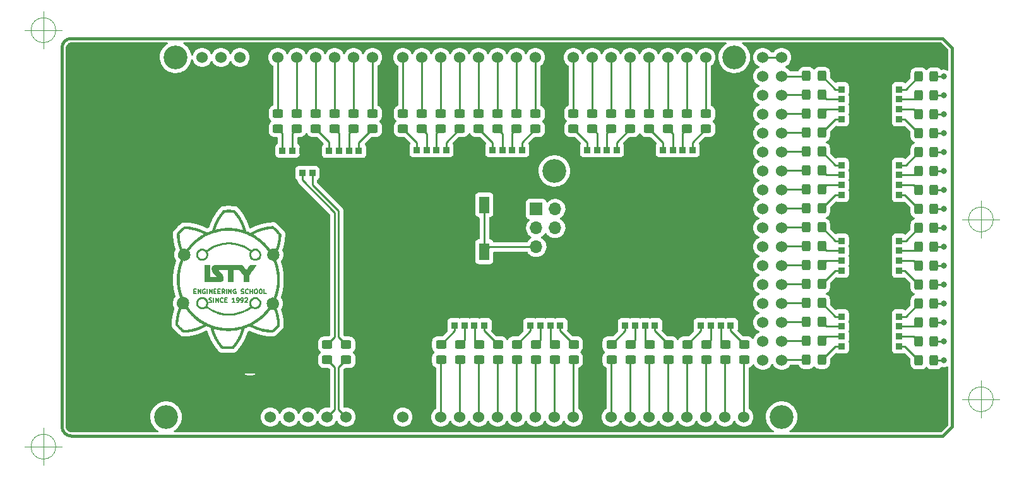
<source format=gbr>
%TF.GenerationSoftware,KiCad,Pcbnew,(6.0.9)*%
%TF.CreationDate,2023-01-12T16:46:16+01:00*%
%TF.ProjectId,MEGA board tester,4d454741-2062-46f6-9172-642074657374,rev?*%
%TF.SameCoordinates,PX7b9033cPY64bc73c*%
%TF.FileFunction,Copper,L1,Top*%
%TF.FilePolarity,Positive*%
%FSLAX46Y46*%
G04 Gerber Fmt 4.6, Leading zero omitted, Abs format (unit mm)*
G04 Created by KiCad (PCBNEW (6.0.9)) date 2023-01-12 16:46:16*
%MOMM*%
%LPD*%
G01*
G04 APERTURE LIST*
G04 Aperture macros list*
%AMRoundRect*
0 Rectangle with rounded corners*
0 $1 Rounding radius*
0 $2 $3 $4 $5 $6 $7 $8 $9 X,Y pos of 4 corners*
0 Add a 4 corners polygon primitive as box body*
4,1,4,$2,$3,$4,$5,$6,$7,$8,$9,$2,$3,0*
0 Add four circle primitives for the rounded corners*
1,1,$1+$1,$2,$3*
1,1,$1+$1,$4,$5*
1,1,$1+$1,$6,$7*
1,1,$1+$1,$8,$9*
0 Add four rect primitives between the rounded corners*
20,1,$1+$1,$2,$3,$4,$5,0*
20,1,$1+$1,$4,$5,$6,$7,0*
20,1,$1+$1,$6,$7,$8,$9,0*
20,1,$1+$1,$8,$9,$2,$3,0*%
G04 Aperture macros list end*
%TA.AperFunction,Profile*%
%ADD10C,0.100000*%
%TD*%
%ADD11C,0.150000*%
%TA.AperFunction,NonConductor*%
%ADD12C,0.150000*%
%TD*%
%TA.AperFunction,Profile*%
%ADD13C,0.381000*%
%TD*%
%TA.AperFunction,SMDPad,CuDef*%
%ADD14RoundRect,0.250000X-0.450000X0.325000X-0.450000X-0.325000X0.450000X-0.325000X0.450000X0.325000X0*%
%TD*%
%TA.AperFunction,SMDPad,CuDef*%
%ADD15RoundRect,0.250000X0.325000X0.450000X-0.325000X0.450000X-0.325000X-0.450000X0.325000X-0.450000X0*%
%TD*%
%TA.AperFunction,SMDPad,CuDef*%
%ADD16RoundRect,0.250000X0.450000X-0.325000X0.450000X0.325000X-0.450000X0.325000X-0.450000X-0.325000X0*%
%TD*%
%TA.AperFunction,SMDPad,CuDef*%
%ADD17R,0.900000X0.900000*%
%TD*%
%TA.AperFunction,SMDPad,CuDef*%
%ADD18RoundRect,0.250000X-0.325000X-0.450000X0.325000X-0.450000X0.325000X0.450000X-0.325000X0.450000X0*%
%TD*%
%TA.AperFunction,ComponentPad*%
%ADD19C,3.197860*%
%TD*%
%TA.AperFunction,ComponentPad*%
%ADD20C,1.524000*%
%TD*%
%TA.AperFunction,ComponentPad*%
%ADD21R,1.700000X1.700000*%
%TD*%
%TA.AperFunction,ComponentPad*%
%ADD22O,1.700000X1.700000*%
%TD*%
%TA.AperFunction,SMDPad,CuDef*%
%ADD23R,1.400000X2.300000*%
%TD*%
%TA.AperFunction,ComponentPad*%
%ADD24C,1.650000*%
%TD*%
%TA.AperFunction,ComponentPad*%
%ADD25C,1.400000*%
%TD*%
%TA.AperFunction,ViaPad*%
%ADD26C,0.800000*%
%TD*%
%TA.AperFunction,Conductor*%
%ADD27C,0.250000*%
%TD*%
G04 APERTURE END LIST*
D10*
X127396666Y30480000D02*
G75*
G03*
X127396666Y30480000I-1666666J0D01*
G01*
X123230000Y30480000D02*
X128230000Y30480000D01*
X125730000Y32980000D02*
X125730000Y27980000D01*
X127396666Y6350000D02*
G75*
G03*
X127396666Y6350000I-1666666J0D01*
G01*
X123230000Y6350000D02*
X128230000Y6350000D01*
X125730000Y8850000D02*
X125730000Y3850000D01*
X1666666Y55880000D02*
G75*
G03*
X1666666Y55880000I-1666666J0D01*
G01*
X-2500000Y55880000D02*
X2500000Y55880000D01*
X0Y58380000D02*
X0Y53380000D01*
X1666666Y0D02*
G75*
G03*
X1666666Y0I-1666666J0D01*
G01*
X-2500000Y0D02*
X2500000Y0D01*
X0Y2500000D02*
X0Y-2500000D01*
D11*
%TO.C,REF\u002A\u002A*%
D12*
X22231965Y19406536D02*
X22317679Y19377965D01*
X22460536Y19377965D01*
X22517679Y19406536D01*
X22546251Y19435108D01*
X22574822Y19492251D01*
X22574822Y19549393D01*
X22546251Y19606536D01*
X22517679Y19635108D01*
X22460536Y19663679D01*
X22346251Y19692251D01*
X22289108Y19720822D01*
X22260536Y19749393D01*
X22231965Y19806536D01*
X22231965Y19863679D01*
X22260536Y19920822D01*
X22289108Y19949393D01*
X22346251Y19977965D01*
X22489108Y19977965D01*
X22574822Y19949393D01*
X22831965Y19377965D02*
X22831965Y19977965D01*
X23117679Y19377965D02*
X23117679Y19977965D01*
X23460536Y19377965D01*
X23460536Y19977965D01*
X24089108Y19435108D02*
X24060536Y19406536D01*
X23974822Y19377965D01*
X23917679Y19377965D01*
X23831965Y19406536D01*
X23774822Y19463679D01*
X23746251Y19520822D01*
X23717679Y19635108D01*
X23717679Y19720822D01*
X23746251Y19835108D01*
X23774822Y19892251D01*
X23831965Y19949393D01*
X23917679Y19977965D01*
X23974822Y19977965D01*
X24060536Y19949393D01*
X24089108Y19920822D01*
X24346251Y19692251D02*
X24546251Y19692251D01*
X24631965Y19377965D02*
X24346251Y19377965D01*
X24346251Y19977965D01*
X24631965Y19977965D01*
X25660536Y19377965D02*
X25317679Y19377965D01*
X25489108Y19377965D02*
X25489108Y19977965D01*
X25431965Y19892251D01*
X25374822Y19835108D01*
X25317679Y19806536D01*
X25946251Y19377965D02*
X26060536Y19377965D01*
X26117679Y19406536D01*
X26146251Y19435108D01*
X26203394Y19520822D01*
X26231965Y19635108D01*
X26231965Y19863679D01*
X26203394Y19920822D01*
X26174822Y19949393D01*
X26117679Y19977965D01*
X26003394Y19977965D01*
X25946251Y19949393D01*
X25917679Y19920822D01*
X25889108Y19863679D01*
X25889108Y19720822D01*
X25917679Y19663679D01*
X25946251Y19635108D01*
X26003394Y19606536D01*
X26117679Y19606536D01*
X26174822Y19635108D01*
X26203394Y19663679D01*
X26231965Y19720822D01*
X26517679Y19377965D02*
X26631965Y19377965D01*
X26689108Y19406536D01*
X26717679Y19435108D01*
X26774822Y19520822D01*
X26803394Y19635108D01*
X26803394Y19863679D01*
X26774822Y19920822D01*
X26746251Y19949393D01*
X26689108Y19977965D01*
X26574822Y19977965D01*
X26517679Y19949393D01*
X26489108Y19920822D01*
X26460536Y19863679D01*
X26460536Y19720822D01*
X26489108Y19663679D01*
X26517679Y19635108D01*
X26574822Y19606536D01*
X26689108Y19606536D01*
X26746251Y19635108D01*
X26774822Y19663679D01*
X26803394Y19720822D01*
X27031965Y19920822D02*
X27060536Y19949393D01*
X27117679Y19977965D01*
X27260536Y19977965D01*
X27317679Y19949393D01*
X27346251Y19920822D01*
X27374822Y19863679D01*
X27374822Y19806536D01*
X27346251Y19720822D01*
X27003394Y19377965D01*
X27374822Y19377965D01*
D11*
D12*
X20193500Y20836358D02*
X20393500Y20836358D01*
X20479214Y20522072D02*
X20193500Y20522072D01*
X20193500Y21122072D01*
X20479214Y21122072D01*
X20736357Y20522072D02*
X20736357Y21122072D01*
X21079214Y20522072D01*
X21079214Y21122072D01*
X21679214Y21093500D02*
X21622071Y21122072D01*
X21536357Y21122072D01*
X21450642Y21093500D01*
X21393500Y21036358D01*
X21364928Y20979215D01*
X21336357Y20864929D01*
X21336357Y20779215D01*
X21364928Y20664929D01*
X21393500Y20607786D01*
X21450642Y20550643D01*
X21536357Y20522072D01*
X21593500Y20522072D01*
X21679214Y20550643D01*
X21707785Y20579215D01*
X21707785Y20779215D01*
X21593500Y20779215D01*
X21964928Y20522072D02*
X21964928Y21122072D01*
X22250642Y20522072D02*
X22250642Y21122072D01*
X22593500Y20522072D01*
X22593500Y21122072D01*
X22879214Y20836358D02*
X23079214Y20836358D01*
X23164928Y20522072D02*
X22879214Y20522072D01*
X22879214Y21122072D01*
X23164928Y21122072D01*
X23422071Y20836358D02*
X23622071Y20836358D01*
X23707785Y20522072D02*
X23422071Y20522072D01*
X23422071Y21122072D01*
X23707785Y21122072D01*
X24307785Y20522072D02*
X24107785Y20807786D01*
X23964928Y20522072D02*
X23964928Y21122072D01*
X24193500Y21122072D01*
X24250642Y21093500D01*
X24279214Y21064929D01*
X24307785Y21007786D01*
X24307785Y20922072D01*
X24279214Y20864929D01*
X24250642Y20836358D01*
X24193500Y20807786D01*
X23964928Y20807786D01*
X24564928Y20522072D02*
X24564928Y21122072D01*
X24850642Y20522072D02*
X24850642Y21122072D01*
X25193500Y20522072D01*
X25193500Y21122072D01*
X25793500Y21093500D02*
X25736357Y21122072D01*
X25650642Y21122072D01*
X25564928Y21093500D01*
X25507785Y21036358D01*
X25479214Y20979215D01*
X25450642Y20864929D01*
X25450642Y20779215D01*
X25479214Y20664929D01*
X25507785Y20607786D01*
X25564928Y20550643D01*
X25650642Y20522072D01*
X25707785Y20522072D01*
X25793500Y20550643D01*
X25822071Y20579215D01*
X25822071Y20779215D01*
X25707785Y20779215D01*
X26507785Y20550643D02*
X26593500Y20522072D01*
X26736357Y20522072D01*
X26793500Y20550643D01*
X26822071Y20579215D01*
X26850642Y20636358D01*
X26850642Y20693500D01*
X26822071Y20750643D01*
X26793500Y20779215D01*
X26736357Y20807786D01*
X26622071Y20836358D01*
X26564928Y20864929D01*
X26536357Y20893500D01*
X26507785Y20950643D01*
X26507785Y21007786D01*
X26536357Y21064929D01*
X26564928Y21093500D01*
X26622071Y21122072D01*
X26764928Y21122072D01*
X26850642Y21093500D01*
X27450642Y20579215D02*
X27422071Y20550643D01*
X27336357Y20522072D01*
X27279214Y20522072D01*
X27193500Y20550643D01*
X27136357Y20607786D01*
X27107785Y20664929D01*
X27079214Y20779215D01*
X27079214Y20864929D01*
X27107785Y20979215D01*
X27136357Y21036358D01*
X27193500Y21093500D01*
X27279214Y21122072D01*
X27336357Y21122072D01*
X27422071Y21093500D01*
X27450642Y21064929D01*
X27707785Y20522072D02*
X27707785Y21122072D01*
X27707785Y20836358D02*
X28050642Y20836358D01*
X28050642Y20522072D02*
X28050642Y21122072D01*
X28450642Y21122072D02*
X28564928Y21122072D01*
X28622071Y21093500D01*
X28679214Y21036358D01*
X28707785Y20922072D01*
X28707785Y20722072D01*
X28679214Y20607786D01*
X28622071Y20550643D01*
X28564928Y20522072D01*
X28450642Y20522072D01*
X28393500Y20550643D01*
X28336357Y20607786D01*
X28307785Y20722072D01*
X28307785Y20922072D01*
X28336357Y21036358D01*
X28393500Y21093500D01*
X28450642Y21122072D01*
X29079214Y21122072D02*
X29193500Y21122072D01*
X29250642Y21093500D01*
X29307785Y21036358D01*
X29336357Y20922072D01*
X29336357Y20722072D01*
X29307785Y20607786D01*
X29250642Y20550643D01*
X29193500Y20522072D01*
X29079214Y20522072D01*
X29022071Y20550643D01*
X28964928Y20607786D01*
X28936357Y20722072D01*
X28936357Y20922072D01*
X28964928Y21036358D01*
X29022071Y21093500D01*
X29079214Y21122072D01*
X29879214Y20522072D02*
X29593500Y20522072D01*
X29593500Y21122072D01*
D13*
%TO.C,J1*%
X121869000Y53500000D02*
X121869000Y2700000D01*
X121869000Y2700000D02*
X120599000Y1430000D01*
X3759000Y54770000D02*
X120599000Y54770000D01*
X2489000Y2700000D02*
X2489000Y53500000D01*
X3759000Y1430000D02*
X120599000Y1430000D01*
X120599000Y54770000D02*
X121869000Y53500000D01*
X2489000Y2700000D02*
G75*
G03*
X3759000Y1430000I1269999J-1D01*
G01*
X3759000Y54770000D02*
G75*
G03*
X2489000Y53500000I-1J-1269999D01*
G01*
%TO.C,REF\u002A\u002A*%
G36*
X27609682Y25878877D02*
G01*
X27619352Y25946287D01*
X27630620Y25991694D01*
X27644592Y26030386D01*
X27663547Y26077369D01*
X27684177Y26124906D01*
X27703177Y26165262D01*
X27711987Y26182047D01*
X27705354Y26189805D01*
X27684826Y26206966D01*
X27653324Y26231233D01*
X27613765Y26260310D01*
X27599843Y26270283D01*
X27343055Y26440691D01*
X27077396Y26592880D01*
X26803739Y26726652D01*
X26522955Y26841808D01*
X26235916Y26938147D01*
X25943493Y27015472D01*
X25646559Y27073582D01*
X25345984Y27112279D01*
X25042640Y27131362D01*
X24737400Y27130634D01*
X24431134Y27109895D01*
X24124714Y27068946D01*
X24113508Y27067061D01*
X23819727Y27006986D01*
X23529376Y26927109D01*
X23243793Y26828007D01*
X22964320Y26710254D01*
X22692299Y26574426D01*
X22429070Y26421100D01*
X22175974Y26250850D01*
X22124719Y26213358D01*
X22075147Y26175231D01*
X22042585Y26146955D01*
X22026415Y26127950D01*
X22024562Y26119718D01*
X22030233Y26103757D01*
X22041018Y26073678D01*
X22055070Y26034628D01*
X22063166Y26012178D01*
X22076102Y25975322D01*
X22085173Y25945057D01*
X22091074Y25916303D01*
X22094497Y25883981D01*
X22096138Y25843011D01*
X22096689Y25788314D01*
X22096750Y25766372D01*
X22096472Y25702878D01*
X22094990Y25654824D01*
X22091784Y25617176D01*
X22086337Y25584900D01*
X22078131Y25552964D01*
X22073063Y25536289D01*
X22027596Y25420500D01*
X21967265Y25312774D01*
X21894450Y25216756D01*
X21812368Y25136783D01*
X21748019Y25090728D01*
X21670816Y25046617D01*
X21588305Y25008218D01*
X21508035Y24979301D01*
X21483477Y24972520D01*
X21425989Y24961881D01*
X21357863Y24955203D01*
X21285470Y24952571D01*
X21215182Y24954070D01*
X21153368Y24959786D01*
X21113845Y24967577D01*
X21015885Y24997645D01*
X20933679Y25030476D01*
X20862495Y25068671D01*
X20797604Y25114833D01*
X20734274Y25171565D01*
X20723339Y25182433D01*
X20639301Y25280460D01*
X20573035Y25386101D01*
X20524372Y25497471D01*
X20493144Y25612683D01*
X20479182Y25729852D01*
X20480201Y25767914D01*
X20746099Y25767914D01*
X20754457Y25667135D01*
X20781290Y25569074D01*
X20826576Y25476574D01*
X20836845Y25460493D01*
X20882164Y25403818D01*
X20940416Y25348215D01*
X21004748Y25300047D01*
X21019986Y25290506D01*
X21100481Y25252915D01*
X21191187Y25229037D01*
X21286486Y25219584D01*
X21380758Y25225269D01*
X21438867Y25237431D01*
X21533049Y25273708D01*
X21617158Y25326211D01*
X21689741Y25392585D01*
X21749345Y25470475D01*
X21794517Y25557525D01*
X21823805Y25651381D01*
X21835755Y25749687D01*
X21828915Y25850088D01*
X21826161Y25865276D01*
X21797812Y25958185D01*
X21751741Y26045767D01*
X21690554Y26125189D01*
X21616860Y26193618D01*
X21533267Y26248222D01*
X21442383Y26286169D01*
X21437167Y26287734D01*
X21389675Y26297110D01*
X21329948Y26302373D01*
X21265846Y26303375D01*
X21205232Y26299968D01*
X21159933Y26292958D01*
X21082609Y26266430D01*
X21004765Y26224065D01*
X20931707Y26169661D01*
X20868740Y26107018D01*
X20832100Y26058125D01*
X20784898Y25966252D01*
X20756238Y25868568D01*
X20746099Y25767914D01*
X20480201Y25767914D01*
X20482321Y25847092D01*
X20502390Y25962518D01*
X20539223Y26074243D01*
X20592651Y26180381D01*
X20662506Y26279048D01*
X20748621Y26368357D01*
X20834961Y26435835D01*
X20942311Y26497124D01*
X21057532Y26540794D01*
X21177899Y26566650D01*
X21300687Y26574498D01*
X21423171Y26564147D01*
X21542626Y26535402D01*
X21645831Y26493378D01*
X21691101Y26468538D01*
X21741572Y26437229D01*
X21786658Y26406033D01*
X21788479Y26404671D01*
X21828155Y26376660D01*
X21854974Y26362163D01*
X21870646Y26360297D01*
X21872410Y26361230D01*
X21884817Y26370003D01*
X21910952Y26388595D01*
X21947879Y26414914D01*
X21992661Y26446866D01*
X22037615Y26478968D01*
X22305433Y26658213D01*
X22579996Y26818117D01*
X22861339Y26958693D01*
X23149498Y27079953D01*
X23444509Y27181910D01*
X23746406Y27264577D01*
X24055225Y27327966D01*
X24371002Y27372091D01*
X24580740Y27390496D01*
X24674188Y27395097D01*
X24782184Y27397523D01*
X24899512Y27397874D01*
X25020960Y27396247D01*
X25141311Y27392742D01*
X25255351Y27387458D01*
X25357867Y27380492D01*
X25420579Y27374603D01*
X25733474Y27330576D01*
X26042073Y27266933D01*
X26345319Y27184074D01*
X26642154Y27082399D01*
X26931520Y26962308D01*
X27212359Y26824200D01*
X27483614Y26668476D01*
X27741584Y26497414D01*
X27787360Y26465125D01*
X27827752Y26437081D01*
X27859603Y26415439D01*
X27879757Y26402357D01*
X27884789Y26399561D01*
X27898320Y26402793D01*
X27923733Y26415433D01*
X27956228Y26435002D01*
X27966380Y26441680D01*
X28062171Y26495386D01*
X28170157Y26537321D01*
X28283690Y26565042D01*
X28343496Y26574528D01*
X28391550Y26579134D01*
X28435992Y26578858D01*
X28484965Y26573702D01*
X28538758Y26565042D01*
X28667059Y26532892D01*
X28785012Y26483669D01*
X28891526Y26418572D01*
X28985508Y26338800D01*
X29065866Y26245553D01*
X29131508Y26140031D01*
X29181343Y26023433D01*
X29214277Y25896959D01*
X29226111Y25809949D01*
X29226280Y25716108D01*
X29211930Y25614798D01*
X29184431Y25511474D01*
X29145156Y25411590D01*
X29108272Y25341331D01*
X29036372Y25239408D01*
X28951155Y25151749D01*
X28854619Y25079015D01*
X28748763Y25021867D01*
X28635584Y24980965D01*
X28517080Y24956971D01*
X28395249Y24950544D01*
X28272090Y24962348D01*
X28149601Y24993041D01*
X28104689Y25009381D01*
X27993990Y25064001D01*
X27893757Y25135232D01*
X27805503Y25221261D01*
X27730745Y25320272D01*
X27670995Y25430453D01*
X27627768Y25549990D01*
X27616836Y25593643D01*
X27607720Y25654216D01*
X27603639Y25726304D01*
X27603819Y25745325D01*
X27869306Y25745325D01*
X27876253Y25665709D01*
X27884626Y25624463D01*
X27919098Y25530586D01*
X27970912Y25444297D01*
X28037553Y25368149D01*
X28116508Y25304697D01*
X28205263Y25256494D01*
X28268987Y25233993D01*
X28321020Y25224629D01*
X28384705Y25220909D01*
X28452926Y25222542D01*
X28518568Y25229235D01*
X28574514Y25240698D01*
X28594659Y25247346D01*
X28683333Y25291729D01*
X28764144Y25351439D01*
X28834202Y25423340D01*
X28890616Y25504298D01*
X28930496Y25591178D01*
X28939809Y25621637D01*
X28948594Y25671624D01*
X28952857Y25733171D01*
X28952588Y25798095D01*
X28947780Y25858210D01*
X28940090Y25899517D01*
X28904401Y25994331D01*
X28851492Y26081076D01*
X28783853Y26157262D01*
X28703973Y26220400D01*
X28614340Y26268000D01*
X28549490Y26290116D01*
X28500395Y26298731D01*
X28439503Y26302904D01*
X28375012Y26302633D01*
X28315122Y26297918D01*
X28272958Y26290151D01*
X28183679Y26256223D01*
X28100003Y26205116D01*
X28024949Y26139860D01*
X27961534Y26063483D01*
X27912776Y25979016D01*
X27884266Y25899925D01*
X27871972Y25826703D01*
X27869306Y25745325D01*
X27603819Y25745325D01*
X27604369Y25803370D01*
X27609682Y25878877D01*
G37*
G36*
X20480766Y19272985D02*
G01*
X20489208Y19396170D01*
X20514108Y19509806D01*
X20556675Y19617640D01*
X20618118Y19723418D01*
X20633206Y19745260D01*
X20712036Y19839386D01*
X20803388Y19918693D01*
X20905089Y19982635D01*
X21014966Y20030663D01*
X21130846Y20062230D01*
X21250556Y20076789D01*
X21371923Y20073791D01*
X21492775Y20052689D01*
X21610938Y20012936D01*
X21641304Y19999310D01*
X21751243Y19936147D01*
X21848980Y19857071D01*
X21933391Y19763402D01*
X22003354Y19656457D01*
X22057745Y19537554D01*
X22073088Y19492745D01*
X22083022Y19458230D01*
X22089825Y19425616D01*
X22094058Y19389666D01*
X22096277Y19345144D01*
X22097041Y19286814D01*
X22097071Y19267864D01*
X22095972Y19192666D01*
X22091863Y19131831D01*
X22083522Y19079317D01*
X22069727Y19029082D01*
X22049256Y18975082D01*
X22028200Y18927189D01*
X22013535Y18893529D01*
X22003701Y18868009D01*
X22000520Y18855423D01*
X22000756Y18854925D01*
X22010237Y18847688D01*
X22031815Y18831077D01*
X22061389Y18808252D01*
X22071466Y18800465D01*
X22315050Y18625050D01*
X22570429Y18466006D01*
X22836540Y18323757D01*
X23112323Y18198725D01*
X23396716Y18091333D01*
X23688658Y18002007D01*
X23987088Y17931167D01*
X24290944Y17879239D01*
X24421990Y17862941D01*
X24482398Y17857889D01*
X24559502Y17853965D01*
X24649710Y17851149D01*
X24749432Y17849423D01*
X24855077Y17848767D01*
X24963055Y17849163D01*
X25069774Y17850590D01*
X25171643Y17853030D01*
X25265072Y17856464D01*
X25346471Y17860873D01*
X25412247Y17866236D01*
X25430821Y17868324D01*
X25743005Y17916800D01*
X26047743Y17984118D01*
X26344651Y18070149D01*
X26633345Y18174762D01*
X26913442Y18297827D01*
X27184559Y18439213D01*
X27290652Y18501016D01*
X27348605Y18536770D01*
X27413974Y18578667D01*
X27482631Y18623916D01*
X27550449Y18669728D01*
X27613299Y18713314D01*
X27667055Y18751885D01*
X27707588Y18782651D01*
X27708591Y18783451D01*
X27736796Y18806015D01*
X27700829Y18870508D01*
X27660390Y18952305D01*
X27632198Y19032995D01*
X27614529Y19119082D01*
X27605659Y19217068D01*
X27605025Y19232017D01*
X27606109Y19297367D01*
X27868477Y19297367D01*
X27871789Y19201546D01*
X27891982Y19107686D01*
X27928887Y19018211D01*
X27982336Y18935549D01*
X28052164Y18862126D01*
X28083600Y18836669D01*
X28146384Y18792822D01*
X28203075Y18761944D01*
X28259886Y18741975D01*
X28323026Y18730855D01*
X28398707Y18726523D01*
X28416345Y18726286D01*
X28472238Y18726997D01*
X28515412Y18730853D01*
X28553521Y18738893D01*
X28586491Y18749381D01*
X28675543Y18790444D01*
X28757422Y18846911D01*
X28828225Y18915427D01*
X28884048Y18992637D01*
X28896841Y19016104D01*
X28933967Y19111576D01*
X28952678Y19212474D01*
X28952975Y19315261D01*
X28934863Y19416399D01*
X28898344Y19512353D01*
X28896411Y19516211D01*
X28869201Y19559109D01*
X28829750Y19607670D01*
X28783137Y19656613D01*
X28734436Y19700658D01*
X28688726Y19734525D01*
X28683254Y19737913D01*
X28593724Y19780326D01*
X28498625Y19804452D01*
X28400826Y19810668D01*
X28303200Y19799352D01*
X28208617Y19770881D01*
X28119946Y19725633D01*
X28040060Y19663984D01*
X28027374Y19651714D01*
X27961493Y19572320D01*
X27913161Y19485180D01*
X27882212Y19392720D01*
X27868477Y19297367D01*
X27606109Y19297367D01*
X27607063Y19354902D01*
X27623778Y19466372D01*
X27656453Y19570457D01*
X27706373Y19671188D01*
X27774824Y19772597D01*
X27779032Y19778118D01*
X27844201Y19849359D01*
X27925095Y19915629D01*
X28017058Y19973990D01*
X28115432Y20021508D01*
X28215562Y20055247D01*
X28220826Y20056594D01*
X28337885Y20075998D01*
X28457671Y20077102D01*
X28577139Y20060799D01*
X28693247Y20027984D01*
X28802948Y19979552D01*
X28903199Y19916397D01*
X28990955Y19839414D01*
X29002740Y19826852D01*
X29083733Y19724079D01*
X29146551Y19614131D01*
X29191197Y19498875D01*
X29217675Y19380175D01*
X29225988Y19259899D01*
X29216140Y19139911D01*
X29188134Y19022079D01*
X29141975Y18908267D01*
X29077665Y18800342D01*
X29000622Y18705880D01*
X28908956Y18623108D01*
X28804290Y18555274D01*
X28688555Y18503290D01*
X28563677Y18468067D01*
X28466201Y18453298D01*
X28375105Y18452255D01*
X28276118Y18464974D01*
X28175114Y18490046D01*
X28077961Y18526059D01*
X28001546Y18564954D01*
X27924732Y18610238D01*
X27878643Y18575636D01*
X27613209Y18388721D01*
X27340293Y18220863D01*
X27060098Y18072133D01*
X26772824Y17942599D01*
X26478676Y17832333D01*
X26177855Y17741403D01*
X25870564Y17669879D01*
X25557004Y17617831D01*
X25237379Y17585328D01*
X24969933Y17573291D01*
X24895033Y17572442D01*
X24816526Y17572672D01*
X24740622Y17573886D01*
X24673532Y17575990D01*
X24626829Y17578495D01*
X24379882Y17600615D01*
X24146454Y17631451D01*
X23921161Y17671825D01*
X23721304Y17716898D01*
X23419577Y17801819D01*
X23124152Y17905652D01*
X22836341Y18027778D01*
X22557455Y18167576D01*
X22288802Y18324423D01*
X22031694Y18497700D01*
X21956626Y18553083D01*
X21826423Y18651157D01*
X21772271Y18610578D01*
X21698005Y18562816D01*
X21611299Y18520041D01*
X21520161Y18486043D01*
X21491548Y18477686D01*
X21397961Y18460143D01*
X21295506Y18454343D01*
X21192018Y18460173D01*
X21095335Y18477520D01*
X21072877Y18483723D01*
X20975512Y18517585D01*
X20891714Y18558096D01*
X20815069Y18609070D01*
X20739161Y18674322D01*
X20718279Y18694567D01*
X20675776Y18737505D01*
X20644410Y18772152D01*
X20620161Y18803990D01*
X20599008Y18838505D01*
X20576928Y18881180D01*
X20568070Y18899406D01*
X20532416Y18978518D01*
X20507426Y19047917D01*
X20491531Y19114319D01*
X20483160Y19184442D01*
X20481314Y19246017D01*
X20745916Y19246017D01*
X20758011Y19148992D01*
X20787975Y19054898D01*
X20830417Y18975230D01*
X20897045Y18889865D01*
X20974270Y18821769D01*
X21061239Y18771410D01*
X21157100Y18739260D01*
X21261003Y18725790D01*
X21282837Y18725379D01*
X21332925Y18726879D01*
X21382118Y18730962D01*
X21422122Y18736857D01*
X21432693Y18739279D01*
X21519969Y18772634D01*
X21601941Y18823285D01*
X21675791Y18888196D01*
X21738703Y18964329D01*
X21787858Y19048650D01*
X21820442Y19138121D01*
X21826152Y19163377D01*
X21834958Y19254515D01*
X21827961Y19349262D01*
X21806258Y19441651D01*
X21770943Y19525715D01*
X21754455Y19553811D01*
X21688355Y19638877D01*
X21610400Y19707643D01*
X21521909Y19759329D01*
X21424201Y19793158D01*
X21323351Y19808089D01*
X21223373Y19806097D01*
X21131032Y19786992D01*
X21043306Y19749759D01*
X20957174Y19693381D01*
X20938656Y19678730D01*
X20867758Y19608352D01*
X20812612Y19527139D01*
X20773640Y19437843D01*
X20751267Y19343218D01*
X20745916Y19246017D01*
X20481314Y19246017D01*
X20480745Y19265001D01*
X20480766Y19272985D01*
G37*
G36*
X22436778Y15852960D02*
G01*
X22435237Y15859367D01*
X22416178Y15938250D01*
X22313924Y15975811D01*
X22265154Y15994368D01*
X22217861Y16013465D01*
X22178977Y16030255D01*
X22163125Y16037755D01*
X22133859Y16051546D01*
X22111625Y16060385D01*
X22104328Y16062138D01*
X22090714Y16066270D01*
X22062998Y16077384D01*
X22025524Y16093554D01*
X21982634Y16112856D01*
X21938675Y16133366D01*
X21897988Y16153159D01*
X21891326Y16156508D01*
X21849452Y16177685D01*
X21788906Y16144539D01*
X21756334Y16126273D01*
X21730353Y16110917D01*
X21717163Y16102206D01*
X21702953Y16093100D01*
X21676163Y16077834D01*
X21642429Y16059612D01*
X21640348Y16058516D01*
X21600867Y16037732D01*
X21551697Y16011814D01*
X21501259Y15985202D01*
X21482554Y15975325D01*
X21440560Y15953186D01*
X21402832Y15933372D01*
X21374712Y15918683D01*
X21364772Y15913547D01*
X21331165Y15896959D01*
X21287979Y15876466D01*
X21240755Y15854603D01*
X21195030Y15833903D01*
X21156343Y15816902D01*
X21130233Y15806134D01*
X21129208Y15805749D01*
X21102813Y15794968D01*
X21084655Y15785849D01*
X21083119Y15784810D01*
X21068661Y15777400D01*
X21039065Y15764458D01*
X20998392Y15747588D01*
X20950704Y15728393D01*
X20900063Y15708478D01*
X20850531Y15689447D01*
X20806169Y15672903D01*
X20771040Y15660450D01*
X20755377Y15655397D01*
X20724186Y15645230D01*
X20700908Y15636073D01*
X20693925Y15632295D01*
X20688837Y15629138D01*
X20679854Y15625122D01*
X20664741Y15619512D01*
X20641265Y15611573D01*
X20607190Y15600569D01*
X20560281Y15585765D01*
X20498304Y15566425D01*
X20419022Y15541815D01*
X20417393Y15541310D01*
X20339053Y15517429D01*
X20266498Y15496315D01*
X20196196Y15477119D01*
X20124618Y15458993D01*
X20048231Y15441089D01*
X19963506Y15422560D01*
X19866911Y15402556D01*
X19754915Y15380230D01*
X19710700Y15371569D01*
X19624749Y15356347D01*
X19523364Y15340950D01*
X19411580Y15325958D01*
X19294434Y15311950D01*
X19176960Y15299504D01*
X19064195Y15289200D01*
X18961174Y15281615D01*
X18899406Y15278313D01*
X18747958Y15271813D01*
X18568724Y15433210D01*
X18470723Y15523227D01*
X18364817Y15623653D01*
X18254831Y15730669D01*
X18144591Y15840459D01*
X18037920Y15949207D01*
X17938645Y16053096D01*
X17850589Y16148307D01*
X17836821Y16163567D01*
X17695075Y16321327D01*
X17699547Y16441825D01*
X18063671Y16441825D01*
X18154637Y16341598D01*
X18199609Y16293130D01*
X18255899Y16234159D01*
X18320626Y16167563D01*
X18390907Y16096222D01*
X18463863Y16023013D01*
X18536611Y15950814D01*
X18606271Y15882504D01*
X18669961Y15820962D01*
X18724800Y15769065D01*
X18760998Y15735855D01*
X18866216Y15641407D01*
X18945353Y15647771D01*
X18982805Y15651143D01*
X19035140Y15656347D01*
X19096898Y15662815D01*
X19162620Y15669980D01*
X19203724Y15674610D01*
X19269439Y15682077D01*
X19334922Y15689445D01*
X19394619Y15696094D01*
X19442976Y15701405D01*
X19464893Y15703761D01*
X19516556Y15710665D01*
X19583667Y15721777D01*
X19661840Y15736192D01*
X19746687Y15753006D01*
X19833822Y15771314D01*
X19918857Y15790210D01*
X19997405Y15808789D01*
X20065080Y15826147D01*
X20085394Y15831769D01*
X20132391Y15844800D01*
X20176837Y15856607D01*
X20211780Y15865365D01*
X20222796Y15867876D01*
X20249069Y15874723D01*
X20289539Y15886748D01*
X20340183Y15902610D01*
X20396975Y15920972D01*
X20455892Y15940492D01*
X20512909Y15959832D01*
X20564002Y15977653D01*
X20605145Y15992615D01*
X20632315Y16003378D01*
X20638254Y16006148D01*
X20663616Y16016849D01*
X20682871Y16021170D01*
X20700297Y16025236D01*
X20728901Y16035724D01*
X20752513Y16045883D01*
X20788951Y16061877D01*
X20835306Y16081323D01*
X20882363Y16100364D01*
X20888522Y16102794D01*
X20920717Y16116387D01*
X20967614Y16137461D01*
X21025596Y16164328D01*
X21091048Y16195299D01*
X21160355Y16228684D01*
X21210541Y16253232D01*
X21450625Y16371474D01*
X21425622Y16390621D01*
X21403425Y16405496D01*
X21370614Y16425095D01*
X21339167Y16442533D01*
X21257309Y16488779D01*
X21162890Y16546589D01*
X21058708Y16613972D01*
X20947559Y16688937D01*
X20832240Y16769493D01*
X20715548Y16853646D01*
X20600278Y16939407D01*
X20489229Y17024784D01*
X20385195Y17107784D01*
X20290974Y17186418D01*
X20274006Y17201052D01*
X20170416Y17293883D01*
X20058689Y17399287D01*
X19942209Y17513748D01*
X19824359Y17633753D01*
X19708524Y17755785D01*
X19598088Y17876330D01*
X19496436Y17991871D01*
X19406950Y18098895D01*
X19393200Y18115978D01*
X19370400Y18145211D01*
X19338611Y18186976D01*
X19300874Y18237226D01*
X19260230Y18291913D01*
X19224208Y18340859D01*
X19186693Y18392021D01*
X19152486Y18438538D01*
X19123750Y18477475D01*
X19102652Y18505901D01*
X19091356Y18520882D01*
X19091063Y18521257D01*
X19081928Y18531322D01*
X19071707Y18534878D01*
X19055082Y18531517D01*
X19026734Y18520830D01*
X19013009Y18515264D01*
X18930195Y18485272D01*
X18853609Y18466625D01*
X18773883Y18457503D01*
X18706990Y18455816D01*
X18656055Y18456871D01*
X18608253Y18459474D01*
X18570028Y18463193D01*
X18552572Y18466191D01*
X18510816Y18476261D01*
X18492214Y18434220D01*
X18480230Y18405381D01*
X18464166Y18364388D01*
X18446798Y18318384D01*
X18440043Y18300001D01*
X18423369Y18254868D01*
X18407366Y18212677D01*
X18394603Y18180155D01*
X18390760Y18170844D01*
X18378942Y18139742D01*
X18370673Y18112219D01*
X18370049Y18109393D01*
X18364882Y18089930D01*
X18354753Y18056155D01*
X18341228Y18013173D01*
X18328897Y17975228D01*
X18313854Y17928677D01*
X18301044Y17887345D01*
X18292001Y17856278D01*
X18288484Y17842082D01*
X18284246Y17823729D01*
X18275665Y17790129D01*
X18263915Y17745763D01*
X18250166Y17695111D01*
X18247429Y17685159D01*
X18233087Y17631228D01*
X18220442Y17580138D01*
X18210771Y17537298D01*
X18205354Y17508119D01*
X18205067Y17505925D01*
X18199305Y17469562D01*
X18191913Y17436161D01*
X18189990Y17429436D01*
X18183549Y17404393D01*
X18175020Y17365407D01*
X18165297Y17317282D01*
X18155272Y17264822D01*
X18145839Y17212830D01*
X18137891Y17166111D01*
X18132321Y17129468D01*
X18130023Y17107707D01*
X18130007Y17106815D01*
X18128665Y17088006D01*
X18125044Y17053113D01*
X18119624Y17006351D01*
X18112883Y16951933D01*
X18109073Y16922460D01*
X18100190Y16849593D01*
X18091088Y16766210D01*
X18082795Y16682243D01*
X18076340Y16607624D01*
X18075965Y16602768D01*
X18063671Y16441825D01*
X17699547Y16441825D01*
X17701383Y16491309D01*
X17705552Y16586194D01*
X17710965Y16674276D01*
X17718141Y16761361D01*
X17727598Y16853255D01*
X17739853Y16955765D01*
X17749455Y17030001D01*
X17761305Y17118824D01*
X17771220Y17190894D01*
X17779776Y17249784D01*
X17787547Y17299071D01*
X17795111Y17342330D01*
X17803043Y17383135D01*
X17811919Y17425063D01*
X17816275Y17444799D01*
X17827077Y17494857D01*
X17836802Y17542712D01*
X17844107Y17581607D01*
X17846855Y17598428D01*
X17852134Y17626136D01*
X17861677Y17667980D01*
X17874154Y17718393D01*
X17888232Y17771806D01*
X17888933Y17774380D01*
X17902629Y17825063D01*
X17914595Y17870289D01*
X17923641Y17905493D01*
X17928578Y17926111D01*
X17928854Y17927476D01*
X17933772Y17946255D01*
X17943709Y17979529D01*
X17957161Y18022378D01*
X17970642Y18063904D01*
X17985534Y18109463D01*
X17997934Y18148124D01*
X18006483Y18175600D01*
X18009783Y18187339D01*
X18014899Y18206726D01*
X18024630Y18237302D01*
X18036852Y18273042D01*
X18049443Y18307919D01*
X18060279Y18335908D01*
X18067238Y18350981D01*
X18067625Y18351528D01*
X18075866Y18369313D01*
X18080620Y18387375D01*
X18086279Y18406551D01*
X18098148Y18439847D01*
X18114468Y18482516D01*
X18132716Y18527951D01*
X18180090Y18643239D01*
X18144171Y18674777D01*
X18093581Y18727555D01*
X18043190Y18795121D01*
X17996229Y18872005D01*
X17955929Y18952735D01*
X17925523Y19031842D01*
X17917876Y19057904D01*
X17903718Y19131286D01*
X17896076Y19215701D01*
X17895196Y19302682D01*
X17895863Y19311505D01*
X18296366Y19311505D01*
X18296678Y19228751D01*
X18300360Y19204499D01*
X18326691Y19114842D01*
X18369199Y19036364D01*
X18426019Y18970542D01*
X18495288Y18918853D01*
X18575142Y18882774D01*
X18663716Y18863782D01*
X18733114Y18861569D01*
X18784219Y18865913D01*
X18825330Y18875629D01*
X18866737Y18893215D01*
X18869864Y18894782D01*
X18952262Y18946424D01*
X19018120Y19009353D01*
X19066779Y19082475D01*
X19097584Y19164697D01*
X19109877Y19254926D01*
X19109440Y19293468D01*
X19095303Y19382505D01*
X19063523Y19462671D01*
X19015624Y19532309D01*
X18953134Y19589765D01*
X18877578Y19633384D01*
X18790484Y19661510D01*
X18765782Y19666138D01*
X18680134Y19670451D01*
X18598140Y19656846D01*
X18521826Y19627335D01*
X18453218Y19583926D01*
X18394343Y19528629D01*
X18347225Y19463454D01*
X18313891Y19390409D01*
X18296366Y19311505D01*
X17895863Y19311505D01*
X17901322Y19383762D01*
X17907355Y19420760D01*
X17942221Y19544007D01*
X17994580Y19659192D01*
X18063011Y19764191D01*
X18146093Y19856883D01*
X18242405Y19935143D01*
X18259102Y19946284D01*
X18293818Y19970353D01*
X18312708Y19987924D01*
X18318306Y20001585D01*
X18317563Y20006018D01*
X18310095Y20032684D01*
X18307652Y20042872D01*
X18302190Y20060766D01*
X18291307Y20091946D01*
X18277045Y20130624D01*
X18272135Y20143549D01*
X18257228Y20183673D01*
X18245116Y20218432D01*
X18237839Y20241901D01*
X18236882Y20245968D01*
X18232347Y20263128D01*
X18222746Y20295345D01*
X18209425Y20338224D01*
X18193730Y20387369D01*
X18191427Y20394476D01*
X18173413Y20451644D01*
X18154162Y20515584D01*
X18134745Y20582435D01*
X18116229Y20648338D01*
X18099684Y20709434D01*
X18086179Y20761861D01*
X18076783Y20801761D01*
X18072885Y20822488D01*
X18069348Y20841841D01*
X18062043Y20876968D01*
X18051873Y20923695D01*
X18039737Y20977851D01*
X18032620Y21008993D01*
X18019498Y21067850D01*
X18007760Y21123923D01*
X17998385Y21172274D01*
X17992353Y21207964D01*
X17990953Y21218952D01*
X17987404Y21247554D01*
X17981160Y21291159D01*
X17972998Y21344584D01*
X17963696Y21402645D01*
X17960201Y21423791D01*
X17937617Y21576962D01*
X17919820Y21737993D01*
X17906627Y21909549D01*
X17897860Y22094295D01*
X17893338Y22294894D01*
X17892758Y22393515D01*
X18278468Y22393515D01*
X18279066Y22270129D01*
X18280908Y22159400D01*
X18284122Y22058724D01*
X18288839Y21965499D01*
X18295190Y21877121D01*
X18303305Y21790987D01*
X18313312Y21704495D01*
X18325343Y21615040D01*
X18338570Y21526210D01*
X18347547Y21467179D01*
X18355660Y21412135D01*
X18362252Y21365663D01*
X18366666Y21332346D01*
X18367920Y21321372D01*
X18372994Y21285086D01*
X18382727Y21232691D01*
X18397354Y21163028D01*
X18417107Y21074936D01*
X18420494Y21060202D01*
X18430660Y21013810D01*
X18440599Y20964802D01*
X18445971Y20936003D01*
X18453410Y20901030D01*
X18465159Y20853944D01*
X18479313Y20802151D01*
X18488097Y20772132D01*
X18501532Y20726473D01*
X18512727Y20686481D01*
X18520296Y20657220D01*
X18522754Y20645404D01*
X18527544Y20624262D01*
X18537934Y20587985D01*
X18552841Y20539758D01*
X18571178Y20482767D01*
X18591859Y20420199D01*
X18613799Y20355240D01*
X18635913Y20291074D01*
X18657114Y20230889D01*
X18676317Y20177869D01*
X18692437Y20135202D01*
X18704388Y20106073D01*
X18710584Y20094179D01*
X18727403Y20085626D01*
X18760355Y20078232D01*
X18800600Y20073368D01*
X18908120Y20054630D01*
X19015469Y20017812D01*
X19119036Y19965027D01*
X19215208Y19898390D01*
X19300376Y19820014D01*
X19362061Y19744835D01*
X19424067Y19646944D01*
X19468539Y19550986D01*
X19497124Y19451785D01*
X19511471Y19344166D01*
X19513943Y19267864D01*
X19507466Y19148947D01*
X19487138Y19041260D01*
X19451616Y18939806D01*
X19399558Y18839591D01*
X19398086Y18837146D01*
X19376101Y18800743D01*
X19472896Y18663033D01*
X19507595Y18614065D01*
X19540216Y18568754D01*
X19568076Y18530773D01*
X19588493Y18503796D01*
X19595902Y18494597D01*
X19612402Y18474475D01*
X19637857Y18442511D01*
X19668773Y18403129D01*
X19701113Y18361452D01*
X19740664Y18310906D01*
X19784816Y18255630D01*
X19827311Y18203411D01*
X19852947Y18172576D01*
X19884742Y18136536D01*
X19929032Y18088774D01*
X19983444Y18031659D01*
X20045607Y17967563D01*
X20113149Y17898857D01*
X20183701Y17827910D01*
X20254889Y17757095D01*
X20324343Y17688780D01*
X20389691Y17625336D01*
X20448563Y17569135D01*
X20498586Y17522547D01*
X20537389Y17487942D01*
X20540296Y17485457D01*
X20576899Y17454418D01*
X20609544Y17427040D01*
X20641184Y17400952D01*
X20674771Y17373784D01*
X20713256Y17343166D01*
X20759593Y17306728D01*
X20816732Y17262098D01*
X20874493Y17217125D01*
X20929406Y17175736D01*
X20997680Y17126376D01*
X21075256Y17071846D01*
X21158071Y17014946D01*
X21242063Y16958476D01*
X21323172Y16905236D01*
X21375014Y16872050D01*
X21466685Y16816127D01*
X21571254Y16755796D01*
X21684187Y16693436D01*
X21800955Y16631424D01*
X21917024Y16572140D01*
X22027864Y16517962D01*
X22128942Y16471268D01*
X22184127Y16447369D01*
X22237037Y16424948D01*
X22290143Y16402034D01*
X22336716Y16381553D01*
X22365949Y16368331D01*
X22401073Y16353254D01*
X22430862Y16342575D01*
X22448396Y16338670D01*
X22469502Y16334249D01*
X22476534Y16330095D01*
X22491598Y16322130D01*
X22523897Y16308816D01*
X22571138Y16290996D01*
X22631030Y16269515D01*
X22701283Y16245215D01*
X22767917Y16222813D01*
X22858797Y16193657D01*
X22957287Y16163853D01*
X23059739Y16134367D01*
X23162509Y16106166D01*
X23261947Y16080217D01*
X23354409Y16057484D01*
X23436248Y16038936D01*
X23503816Y16025538D01*
X23526664Y16021741D01*
X23562805Y16015813D01*
X23612476Y16007143D01*
X23669101Y15996900D01*
X23725538Y15986362D01*
X23836361Y15967559D01*
X23962166Y15950099D01*
X24098490Y15934337D01*
X24240867Y15920631D01*
X24384834Y15909335D01*
X24525926Y15900807D01*
X24659678Y15895402D01*
X24781627Y15893477D01*
X24872635Y15894842D01*
X24918670Y15896400D01*
X24977891Y15898426D01*
X25043014Y15900670D01*
X25106755Y15902882D01*
X25113321Y15903111D01*
X25324643Y15915101D01*
X25546939Y15936252D01*
X25774035Y15965661D01*
X25999759Y16002425D01*
X26217937Y16045641D01*
X26422396Y16094406D01*
X26424288Y16094902D01*
X26658078Y16159801D01*
X26877272Y16228270D01*
X27087703Y16302368D01*
X27180538Y16338959D01*
X28083823Y16338959D01*
X28092668Y16333079D01*
X28116891Y16319980D01*
X28153361Y16301212D01*
X28198945Y16278324D01*
X28250510Y16252868D01*
X28304923Y16226393D01*
X28359051Y16200448D01*
X28409762Y16176585D01*
X28441950Y16161766D01*
X28471157Y16149164D01*
X28514930Y16131117D01*
X28568681Y16109439D01*
X28627820Y16085943D01*
X28687759Y16062442D01*
X28743908Y16040751D01*
X28791680Y16022683D01*
X28820901Y16012012D01*
X28938510Y15971941D01*
X29063681Y15932281D01*
X29192224Y15894180D01*
X29319949Y15858786D01*
X29442668Y15827245D01*
X29556190Y15800704D01*
X29656325Y15780312D01*
X29686345Y15775022D01*
X29724536Y15768486D01*
X29776237Y15759465D01*
X29834801Y15749125D01*
X29893582Y15738633D01*
X29896304Y15738144D01*
X29963982Y15727235D01*
X30041802Y15716647D01*
X30119447Y15707694D01*
X30177958Y15702321D01*
X30239036Y15697534D01*
X30301255Y15692468D01*
X30357583Y15687706D01*
X30400988Y15683832D01*
X30403280Y15683617D01*
X30454081Y15679742D01*
X30513835Y15676533D01*
X30571012Y15674588D01*
X30580260Y15674416D01*
X30675305Y15672944D01*
X30790112Y15777924D01*
X30827857Y15813151D01*
X30876820Y15859934D01*
X30933868Y15915218D01*
X30995864Y15975945D01*
X31059673Y16039058D01*
X31122161Y16101502D01*
X31127789Y16107161D01*
X31350659Y16331418D01*
X31350659Y16483995D01*
X31347018Y16618472D01*
X31335956Y16765440D01*
X31317266Y16927115D01*
X31294678Y17081210D01*
X31285476Y17139723D01*
X31276891Y17195466D01*
X31269710Y17243241D01*
X31264721Y17277851D01*
X31263619Y17286049D01*
X31258566Y17316202D01*
X31249740Y17360254D01*
X31238391Y17412246D01*
X31225998Y17465283D01*
X31213868Y17516275D01*
X31203326Y17562220D01*
X31195455Y17598285D01*
X31191339Y17619635D01*
X31191220Y17620451D01*
X31186541Y17643546D01*
X31177773Y17678946D01*
X31166735Y17719343D01*
X31165722Y17722871D01*
X31152992Y17767494D01*
X31137479Y17822564D01*
X31121800Y17878767D01*
X31115769Y17900565D01*
X31100046Y17954843D01*
X31082225Y18012179D01*
X31065297Y18063066D01*
X31059332Y18079799D01*
X31045767Y18117595D01*
X31035163Y18148685D01*
X31029419Y18167466D01*
X31028988Y18169433D01*
X31024520Y18183811D01*
X31014124Y18212654D01*
X30999480Y18251411D01*
X30986545Y18284679D01*
X30946258Y18387104D01*
X30894971Y18379399D01*
X30811581Y18372583D01*
X30720085Y18374603D01*
X30630472Y18384906D01*
X30572272Y18397263D01*
X30520522Y18411015D01*
X30484691Y18419528D01*
X30460802Y18422441D01*
X30444879Y18419394D01*
X30432947Y18410026D01*
X30421030Y18393978D01*
X30413522Y18382879D01*
X30391778Y18352248D01*
X30360273Y18309499D01*
X30321998Y18258544D01*
X30279946Y18203294D01*
X30237106Y18147662D01*
X30196471Y18095560D01*
X30161033Y18050900D01*
X30138690Y18023468D01*
X30061688Y17933755D01*
X29972591Y17835174D01*
X29874216Y17730505D01*
X29769380Y17622530D01*
X29660900Y17514032D01*
X29551592Y17407791D01*
X29444273Y17306588D01*
X29341759Y17213207D01*
X29246868Y17130427D01*
X29170866Y17067730D01*
X28991861Y16929045D01*
X28811313Y16796732D01*
X28632271Y16672858D01*
X28457787Y16559491D01*
X28290909Y16458699D01*
X28183341Y16398401D01*
X28143302Y16376264D01*
X28110981Y16357493D01*
X28090010Y16344259D01*
X28083823Y16338959D01*
X27180538Y16338959D01*
X27295204Y16384155D01*
X27505607Y16475689D01*
X27515054Y16479987D01*
X27565541Y16503438D01*
X27623361Y16531023D01*
X27685481Y16561217D01*
X27748864Y16592494D01*
X27810475Y16623330D01*
X27867280Y16652200D01*
X27916241Y16677579D01*
X27954325Y16697944D01*
X27978495Y16711768D01*
X27984449Y16715779D01*
X27998944Y16725154D01*
X28025918Y16740926D01*
X28059781Y16759836D01*
X28062998Y16761593D01*
X28162764Y16818783D01*
X28274069Y16887560D01*
X28393480Y16965531D01*
X28517565Y17050303D01*
X28642890Y17139482D01*
X28766024Y17230675D01*
X28883533Y17321490D01*
X28989893Y17407787D01*
X29098187Y17501173D01*
X29212696Y17605433D01*
X29330306Y17717405D01*
X29447901Y17833922D01*
X29562365Y17951821D01*
X29670584Y18067938D01*
X29769442Y18179107D01*
X29855823Y18282165D01*
X29877604Y18309459D01*
X29916905Y18359256D01*
X29952999Y18404837D01*
X29983524Y18443234D01*
X30006120Y18471477D01*
X30018427Y18486599D01*
X30018454Y18486630D01*
X30036537Y18509286D01*
X30059531Y18539736D01*
X30084385Y18573713D01*
X30108047Y18606951D01*
X30127465Y18635183D01*
X30139588Y18654145D01*
X30142111Y18659500D01*
X30136503Y18670587D01*
X30121960Y18692745D01*
X30105947Y18715231D01*
X30071426Y18769592D01*
X30037094Y18836494D01*
X30006516Y18908276D01*
X29983260Y18977275D01*
X29982195Y18981089D01*
X29971921Y19034364D01*
X29965534Y19101283D01*
X29963723Y19155059D01*
X30362261Y19155059D01*
X30379526Y19070659D01*
X30398260Y19023524D01*
X30444988Y18946276D01*
X30504685Y18881850D01*
X30574649Y18831639D01*
X30652181Y18797035D01*
X30734580Y18779433D01*
X30819146Y18780225D01*
X30856910Y18786890D01*
X30935079Y18814756D01*
X31009134Y18859765D01*
X31074851Y18918576D01*
X31128006Y18987850D01*
X31142032Y19012365D01*
X31155112Y19038828D01*
X31163606Y19062237D01*
X31168495Y19088221D01*
X31170758Y19122410D01*
X31171377Y19170436D01*
X31171389Y19180969D01*
X31171031Y19231786D01*
X31169177Y19268134D01*
X31164712Y19296025D01*
X31156522Y19321468D01*
X31143495Y19350477D01*
X31137826Y19362096D01*
X31091163Y19435590D01*
X31031943Y19495332D01*
X30962947Y19540853D01*
X30886954Y19571686D01*
X30806742Y19587364D01*
X30725090Y19587419D01*
X30644779Y19571385D01*
X30568587Y19538793D01*
X30499294Y19489177D01*
X30481757Y19472425D01*
X30424512Y19401026D01*
X30385210Y19322697D01*
X30364307Y19239889D01*
X30362261Y19155059D01*
X29963723Y19155059D01*
X29963036Y19175446D01*
X29964427Y19250453D01*
X29969711Y19319901D01*
X29978889Y19377390D01*
X29982074Y19390174D01*
X30022364Y19505150D01*
X30077422Y19609230D01*
X30149249Y19705676D01*
X30222199Y19781480D01*
X30321247Y19861008D01*
X30429713Y19922563D01*
X30546313Y19965640D01*
X30669761Y19989732D01*
X30763909Y19995041D01*
X30870334Y19995041D01*
X30885814Y20033448D01*
X30900585Y20068863D01*
X30915692Y20103342D01*
X30916817Y20105816D01*
X30928976Y20136945D01*
X30936986Y20165420D01*
X30937149Y20166292D01*
X30944481Y20193747D01*
X30951277Y20210221D01*
X30959351Y20228149D01*
X30970896Y20257161D01*
X30984116Y20292284D01*
X30997218Y20328547D01*
X31008407Y20360974D01*
X31015889Y20384594D01*
X31017869Y20394432D01*
X31017759Y20394476D01*
X31019316Y20403495D01*
X31026406Y20427929D01*
X31037831Y20463848D01*
X31049712Y20499456D01*
X31064854Y20545305D01*
X31077592Y20586287D01*
X31086319Y20617094D01*
X31089225Y20630041D01*
X31093338Y20648878D01*
X31102009Y20683070D01*
X31114098Y20728297D01*
X31128466Y20780237D01*
X31133774Y20799033D01*
X31148293Y20851187D01*
X31160521Y20897064D01*
X31169443Y20932706D01*
X31174047Y20954156D01*
X31174452Y20957783D01*
X31176595Y20974760D01*
X31182293Y21005497D01*
X31190385Y21043817D01*
X31191761Y21049960D01*
X31210342Y21133728D01*
X31226429Y21209234D01*
X31239542Y21274043D01*
X31249202Y21325721D01*
X31254928Y21361831D01*
X31256355Y21377702D01*
X31257858Y21397088D01*
X31262000Y21432078D01*
X31268182Y21478051D01*
X31275809Y21530382D01*
X31277512Y21541573D01*
X31290155Y21626486D01*
X31300690Y21703764D01*
X31309300Y21776477D01*
X31316168Y21847691D01*
X31321479Y21920477D01*
X31325415Y21997901D01*
X31328159Y22083033D01*
X31329896Y22178940D01*
X31330809Y22288692D01*
X31331080Y22415356D01*
X31331076Y22437743D01*
X31330804Y22563947D01*
X31329964Y22672992D01*
X31328351Y22768198D01*
X31325757Y22852888D01*
X31321974Y22930381D01*
X31316796Y23004001D01*
X31310015Y23077066D01*
X31301423Y23152900D01*
X31290815Y23234823D01*
X31277982Y23326156D01*
X31273886Y23354396D01*
X31265922Y23409008D01*
X31257704Y23465365D01*
X31250519Y23514638D01*
X31247750Y23533630D01*
X31241356Y23571558D01*
X31231517Y23622879D01*
X31219539Y23681060D01*
X31206725Y23739568D01*
X31205812Y23743589D01*
X31194320Y23795161D01*
X31184727Y23840324D01*
X31177876Y23874941D01*
X31174611Y23894876D01*
X31174454Y23897218D01*
X31171774Y23913729D01*
X31164237Y23946437D01*
X31152781Y23991891D01*
X31138341Y24046640D01*
X31121856Y24107234D01*
X31104262Y24170223D01*
X31086496Y24232154D01*
X31069495Y24289578D01*
X31056271Y24332501D01*
X31041608Y24379802D01*
X31029047Y24421921D01*
X31020052Y24453844D01*
X31016295Y24469268D01*
X31010672Y24489183D01*
X30999289Y24522391D01*
X30984133Y24563226D01*
X30975837Y24584546D01*
X30959752Y24626133D01*
X30946554Y24661954D01*
X30938145Y24686765D01*
X30936294Y24693585D01*
X30930722Y24711610D01*
X30919135Y24742975D01*
X30903519Y24782839D01*
X30885859Y24826364D01*
X30868140Y24868709D01*
X30852346Y24905034D01*
X30840465Y24930500D01*
X30835491Y24939335D01*
X30819706Y24947031D01*
X30790158Y24951518D01*
X30772374Y24952138D01*
X30734798Y24954846D01*
X30687837Y24961944D01*
X30642087Y24971792D01*
X30520300Y25012783D01*
X30409848Y25069540D01*
X30311537Y25140328D01*
X30226169Y25223410D01*
X30154547Y25317052D01*
X30097477Y25419518D01*
X30055760Y25529072D01*
X30030202Y25643978D01*
X30021605Y25762502D01*
X30022251Y25770992D01*
X30430512Y25770992D01*
X30431059Y25726340D01*
X30435974Y25673503D01*
X30445334Y25632174D01*
X30461246Y25593509D01*
X30464024Y25587985D01*
X30513818Y25511961D01*
X30577797Y25448342D01*
X30652896Y25399470D01*
X30736053Y25367688D01*
X30759043Y25362428D01*
X30801599Y25355168D01*
X30835362Y25353291D01*
X30871055Y25356767D01*
X30901132Y25362027D01*
X30990848Y25388662D01*
X31069777Y25431568D01*
X31136225Y25489040D01*
X31188496Y25559373D01*
X31224895Y25640861D01*
X31239888Y25702816D01*
X31243472Y25785637D01*
X31227744Y25868512D01*
X31193667Y25948597D01*
X31142208Y26023047D01*
X31124525Y26042804D01*
X31080130Y26082358D01*
X31027363Y26118446D01*
X31005314Y26130612D01*
X30971753Y26146920D01*
X30944625Y26157225D01*
X30917247Y26162895D01*
X30882937Y26165300D01*
X30835014Y26165807D01*
X30833442Y26165807D01*
X30784359Y26165252D01*
X30749315Y26162786D01*
X30721879Y26157203D01*
X30695618Y26147302D01*
X30671048Y26135419D01*
X30588164Y26083350D01*
X30522204Y26020083D01*
X30473633Y25946407D01*
X30442915Y25863113D01*
X30430512Y25770992D01*
X30022251Y25770992D01*
X30030773Y25882907D01*
X30058510Y26003457D01*
X30105620Y26122418D01*
X30107513Y26126294D01*
X30143459Y26199443D01*
X30089015Y26274836D01*
X30048300Y26329704D01*
X29997493Y26395833D01*
X29939954Y26469039D01*
X29879042Y26545134D01*
X29818117Y26619933D01*
X29760540Y26689249D01*
X29709669Y26748898D01*
X29695619Y26764960D01*
X29617752Y26850525D01*
X29528523Y26943831D01*
X29431252Y27041718D01*
X29329256Y27141027D01*
X29225851Y27238598D01*
X29124355Y27331272D01*
X29028085Y27415889D01*
X28940359Y27489291D01*
X28907958Y27515154D01*
X28872335Y27543219D01*
X28827865Y27578403D01*
X28781704Y27615038D01*
X28759450Y27632748D01*
X28711280Y27669921D01*
X28654953Y27711572D01*
X28599519Y27751067D01*
X28575095Y27767846D01*
X28536031Y27794547D01*
X28503507Y27817353D01*
X28481140Y27833691D01*
X28472675Y27840748D01*
X28462087Y27849097D01*
X28437238Y27866105D01*
X28401337Y27889735D01*
X28357591Y27917948D01*
X28309208Y27948708D01*
X28259398Y27979976D01*
X28211367Y28009714D01*
X28168323Y28035885D01*
X28133476Y28056451D01*
X28129571Y28058689D01*
X28038486Y28109889D01*
X27943913Y28161682D01*
X27848258Y28212851D01*
X27753928Y28262180D01*
X27663329Y28308453D01*
X27578868Y28350455D01*
X27502952Y28386968D01*
X27437987Y28416778D01*
X27386379Y28438667D01*
X27355090Y28450050D01*
X27334209Y28457999D01*
X27301381Y28471997D01*
X27263136Y28489246D01*
X27257580Y28491828D01*
X28168225Y28491828D01*
X28170423Y28488216D01*
X28181423Y28479968D01*
X28202911Y28466032D01*
X28236574Y28445360D01*
X28284097Y28416901D01*
X28347166Y28379607D01*
X28370256Y28366017D01*
X28429717Y28329784D01*
X28501923Y28283742D01*
X28583233Y28230373D01*
X28670002Y28172154D01*
X28758588Y28111566D01*
X28845345Y28051087D01*
X28926632Y27993196D01*
X28998805Y27940373D01*
X29027545Y27918760D01*
X29160768Y27813491D01*
X29299662Y27696295D01*
X29441577Y27569807D01*
X29583866Y27436662D01*
X29723881Y27299496D01*
X29858972Y27160942D01*
X29986493Y27023636D01*
X30103793Y26890212D01*
X30208226Y26763306D01*
X30270494Y26682137D01*
X30305662Y26635032D01*
X30340184Y26589367D01*
X30370440Y26549896D01*
X30392810Y26521369D01*
X30395584Y26517931D01*
X30434006Y26470619D01*
X30482067Y26494761D01*
X30514653Y26509041D01*
X30558894Y26525712D01*
X30606683Y26541772D01*
X30620333Y26545971D01*
X30708405Y26565229D01*
X30804765Y26574058D01*
X30902042Y26572383D01*
X30992863Y26560130D01*
X31033159Y26550130D01*
X31083748Y26535429D01*
X31118689Y26527614D01*
X31142093Y26528172D01*
X31158073Y26538587D01*
X31170739Y26560347D01*
X31184203Y26594937D01*
X31188340Y26606210D01*
X31212368Y26673068D01*
X31237156Y26744726D01*
X31261550Y26817585D01*
X31284396Y26888044D01*
X31304541Y26952502D01*
X31320830Y27007361D01*
X31332111Y27049018D01*
X31336353Y27068079D01*
X31341250Y27089908D01*
X31350348Y27126043D01*
X31362254Y27171086D01*
X31373028Y27210485D01*
X31386708Y27261771D01*
X31399005Y27311503D01*
X31408325Y27353043D01*
X31412332Y27374356D01*
X31417230Y27402579D01*
X31425321Y27445845D01*
X31435640Y27499139D01*
X31447226Y27557445D01*
X31452478Y27583405D01*
X31464838Y27647689D01*
X31476435Y27714423D01*
X31486158Y27776771D01*
X31492896Y27827897D01*
X31494114Y27839453D01*
X31499100Y27889503D01*
X31505503Y27951728D01*
X31512472Y28017946D01*
X31518713Y28075928D01*
X31525283Y28139473D01*
X31531726Y28207577D01*
X31537262Y28271671D01*
X31540843Y28319108D01*
X31547885Y28424021D01*
X31477438Y28503385D01*
X31429318Y28556192D01*
X31369345Y28619796D01*
X31300661Y28691037D01*
X31226405Y28766756D01*
X31149717Y28843792D01*
X31073739Y28918984D01*
X31001610Y28989174D01*
X30936470Y29051201D01*
X30893467Y29091032D01*
X30748654Y29222968D01*
X30616935Y29212512D01*
X30550990Y29206750D01*
X30477155Y29199466D01*
X30405868Y29191725D01*
X30362313Y29186510D01*
X30303235Y29179210D01*
X30241073Y29171814D01*
X30184457Y29165336D01*
X30152353Y29161849D01*
X30096568Y29154653D01*
X30028971Y29143892D01*
X29956903Y29130918D01*
X29887705Y29117077D01*
X29828719Y29103720D01*
X29810474Y29099041D01*
X29776351Y29091020D01*
X29734662Y29082724D01*
X29714504Y29079220D01*
X29672754Y29070846D01*
X29615260Y29057069D01*
X29545713Y29038963D01*
X29467803Y29017604D01*
X29385219Y28994065D01*
X29301651Y28969422D01*
X29220788Y28944750D01*
X29146321Y28921123D01*
X29081938Y28899617D01*
X29031330Y28881305D01*
X29020619Y28877093D01*
X28982853Y28862504D01*
X28948060Y28850093D01*
X28928442Y28843909D01*
X28909801Y28837390D01*
X28876363Y28824383D01*
X28832124Y28806551D01*
X28781080Y28785553D01*
X28727226Y28763050D01*
X28674560Y28740703D01*
X28627077Y28720173D01*
X28588774Y28703119D01*
X28580647Y28699383D01*
X28560080Y28689496D01*
X28526581Y28673006D01*
X28483333Y28651516D01*
X28433518Y28626626D01*
X28380320Y28599940D01*
X28326921Y28573058D01*
X28276506Y28547583D01*
X28232256Y28525117D01*
X28197355Y28507262D01*
X28174987Y28495619D01*
X28168225Y28491828D01*
X27257580Y28491828D01*
X27256919Y28492135D01*
X27221041Y28508349D01*
X27192071Y28520457D01*
X27175173Y28526329D01*
X27173503Y28526573D01*
X27160469Y28530079D01*
X27132817Y28539551D01*
X27094979Y28553425D01*
X27062929Y28565642D01*
X26990893Y28592982D01*
X26920480Y28618713D01*
X26855312Y28641587D01*
X26799012Y28660356D01*
X26755205Y28673770D01*
X26731546Y28679817D01*
X26707491Y28685768D01*
X26669347Y28696279D01*
X26622576Y28709809D01*
X26577917Y28723200D01*
X26520954Y28739846D01*
X26454664Y28758035D01*
X26383335Y28776709D01*
X26311252Y28794809D01*
X26242700Y28811277D01*
X26181966Y28825053D01*
X26133335Y28835079D01*
X26106788Y28839583D01*
X26077813Y28844238D01*
X26035028Y28851900D01*
X25984681Y28861424D01*
X25942917Y28869660D01*
X25786514Y28897286D01*
X25614007Y28920830D01*
X25429421Y28940008D01*
X25236782Y28954536D01*
X25040114Y28964129D01*
X24843442Y28968503D01*
X24650792Y28967373D01*
X24584662Y28965612D01*
X24266984Y28947888D01*
X23954024Y28915140D01*
X23642322Y28866795D01*
X23328417Y28802281D01*
X23008848Y28721024D01*
X22873980Y28682320D01*
X22666625Y28615318D01*
X22449757Y28534746D01*
X22227385Y28442421D01*
X22003517Y28340160D01*
X21782163Y28229779D01*
X21567332Y28113095D01*
X21398425Y28013726D01*
X21153104Y27856283D01*
X20917324Y27689137D01*
X20688734Y27510325D01*
X20464982Y27317883D01*
X20243717Y27109848D01*
X20022589Y26884256D01*
X19940098Y26795686D01*
X19820355Y26660134D01*
X19696614Y26509994D01*
X19572479Y26349696D01*
X19522874Y26282840D01*
X19515716Y26268416D01*
X19519261Y26253059D01*
X19534559Y26230330D01*
X19564298Y26184201D01*
X19595229Y26125191D01*
X19624062Y26060406D01*
X19647506Y25996951D01*
X19656303Y25967479D01*
X19669688Y25898412D01*
X19677100Y25818004D01*
X19678467Y25733636D01*
X19673716Y25652691D01*
X19662775Y25582551D01*
X19660177Y25571775D01*
X19619377Y25451553D01*
X19561673Y25339186D01*
X19488902Y25237395D01*
X19402902Y25148900D01*
X19341990Y25100656D01*
X19251488Y25043251D01*
X19161870Y25001452D01*
X19067710Y24973441D01*
X18963580Y24957400D01*
X18901587Y24953087D01*
X18852365Y24950277D01*
X18811783Y24946880D01*
X18783539Y24943286D01*
X18771331Y24939887D01*
X18771139Y24939266D01*
X18768428Y24926450D01*
X18758561Y24901939D01*
X18749555Y24882935D01*
X18735274Y24851303D01*
X18717516Y24807581D01*
X18699218Y24759133D01*
X18691349Y24737057D01*
X18676304Y24694864D01*
X18663141Y24659686D01*
X18653648Y24636215D01*
X18650334Y24629517D01*
X18643190Y24613512D01*
X18631483Y24580653D01*
X18616069Y24533842D01*
X18597802Y24475980D01*
X18577540Y24409968D01*
X18556136Y24338707D01*
X18534447Y24265098D01*
X18513328Y24192042D01*
X18493635Y24122441D01*
X18476222Y24059194D01*
X18461946Y24005203D01*
X18451661Y23963370D01*
X18446472Y23938186D01*
X18439574Y23900605D01*
X18429635Y23852497D01*
X18418600Y23803200D01*
X18416618Y23794799D01*
X18400901Y23726879D01*
X18387272Y23664271D01*
X18376457Y23610578D01*
X18369180Y23569402D01*
X18366164Y23544345D01*
X18366143Y23543750D01*
X18364416Y23527019D01*
X18360035Y23493931D01*
X18353547Y23448364D01*
X18345499Y23394191D01*
X18339392Y23354274D01*
X18316419Y23193499D01*
X18299562Y23045808D01*
X18288265Y22904920D01*
X18281972Y22764552D01*
X18280481Y22688670D01*
X18278983Y22532161D01*
X18278468Y22393515D01*
X17892758Y22393515D01*
X17892588Y22422380D01*
X17894154Y22620398D01*
X17899145Y22801253D01*
X17907767Y22968010D01*
X17920225Y23123734D01*
X17936725Y23271492D01*
X17957472Y23414348D01*
X17960241Y23431210D01*
X17969665Y23489109D01*
X17978193Y23543695D01*
X17985069Y23589973D01*
X17989536Y23622946D01*
X17990444Y23630928D01*
X17995749Y23672393D01*
X18004288Y23721795D01*
X18016744Y23782617D01*
X18033800Y23858340D01*
X18041713Y23892097D01*
X18052727Y23939640D01*
X18062518Y23983607D01*
X18069694Y24017665D01*
X18072107Y24030364D01*
X18079579Y24065703D01*
X18092336Y24117204D01*
X18109422Y24181519D01*
X18129880Y24255299D01*
X18152753Y24335196D01*
X18177085Y24417863D01*
X18201919Y24499950D01*
X18226298Y24578110D01*
X18246213Y24639759D01*
X18261347Y24683936D01*
X18281876Y24741449D01*
X18305687Y24806574D01*
X18330663Y24873591D01*
X18354692Y24936778D01*
X18375657Y24990411D01*
X18377717Y24995562D01*
X18413629Y25085076D01*
X18353585Y25132248D01*
X18274113Y25206428D01*
X18202821Y25296424D01*
X18142285Y25398352D01*
X18095080Y25508325D01*
X18085742Y25536369D01*
X18075811Y25570894D01*
X18069009Y25603525D01*
X18064779Y25639500D01*
X18062561Y25684057D01*
X18061899Y25734696D01*
X18460357Y25734696D01*
X18473313Y25656244D01*
X18501863Y25581575D01*
X18545828Y25513228D01*
X18605030Y25453737D01*
X18679289Y25405639D01*
X18684512Y25403027D01*
X18725238Y25385050D01*
X18766592Y25370045D01*
X18794046Y25362552D01*
X18850898Y25357204D01*
X18916762Y25360404D01*
X18982456Y25371290D01*
X19027405Y25384463D01*
X19084014Y25414063D01*
X19140194Y25458767D01*
X19190888Y25513722D01*
X19231035Y25574077D01*
X19236829Y25585297D01*
X19252027Y25617586D01*
X19261768Y25644207D01*
X19267257Y25671484D01*
X19269696Y25705742D01*
X19270292Y25753305D01*
X19270296Y25761035D01*
X19269901Y25810476D01*
X19267907Y25845582D01*
X19263106Y25872498D01*
X19254285Y25897370D01*
X19240236Y25926343D01*
X19236215Y25934086D01*
X19185696Y26011290D01*
X19123774Y26073913D01*
X19052938Y26121288D01*
X18975679Y26152747D01*
X18894488Y26167624D01*
X18811856Y26165251D01*
X18730272Y26144960D01*
X18652228Y26106086D01*
X18635742Y26094946D01*
X18568047Y26035619D01*
X18516840Y25967393D01*
X18481941Y25892807D01*
X18463173Y25814396D01*
X18460357Y25734696D01*
X18061899Y25734696D01*
X18061798Y25742431D01*
X18061769Y25761251D01*
X18062238Y25824318D01*
X18064018Y25872170D01*
X18067667Y25910061D01*
X18073746Y25943246D01*
X18082813Y25976979D01*
X18085756Y25986573D01*
X18127906Y26094884D01*
X18184243Y26199061D01*
X18250602Y26291422D01*
X18252050Y26293153D01*
X18312645Y26365321D01*
X18296619Y26408951D01*
X18276566Y26464281D01*
X18254879Y26525371D01*
X18232707Y26588844D01*
X18211199Y26651327D01*
X18191506Y26709443D01*
X18174775Y26759818D01*
X18162156Y26799077D01*
X18154799Y26823843D01*
X18153552Y26829123D01*
X18147043Y26857188D01*
X18137182Y26891813D01*
X18134328Y26900816D01*
X18115036Y26961971D01*
X18097633Y27020746D01*
X18083508Y27072200D01*
X18074050Y27111390D01*
X18071734Y27123428D01*
X18066633Y27149215D01*
X18057942Y27188247D01*
X18047155Y27233927D01*
X18041597Y27256573D01*
X18020522Y27344665D01*
X18004427Y27419201D01*
X17993784Y27477904D01*
X17990133Y27505324D01*
X17987189Y27527129D01*
X17981452Y27564473D01*
X17973663Y27612716D01*
X17964559Y27667221D01*
X17961231Y27686735D01*
X17933476Y27875164D01*
X17912392Y28075177D01*
X17898643Y28278773D01*
X17892891Y28477952D01*
X17892756Y28511874D01*
X17892756Y28525544D01*
X18258305Y28525544D01*
X18266356Y28359627D01*
X18269355Y28297786D01*
X18272253Y28237944D01*
X18274793Y28185400D01*
X18276720Y28145457D01*
X18277355Y28132259D01*
X18281253Y28067806D01*
X18286974Y28004049D01*
X18295125Y27936047D01*
X18306310Y27858855D01*
X18321136Y27767531D01*
X18324413Y27748186D01*
X18334714Y27686807D01*
X18344053Y27629519D01*
X18351756Y27580591D01*
X18357146Y27544291D01*
X18359297Y27527634D01*
X18363425Y27502302D01*
X18371627Y27462279D01*
X18382786Y27412686D01*
X18395786Y27358648D01*
X18398347Y27348400D01*
X18411736Y27294349D01*
X18423824Y27244065D01*
X18433426Y27202580D01*
X18439356Y27174928D01*
X18439981Y27171590D01*
X18446246Y27144414D01*
X18457123Y27104626D01*
X18470709Y27059037D01*
X18477199Y27038445D01*
X18491103Y26993763D01*
X18502964Y26953108D01*
X18511006Y26922684D01*
X18513000Y26913468D01*
X18518583Y26892018D01*
X18529850Y26855584D01*
X18545365Y26808391D01*
X18563689Y26754662D01*
X18583385Y26698618D01*
X18603015Y26644484D01*
X18619358Y26601089D01*
X18626946Y26581543D01*
X18634403Y26568162D01*
X18645196Y26560304D01*
X18662789Y26557328D01*
X18690650Y26558591D01*
X18732244Y26563450D01*
X18784812Y26570438D01*
X18837556Y26576509D01*
X18879775Y26578344D01*
X18921016Y26575785D01*
X18970826Y26568672D01*
X18979728Y26567185D01*
X19032001Y26556857D01*
X19085859Y26543780D01*
X19131786Y26530326D01*
X19142592Y26526573D01*
X19176625Y26514876D01*
X19202762Y26507343D01*
X19215467Y26505564D01*
X19215565Y26505607D01*
X19223853Y26514751D01*
X19241464Y26537197D01*
X19265819Y26569577D01*
X19294339Y26608520D01*
X19294528Y26608781D01*
X19373244Y26712811D01*
X19465276Y26826271D01*
X19567751Y26946037D01*
X19677800Y27068981D01*
X19792554Y27191979D01*
X19909141Y27311906D01*
X20024691Y27425635D01*
X20136335Y27530041D01*
X20160578Y27551888D01*
X20208633Y27594871D01*
X20257309Y27638411D01*
X20301883Y27678284D01*
X20337634Y27710266D01*
X20347550Y27719137D01*
X20380617Y27747364D01*
X20427029Y27785094D01*
X20483528Y27829828D01*
X20546859Y27879070D01*
X20613764Y27930321D01*
X20680987Y27981085D01*
X20745271Y28028864D01*
X20803360Y28071160D01*
X20845062Y28100679D01*
X20948142Y28170616D01*
X21060250Y28243730D01*
X21176115Y28316745D01*
X21290468Y28386384D01*
X21398038Y28449369D01*
X21474725Y28492249D01*
X21503198Y28508544D01*
X21522635Y28521177D01*
X21528329Y28526573D01*
X21519613Y28532416D01*
X21495643Y28545441D01*
X21459665Y28564040D01*
X21414928Y28586603D01*
X21364679Y28611522D01*
X21312163Y28637187D01*
X21260629Y28661989D01*
X21213323Y28684320D01*
X21173493Y28702570D01*
X21170175Y28704051D01*
X21067319Y28747906D01*
X20952736Y28793424D01*
X20831425Y28838839D01*
X20708384Y28882382D01*
X20588614Y28922286D01*
X20477114Y28956783D01*
X20378883Y28984105D01*
X20376425Y28984736D01*
X20339484Y28994287D01*
X20290491Y29007078D01*
X20237192Y29021084D01*
X20207433Y29028945D01*
X20155248Y29042289D01*
X20102880Y29054887D01*
X20058043Y29064914D01*
X20038442Y29068851D01*
X19943094Y29086534D01*
X19864856Y29100892D01*
X19800717Y29112439D01*
X19747668Y29121691D01*
X19702698Y29129165D01*
X19662797Y29135375D01*
X19624954Y29140838D01*
X19592917Y29145179D01*
X19459480Y29160780D01*
X19313783Y29174147D01*
X19163992Y29184584D01*
X19077777Y29189051D01*
X18942554Y29195100D01*
X18809409Y29072138D01*
X18765154Y29030551D01*
X18710256Y28977838D01*
X18648351Y28917556D01*
X18583078Y28853266D01*
X18518073Y28788525D01*
X18467285Y28737360D01*
X18258305Y28525544D01*
X17892756Y28525544D01*
X17892756Y28645281D01*
X17961889Y28722542D01*
X18082470Y28853708D01*
X18215152Y28991639D01*
X18355102Y29131575D01*
X18497487Y29268756D01*
X18637474Y29398422D01*
X18745795Y29494680D01*
X18825568Y29564050D01*
X19032569Y29558058D01*
X19266415Y29546482D01*
X19516312Y29524881D01*
X19654369Y29509451D01*
X19743842Y29496988D01*
X19848078Y29479604D01*
X19962237Y29458317D01*
X20081476Y29434147D01*
X20200957Y29408113D01*
X20315838Y29381233D01*
X20421279Y29354527D01*
X20512438Y29329014D01*
X20514692Y29328341D01*
X20564594Y29313652D01*
X20610744Y29300518D01*
X20647661Y29290474D01*
X20668321Y29285372D01*
X20696001Y29277794D01*
X20739205Y29263970D01*
X20794407Y29245180D01*
X20858078Y29222705D01*
X20926692Y29197826D01*
X20996723Y29171824D01*
X21064642Y29145978D01*
X21126923Y29121571D01*
X21180040Y29099882D01*
X21185538Y29097562D01*
X21226240Y29080545D01*
X21264654Y29064869D01*
X21292611Y29053868D01*
X21293079Y29053692D01*
X21315914Y29044176D01*
X21351739Y29028166D01*
X21397043Y29007333D01*
X21448318Y28983351D01*
X21502055Y28957891D01*
X21554745Y28932626D01*
X21602879Y28909228D01*
X21642949Y28889370D01*
X21671446Y28874724D01*
X21684861Y28866963D01*
X21684883Y28866945D01*
X21699387Y28857874D01*
X21727229Y28842428D01*
X21763405Y28823351D01*
X21779571Y28815072D01*
X21820729Y28793572D01*
X21858494Y28772789D01*
X21886410Y28756308D01*
X21892232Y28752512D01*
X21916372Y28738447D01*
X21935037Y28731604D01*
X21936661Y28731479D01*
X21951720Y28735417D01*
X21980265Y28745995D01*
X22017188Y28761265D01*
X22033960Y28768605D01*
X22083208Y28789901D01*
X22141760Y28814228D01*
X22206717Y28840481D01*
X22275180Y28867555D01*
X22344252Y28894344D01*
X22411034Y28919743D01*
X22472628Y28942648D01*
X22526135Y28961954D01*
X22568658Y28976554D01*
X22597297Y28985345D01*
X22607942Y28987460D01*
X22626337Y28994833D01*
X22631838Y29000263D01*
X22640714Y29018272D01*
X22652070Y29049802D01*
X22663909Y29088384D01*
X22674237Y29127550D01*
X22675455Y29133408D01*
X23054723Y29133408D01*
X23062636Y29130772D01*
X23087113Y29133527D01*
X23129069Y29141837D01*
X23189415Y29155864D01*
X23213442Y29161755D01*
X23390404Y29201694D01*
X23584453Y29238291D01*
X23792395Y29271061D01*
X24011033Y29299518D01*
X24237170Y29323174D01*
X24324692Y29330828D01*
X24443251Y29338543D01*
X24575774Y29343518D01*
X24718113Y29345837D01*
X24866117Y29345585D01*
X25015636Y29342849D01*
X25162520Y29337713D01*
X25302619Y29330263D01*
X25431784Y29320583D01*
X25545865Y29308761D01*
X25574208Y29305123D01*
X25620458Y29299276D01*
X25677194Y29292658D01*
X25734504Y29286412D01*
X25753442Y29284467D01*
X25815460Y29276837D01*
X25892881Y29265133D01*
X25981221Y29250190D01*
X26075996Y29232843D01*
X26172722Y29213927D01*
X26266916Y29194276D01*
X26354092Y29174727D01*
X26393563Y29165271D01*
X26451979Y29151025D01*
X26508964Y29137324D01*
X26558892Y29125509D01*
X26596140Y29116918D01*
X26603522Y29115275D01*
X26645089Y29105108D01*
X26685606Y29093541D01*
X26705942Y29086782D01*
X26740674Y29075789D01*
X26767495Y29070515D01*
X26781664Y29071757D01*
X26782756Y29073834D01*
X26779484Y29088847D01*
X26770359Y29120092D01*
X26756423Y29164512D01*
X26738713Y29219047D01*
X26718270Y29280640D01*
X26696133Y29346233D01*
X26673342Y29412769D01*
X26650936Y29477189D01*
X26629954Y29536435D01*
X26611437Y29587450D01*
X26596423Y29627176D01*
X26586255Y29651889D01*
X26573374Y29682486D01*
X26564384Y29707668D01*
X26562542Y29714704D01*
X26555882Y29734658D01*
X26543302Y29763273D01*
X26537818Y29774387D01*
X26520749Y29810232D01*
X26502796Y29851433D01*
X26496645Y29866583D01*
X26483774Y29896529D01*
X26463934Y29939308D01*
X26438628Y29991966D01*
X26409358Y30051547D01*
X26377627Y30115094D01*
X26344937Y30179653D01*
X26312792Y30242266D01*
X26282693Y30299978D01*
X26256143Y30349834D01*
X26234646Y30388877D01*
X26219703Y30414152D01*
X26214637Y30421331D01*
X26201838Y30439901D01*
X26185897Y30467762D01*
X26180773Y30477662D01*
X26153472Y30527244D01*
X26115114Y30590037D01*
X26067592Y30663378D01*
X26012794Y30744603D01*
X25952613Y30831050D01*
X25888939Y30920057D01*
X25823662Y31008960D01*
X25758673Y31095096D01*
X25695863Y31175803D01*
X25637123Y31248417D01*
X25613551Y31276533D01*
X25500480Y31409678D01*
X25427243Y31416087D01*
X25380246Y31419240D01*
X25316182Y31422137D01*
X25238467Y31424733D01*
X25150518Y31426984D01*
X25055751Y31428845D01*
X24957581Y31430273D01*
X24859426Y31431223D01*
X24764701Y31431651D01*
X24676823Y31431512D01*
X24599207Y31430762D01*
X24535270Y31429357D01*
X24502819Y31428080D01*
X24327600Y31419322D01*
X24300347Y31388895D01*
X24283643Y31369398D01*
X24256324Y31336516D01*
X24220535Y31292885D01*
X24178420Y31241146D01*
X24132126Y31183934D01*
X24083798Y31123890D01*
X24035580Y31063649D01*
X24021581Y31046089D01*
X23993252Y31009256D01*
X23958533Y30962249D01*
X23922425Y30911918D01*
X23898125Y30877097D01*
X23867465Y30832571D01*
X23838066Y30789975D01*
X23813540Y30754533D01*
X23799062Y30733710D01*
X23772780Y30694556D01*
X23739715Y30643046D01*
X23703221Y30584623D01*
X23666651Y30524733D01*
X23633358Y30468818D01*
X23606696Y30422324D01*
X23601822Y30413477D01*
X23582733Y30379019D01*
X23566763Y30351215D01*
X23556955Y30335345D01*
X23556167Y30334275D01*
X23546417Y30318343D01*
X23529564Y30287040D01*
X23507045Y30243324D01*
X23480295Y30190153D01*
X23450748Y30130484D01*
X23419840Y30067277D01*
X23389006Y30003490D01*
X23359680Y29942081D01*
X23333299Y29886007D01*
X23311297Y29838228D01*
X23295109Y29801701D01*
X23286170Y29779385D01*
X23284975Y29775260D01*
X23278104Y29754578D01*
X23265743Y29727125D01*
X23263805Y29723321D01*
X23253867Y29701102D01*
X23238984Y29663898D01*
X23220232Y29614744D01*
X23198688Y29556679D01*
X23175429Y29492737D01*
X23151530Y29425956D01*
X23128067Y29359372D01*
X23106117Y29296022D01*
X23086757Y29238942D01*
X23071061Y29191169D01*
X23060108Y29155740D01*
X23054972Y29135690D01*
X23054723Y29133408D01*
X22675455Y29133408D01*
X22680716Y29158702D01*
X22687191Y29186831D01*
X22699555Y29230810D01*
X22716670Y29287249D01*
X22737398Y29352756D01*
X22760603Y29423941D01*
X22785146Y29497413D01*
X22809890Y29569781D01*
X22833698Y29637653D01*
X22855431Y29697640D01*
X22873954Y29746350D01*
X22888127Y29780392D01*
X22891986Y29788484D01*
X22904158Y29814955D01*
X22910856Y29834434D01*
X22911304Y29837723D01*
X22915758Y29854783D01*
X22928300Y29887488D01*
X22947701Y29933242D01*
X22972734Y29989447D01*
X23002170Y30053507D01*
X23034780Y30122825D01*
X23069337Y30194803D01*
X23104611Y30266845D01*
X23139374Y30336354D01*
X23172399Y30400732D01*
X23202456Y30457383D01*
X23216425Y30482783D01*
X23244100Y30532372D01*
X23272009Y30582466D01*
X23296452Y30626418D01*
X23310516Y30651775D01*
X23328606Y30683389D01*
X23343387Y30707294D01*
X23351672Y30718335D01*
X23351689Y30718347D01*
X23360329Y30729569D01*
X23374799Y30752857D01*
X23385554Y30771675D01*
X23406248Y30806600D01*
X23436547Y30854536D01*
X23474029Y30911913D01*
X23516270Y30975161D01*
X23560848Y31040710D01*
X23605342Y31104990D01*
X23647327Y31164431D01*
X23684383Y31215462D01*
X23707278Y31245807D01*
X23777359Y31335627D01*
X23842922Y31418098D01*
X23902296Y31491178D01*
X23953809Y31552822D01*
X23995791Y31600985D01*
X24012934Y31619638D01*
X24046509Y31655331D01*
X24079447Y31690533D01*
X24105772Y31718850D01*
X24110603Y31724087D01*
X24145458Y31761964D01*
X24334933Y31773521D01*
X24470092Y31779941D01*
X24620812Y31783900D01*
X24782328Y31785460D01*
X24949875Y31784681D01*
X25118685Y31781627D01*
X25283994Y31776359D01*
X25441036Y31768940D01*
X25585044Y31759431D01*
X25617320Y31756829D01*
X25696280Y31750210D01*
X25777758Y31656759D01*
X25819856Y31607788D01*
X25866581Y31552352D01*
X25910889Y31498850D01*
X25933081Y31471546D01*
X25967578Y31428983D01*
X26002095Y31386911D01*
X26031897Y31351075D01*
X26047461Y31332728D01*
X26068503Y31306780D01*
X26097731Y31268690D01*
X26131633Y31223127D01*
X26166694Y31174764D01*
X26174848Y31163319D01*
X26205245Y31120321D01*
X26232683Y31081019D01*
X26259396Y31042088D01*
X26287622Y31000203D01*
X26319594Y30952037D01*
X26357549Y30894266D01*
X26403721Y30823564D01*
X26418892Y30800283D01*
X26485381Y30693483D01*
X26555973Y30571502D01*
X26628434Y30438638D01*
X26700532Y30299187D01*
X26770032Y30157449D01*
X26834702Y30017721D01*
X26881897Y29909235D01*
X26900368Y29864754D01*
X26915889Y29826222D01*
X26926676Y29798142D01*
X26930809Y29785778D01*
X26936517Y29768358D01*
X26947743Y29738956D01*
X26959972Y29708963D01*
X26980266Y29657194D01*
X27004279Y29590485D01*
X27030762Y29512823D01*
X27058470Y29428195D01*
X27086155Y29340586D01*
X27112569Y29253985D01*
X27136465Y29172376D01*
X27156597Y29099748D01*
X27171717Y29040085D01*
X27177685Y29013065D01*
X27185606Y28974951D01*
X27192099Y28945635D01*
X27196065Y28930015D01*
X27196607Y28928723D01*
X27206538Y28924359D01*
X27231688Y28914354D01*
X27268099Y28900263D01*
X27305795Y28885909D01*
X27454217Y28827806D01*
X27585402Y28772322D01*
X27698056Y28720009D01*
X27720820Y28708681D01*
X27762715Y28687536D01*
X27833481Y28726111D01*
X27868894Y28745823D01*
X27898156Y28762852D01*
X27915812Y28774009D01*
X27917366Y28775170D01*
X27932258Y28784478D01*
X27962009Y28801025D01*
X28003777Y28823370D01*
X28054717Y28850069D01*
X28111985Y28879679D01*
X28172739Y28910756D01*
X28234135Y28941858D01*
X28293329Y28971541D01*
X28347478Y28998361D01*
X28393738Y29020877D01*
X28429266Y29037644D01*
X28451218Y29047219D01*
X28456713Y29048912D01*
X28468476Y29052979D01*
X28493911Y29063799D01*
X28528206Y29079298D01*
X28539946Y29084759D01*
X28576616Y29101363D01*
X28606566Y29113885D01*
X28624690Y29120224D01*
X28627038Y29120606D01*
X28642532Y29125010D01*
X28666674Y29135803D01*
X28670341Y29137680D01*
X28700590Y29151467D01*
X28747000Y29170138D01*
X28806163Y29192524D01*
X28874669Y29217454D01*
X28949111Y29243760D01*
X29026081Y29270272D01*
X29102170Y29295821D01*
X29173969Y29319237D01*
X29238071Y29339351D01*
X29291068Y29354993D01*
X29329549Y29364995D01*
X29338119Y29366790D01*
X29368875Y29373638D01*
X29410318Y29384185D01*
X29453539Y29396162D01*
X29454026Y29396304D01*
X29499434Y29408340D01*
X29561274Y29423033D01*
X29635789Y29439580D01*
X29719221Y29457176D01*
X29807813Y29475020D01*
X29897807Y29492308D01*
X29937272Y29499603D01*
X30038837Y29516518D01*
X30155123Y29533158D01*
X30280374Y29548871D01*
X30408831Y29563009D01*
X30534736Y29574919D01*
X30652331Y29583952D01*
X30717823Y29587787D01*
X30858252Y29594811D01*
X30927782Y29535652D01*
X31023404Y29452007D01*
X31129003Y29355565D01*
X31241522Y29249332D01*
X31357899Y29136310D01*
X31475077Y29019502D01*
X31589996Y28901913D01*
X31699596Y28786545D01*
X31783483Y28695565D01*
X31913663Y28552178D01*
X31913814Y28454367D01*
X31912243Y28377063D01*
X31907586Y28284966D01*
X31900244Y28183471D01*
X31890618Y28077968D01*
X31879109Y27973852D01*
X31876536Y27953025D01*
X31869947Y27899103D01*
X31864072Y27848041D01*
X31859569Y27805740D01*
X31857149Y27778912D01*
X31854091Y27742912D01*
X31849688Y27705932D01*
X31843290Y27664008D01*
X31834248Y27613173D01*
X31821911Y27549463D01*
X31809327Y27487017D01*
X31798442Y27432557D01*
X31789229Y27384504D01*
X31782405Y27346761D01*
X31778689Y27323228D01*
X31778221Y27318025D01*
X31775811Y27302118D01*
X31769233Y27271445D01*
X31759721Y27230998D01*
X31748507Y27185772D01*
X31736822Y27140758D01*
X31725900Y27100951D01*
X31718564Y27076291D01*
X31709729Y27042971D01*
X31704267Y27014840D01*
X31697815Y26984223D01*
X31685396Y26937717D01*
X31668108Y26878658D01*
X31647051Y26810383D01*
X31623324Y26736229D01*
X31598026Y26659531D01*
X31572256Y26583627D01*
X31547114Y26511854D01*
X31523698Y26447548D01*
X31503107Y26394046D01*
X31487743Y26357540D01*
X31474462Y26326508D01*
X31465592Y26302664D01*
X31463321Y26293412D01*
X31468742Y26280494D01*
X31482999Y26256012D01*
X31503082Y26225112D01*
X31504421Y26223145D01*
X31559940Y26131821D01*
X31599867Y26041446D01*
X31625710Y25946946D01*
X31638977Y25843247D01*
X31641587Y25761251D01*
X31636634Y25649957D01*
X31620757Y25551684D01*
X31592428Y25461255D01*
X31550122Y25373488D01*
X31506798Y25304079D01*
X31475132Y25262882D01*
X31433733Y25216644D01*
X31387230Y25169856D01*
X31340249Y25127003D01*
X31297419Y25092574D01*
X31270247Y25074666D01*
X31250046Y25062508D01*
X31237348Y25050575D01*
X31232176Y25035309D01*
X31234555Y25013152D01*
X31244508Y24980545D01*
X31262059Y24933930D01*
X31271343Y24910230D01*
X31293278Y24852748D01*
X31317680Y24785999D01*
X31343436Y24713312D01*
X31369431Y24638017D01*
X31394553Y24563444D01*
X31417686Y24492922D01*
X31437718Y24429781D01*
X31453534Y24377350D01*
X31464021Y24338960D01*
X31467143Y24324880D01*
X31471241Y24306768D01*
X31479512Y24273241D01*
X31490852Y24228680D01*
X31504157Y24177461D01*
X31507825Y24163509D01*
X31533382Y24064710D01*
X31555324Y23975290D01*
X31574572Y23890676D01*
X31592052Y23806298D01*
X31608686Y23717584D01*
X31625399Y23619963D01*
X31643112Y23508864D01*
X31652673Y23446573D01*
X31665701Y23360027D01*
X31676744Y23283818D01*
X31685965Y23215256D01*
X31693527Y23151647D01*
X31699596Y23090300D01*
X31704333Y23028522D01*
X31707902Y22963621D01*
X31710468Y22892905D01*
X31712194Y22813681D01*
X31713243Y22723258D01*
X31713780Y22618942D01*
X31713967Y22498043D01*
X31713980Y22437743D01*
X31713866Y22305747D01*
X31713416Y22191592D01*
X31712472Y22092633D01*
X31710873Y22006229D01*
X31708461Y21929736D01*
X31705075Y21860511D01*
X31700557Y21795912D01*
X31694746Y21733294D01*
X31687484Y21670016D01*
X31678610Y21603433D01*
X31667965Y21530904D01*
X31655390Y21449785D01*
X31653713Y21439154D01*
X31645203Y21383972D01*
X31637859Y21333908D01*
X31632314Y21293460D01*
X31629201Y21267126D01*
X31628799Y21262001D01*
X31625417Y21233910D01*
X31617653Y21189251D01*
X31606229Y21131294D01*
X31591864Y21063309D01*
X31575278Y20988567D01*
X31557191Y20910339D01*
X31538322Y20831894D01*
X31519391Y20756503D01*
X31507739Y20711976D01*
X31494078Y20660057D01*
X31482273Y20613925D01*
X31473394Y20577852D01*
X31468509Y20556111D01*
X31468010Y20553226D01*
X31462759Y20530281D01*
X31451595Y20491244D01*
X31435587Y20439282D01*
X31415807Y20377560D01*
X31393321Y20309243D01*
X31369201Y20237499D01*
X31344515Y20165492D01*
X31320332Y20096389D01*
X31297722Y20033355D01*
X31277754Y19979557D01*
X31261498Y19938159D01*
X31255415Y19923820D01*
X31230983Y19868462D01*
X31335016Y19765320D01*
X31380915Y19718703D01*
X31415304Y19680475D01*
X31442104Y19645552D01*
X31465233Y19608851D01*
X31487389Y19567682D01*
X31539780Y19444483D01*
X31571811Y19319724D01*
X31583454Y19193777D01*
X31574677Y19067016D01*
X31545451Y18939814D01*
X31539540Y18921434D01*
X31492588Y18811318D01*
X31427004Y18707592D01*
X31356137Y18623619D01*
X31282451Y18545807D01*
X31297750Y18504839D01*
X31308487Y18476460D01*
X31323924Y18436124D01*
X31341326Y18390961D01*
X31347815Y18374199D01*
X31363621Y18332304D01*
X31376671Y18295621D01*
X31385011Y18269742D01*
X31386748Y18262899D01*
X31391834Y18244437D01*
X31402228Y18211911D01*
X31416232Y18170506D01*
X31426925Y18140007D01*
X31442453Y18095342D01*
X31455543Y18055845D01*
X31464481Y18026782D01*
X31467301Y18015742D01*
X31472212Y17994967D01*
X31481152Y17961328D01*
X31492313Y17921595D01*
X31493950Y17915928D01*
X31515222Y17841942D01*
X31530976Y17785539D01*
X31541746Y17744734D01*
X31548060Y17717539D01*
X31550060Y17705968D01*
X31553112Y17689339D01*
X31559850Y17656605D01*
X31569451Y17611640D01*
X31581090Y17558322D01*
X31589227Y17521614D01*
X31603688Y17452951D01*
X31618809Y17374370D01*
X31634128Y17288937D01*
X31649182Y17199717D01*
X31663508Y17109776D01*
X31676644Y17022179D01*
X31688126Y16939992D01*
X31697493Y16866281D01*
X31704282Y16804110D01*
X31708029Y16756547D01*
X31708529Y16731153D01*
X31708547Y16712893D01*
X31709160Y16677455D01*
X31710291Y16628133D01*
X31711859Y16568220D01*
X31713786Y16501010D01*
X31714997Y16461287D01*
X31722499Y16220315D01*
X31662232Y16154029D01*
X31457019Y15934163D01*
X31254813Y15729182D01*
X31057110Y15540566D01*
X30889089Y15390196D01*
X30786312Y15301200D01*
X30579433Y15307188D01*
X30314110Y15320581D01*
X30051389Y15345646D01*
X29787120Y15382987D01*
X29517150Y15433209D01*
X29237331Y15496915D01*
X29184490Y15510142D01*
X29117720Y15528348D01*
X29037630Y15552244D01*
X28947997Y15580527D01*
X28852601Y15611896D01*
X28755218Y15645048D01*
X28659628Y15678682D01*
X28569609Y15711496D01*
X28488939Y15742188D01*
X28421395Y15769456D01*
X28382344Y15786545D01*
X28348497Y15801466D01*
X28321542Y15812152D01*
X28307221Y15816330D01*
X28307110Y15816331D01*
X28291242Y15820924D01*
X28269417Y15831337D01*
X28251592Y15840560D01*
X28218849Y15856922D01*
X28174730Y15878676D01*
X28122773Y15904076D01*
X28073240Y15928125D01*
X28008765Y15959834D01*
X27940984Y15994035D01*
X27875987Y16027598D01*
X27819861Y16057397D01*
X27793508Y16071869D01*
X27750457Y16095585D01*
X27713749Y16115108D01*
X27687126Y16128497D01*
X27674329Y16133812D01*
X27674073Y16133831D01*
X27661361Y16129994D01*
X27634654Y16119722D01*
X27598686Y16104876D01*
X27579974Y16096867D01*
X27430827Y16033813D01*
X27294305Y15979350D01*
X27165468Y15931528D01*
X27126805Y15917917D01*
X27076035Y15899899D01*
X27032286Y15883673D01*
X26999169Y15870632D01*
X26980295Y15862170D01*
X26977463Y15860291D01*
X26970024Y15844710D01*
X26960542Y15816225D01*
X26951076Y15782003D01*
X26943683Y15749210D01*
X26941190Y15733949D01*
X26936584Y15712599D01*
X26927037Y15677604D01*
X26914174Y15634724D01*
X26905928Y15608804D01*
X26891900Y15564793D01*
X26880102Y15526195D01*
X26872163Y15498418D01*
X26869940Y15489253D01*
X26864742Y15470728D01*
X26854094Y15438255D01*
X26839751Y15397059D01*
X26829235Y15367964D01*
X26813457Y15324066D01*
X26800241Y15285653D01*
X26791328Y15257879D01*
X26788654Y15247904D01*
X26782923Y15229655D01*
X26771027Y15198180D01*
X26755090Y15158987D01*
X26747193Y15140364D01*
X26730199Y15099889D01*
X26716299Y15065072D01*
X26707589Y15041238D01*
X26705904Y15035438D01*
X26698155Y15011691D01*
X26682355Y14972473D01*
X26659820Y14920528D01*
X26631868Y14858601D01*
X26599817Y14789434D01*
X26564986Y14715774D01*
X26528690Y14640362D01*
X26492249Y14565945D01*
X26456980Y14495265D01*
X26424201Y14431068D01*
X26395229Y14376097D01*
X26371382Y14333096D01*
X26357920Y14310767D01*
X26341002Y14283258D01*
X26319027Y14246021D01*
X26297449Y14208347D01*
X26271391Y14163293D01*
X26241325Y14113102D01*
X26217872Y14075202D01*
X26191924Y14033758D01*
X26165363Y13990674D01*
X26145227Y13957420D01*
X26127500Y13928858D01*
X26113349Y13908136D01*
X26107314Y13901089D01*
X26098996Y13890965D01*
X26082001Y13867361D01*
X26058895Y13833920D01*
X26035161Y13798670D01*
X26001568Y13749532D01*
X25964525Y13697434D01*
X25929689Y13650253D01*
X25913121Y13628747D01*
X25842055Y13538764D01*
X25782043Y13463161D01*
X25731588Y13400128D01*
X25689197Y13347855D01*
X25653375Y13304530D01*
X25622627Y13268343D01*
X25595458Y13237483D01*
X25570373Y13210141D01*
X25549060Y13187783D01*
X25466667Y13102733D01*
X25266950Y13092478D01*
X25080963Y13084339D01*
X24905187Y13079777D01*
X24730790Y13078689D01*
X24548940Y13080971D01*
X24462958Y13083052D01*
X24383870Y13085546D01*
X24303677Y13088665D01*
X24227187Y13092178D01*
X24159203Y13095856D01*
X24104532Y13099471D01*
X24084006Y13101154D01*
X24034142Y13105513D01*
X23990281Y13109086D01*
X23957290Y13111493D01*
X23940383Y13112355D01*
X23924292Y13120504D01*
X23897137Y13144121D01*
X23859912Y13182117D01*
X23813611Y13233401D01*
X23759232Y13296886D01*
X23697767Y13371481D01*
X23654941Y13424839D01*
X23620356Y13468103D01*
X23588413Y13507639D01*
X23562216Y13539635D01*
X23544868Y13560278D01*
X23542378Y13563106D01*
X23527216Y13581775D01*
X23503788Y13612691D01*
X23475512Y13651275D01*
X23450689Y13686009D01*
X23417701Y13732600D01*
X23383687Y13780434D01*
X23353442Y13822774D01*
X23337643Y13844759D01*
X23317053Y13874681D01*
X23288369Y13918258D01*
X23254049Y13971588D01*
X23216549Y14030766D01*
X23178324Y14091890D01*
X23141832Y14151057D01*
X23109528Y14204363D01*
X23083869Y14247905D01*
X23083057Y14249315D01*
X23053537Y14301847D01*
X23020389Y14362809D01*
X22984886Y14429665D01*
X22948302Y14499879D01*
X22911910Y14570914D01*
X22876981Y14640235D01*
X22844790Y14705306D01*
X22816609Y14763590D01*
X22793711Y14812552D01*
X22777369Y14849655D01*
X22768855Y14872364D01*
X22767917Y14877175D01*
X22762527Y14895277D01*
X22754188Y14910202D01*
X22747073Y14924493D01*
X22734180Y14953842D01*
X22717144Y14994211D01*
X22697599Y15041563D01*
X22677181Y15091859D01*
X22657524Y15141063D01*
X22640263Y15185137D01*
X22627033Y15220042D01*
X22619469Y15241741D01*
X22618489Y15245343D01*
X22614785Y15255585D01*
X22611314Y15266427D01*
X22609447Y15275001D01*
X22604576Y15291778D01*
X22594333Y15322324D01*
X22580556Y15361237D01*
X22573885Y15379517D01*
X22559010Y15420937D01*
X22546782Y15456904D01*
X22539096Y15481760D01*
X22537674Y15487551D01*
X22533036Y15505214D01*
X22523471Y15537480D01*
X22510451Y15579491D01*
X22497846Y15618986D01*
X22482999Y15666065D01*
X22470405Y15708139D01*
X22461554Y15740102D01*
X22458119Y15755267D01*
X22453905Y15777235D01*
X22450170Y15794326D01*
X22834675Y15794326D01*
X22835278Y15782452D01*
X22841901Y15754191D01*
X22853608Y15712422D01*
X22869459Y15660022D01*
X22888516Y15599872D01*
X22909840Y15534847D01*
X22932494Y15467829D01*
X22955538Y15401693D01*
X22978034Y15339320D01*
X22999044Y15283587D01*
X23011158Y15253025D01*
X23027223Y15212763D01*
X23040298Y15178619D01*
X23048407Y15155812D01*
X23049917Y15150606D01*
X23057768Y15127184D01*
X23073933Y15088338D01*
X23097097Y15036723D01*
X23125941Y14974993D01*
X23159148Y14905804D01*
X23195403Y14831808D01*
X23233387Y14755661D01*
X23271785Y14680017D01*
X23309278Y14607531D01*
X23344550Y14540856D01*
X23376284Y14482649D01*
X23403162Y14435562D01*
X23411881Y14421053D01*
X23431727Y14388049D01*
X23446568Y14362197D01*
X23453809Y14348056D01*
X23454127Y14346898D01*
X23459423Y14336497D01*
X23473439Y14313700D01*
X23493366Y14283040D01*
X23497655Y14276600D01*
X23525264Y14234975D01*
X23557391Y14186041D01*
X23587510Y14139739D01*
X23590136Y14135674D01*
X23653970Y14040667D01*
X23729297Y13935146D01*
X23813103Y13823063D01*
X23902378Y13708367D01*
X23994109Y13595011D01*
X24079639Y13493494D01*
X24116240Y13450978D01*
X24299841Y13441197D01*
X24349364Y13439164D01*
X24411756Y13437558D01*
X24484570Y13436364D01*
X24565363Y13435565D01*
X24651691Y13435147D01*
X24741109Y13435093D01*
X24831173Y13435387D01*
X24919438Y13436015D01*
X25003460Y13436960D01*
X25080795Y13438207D01*
X25148997Y13439740D01*
X25205624Y13441543D01*
X25248229Y13443601D01*
X25274370Y13445897D01*
X25281346Y13447495D01*
X25295770Y13460195D01*
X25320585Y13486764D01*
X25353808Y13524749D01*
X25393452Y13571697D01*
X25437532Y13625156D01*
X25484062Y13682674D01*
X25531057Y13741798D01*
X25576531Y13800075D01*
X25618499Y13855054D01*
X25654974Y13904281D01*
X25681752Y13942057D01*
X25712111Y13985846D01*
X25743103Y14029833D01*
X25769821Y14067079D01*
X25779536Y14080323D01*
X25802927Y14113672D01*
X25831328Y14156820D01*
X25859539Y14201811D01*
X25866584Y14213468D01*
X25888659Y14249791D01*
X25907076Y14279048D01*
X25919156Y14297033D01*
X25922032Y14300525D01*
X25931631Y14313104D01*
X25948707Y14340552D01*
X25971966Y14380437D01*
X26000112Y14430323D01*
X26031852Y14487778D01*
X26065891Y14550368D01*
X26100935Y14615658D01*
X26135688Y14681215D01*
X26168857Y14744605D01*
X26199147Y14803395D01*
X26225263Y14855150D01*
X26245911Y14897436D01*
X26259797Y14927820D01*
X26265625Y14943869D01*
X26265227Y14945767D01*
X26266066Y14953046D01*
X26274770Y14968811D01*
X26283335Y14985478D01*
X26297718Y15016952D01*
X26316222Y15059180D01*
X26337150Y15108109D01*
X26358804Y15159686D01*
X26379486Y15209857D01*
X26397500Y15254568D01*
X26411146Y15289768D01*
X26418729Y15311401D01*
X26419534Y15314476D01*
X26423533Y15329650D01*
X26424785Y15332400D01*
X26429014Y15342642D01*
X26434563Y15358143D01*
X26437616Y15365686D01*
X26447111Y15389873D01*
X26459295Y15422957D01*
X26472459Y15460005D01*
X26484896Y15496084D01*
X26494894Y15526258D01*
X26500748Y15545595D01*
X26501461Y15550041D01*
X26503144Y15559019D01*
X26510349Y15583215D01*
X26521808Y15618522D01*
X26531080Y15645904D01*
X26545855Y15690415D01*
X26553708Y15718743D01*
X26555167Y15733784D01*
X26550761Y15738436D01*
X26547930Y15738145D01*
X26532634Y15734577D01*
X26501385Y15727199D01*
X26458155Y15716951D01*
X26406915Y15704774D01*
X26383321Y15699158D01*
X26112219Y15641477D01*
X25830263Y15594520D01*
X25541258Y15558527D01*
X25249007Y15533736D01*
X24957315Y15520386D01*
X24669986Y15518714D01*
X24390825Y15528960D01*
X24123637Y15551363D01*
X24089127Y15555280D01*
X24027019Y15562426D01*
X23959883Y15569933D01*
X23896982Y15576776D01*
X23858683Y15580802D01*
X23798931Y15588232D01*
X23723943Y15599559D01*
X23638403Y15613918D01*
X23547000Y15630443D01*
X23454419Y15648271D01*
X23365345Y15666535D01*
X23284466Y15684371D01*
X23239046Y15695191D01*
X23181539Y15709283D01*
X23122717Y15723468D01*
X23069931Y15735987D01*
X23034208Y15744249D01*
X22986269Y15755907D01*
X22936538Y15769274D01*
X22898626Y15780572D01*
X22866738Y15789803D01*
X22843382Y15794614D01*
X22834675Y15794326D01*
X22450170Y15794326D01*
X22446281Y15812121D01*
X22436778Y15852960D01*
G37*
G36*
X26966971Y24051058D02*
G01*
X27018040Y23974645D01*
X27065722Y23903794D01*
X27108804Y23840269D01*
X27146074Y23785835D01*
X27176321Y23742256D01*
X27198331Y23711299D01*
X27210893Y23694727D01*
X27213304Y23692380D01*
X27220342Y23700652D01*
X27237396Y23724287D01*
X27263260Y23761512D01*
X27296727Y23810552D01*
X27336592Y23869634D01*
X27381649Y23936986D01*
X27430690Y24010832D01*
X27457126Y24050847D01*
X27693534Y24409315D01*
X28617457Y24409315D01*
X28597595Y24381150D01*
X28588852Y24368570D01*
X28569373Y24340418D01*
X28540049Y24297984D01*
X28501771Y24242561D01*
X28455431Y24175440D01*
X28401920Y24097912D01*
X28342128Y24011268D01*
X28276949Y23916799D01*
X28207272Y23815798D01*
X28133990Y23709555D01*
X28084801Y23638234D01*
X27591869Y22923484D01*
X27591869Y22063912D01*
X26833966Y22063912D01*
X26833678Y22919114D01*
X26286022Y23711736D01*
X25533240Y23712864D01*
X25533240Y22063912D01*
X24775337Y22063912D01*
X24775337Y23713515D01*
X24198767Y23710629D01*
X24074986Y23709974D01*
X23970041Y23709310D01*
X23882285Y23708578D01*
X23810069Y23707721D01*
X23751747Y23706679D01*
X23705671Y23705395D01*
X23670193Y23703810D01*
X23643665Y23701865D01*
X23624440Y23699503D01*
X23610870Y23696666D01*
X23601308Y23693294D01*
X23594106Y23689330D01*
X23593942Y23689222D01*
X23574019Y23674416D01*
X23561355Y23659305D01*
X23556915Y23642173D01*
X23561666Y23621303D01*
X23576574Y23594978D01*
X23602605Y23561483D01*
X23640724Y23519099D01*
X23691898Y23466111D01*
X23755136Y23402744D01*
X23831885Y23325261D01*
X23895326Y23258149D01*
X23947758Y23198509D01*
X23991480Y23143443D01*
X24028790Y23090053D01*
X24061985Y23035441D01*
X24093364Y22976709D01*
X24094004Y22975444D01*
X24133720Y22889725D01*
X24161269Y22811970D01*
X24178580Y22735277D01*
X24187579Y22652748D01*
X24188430Y22637460D01*
X24186184Y22525290D01*
X24167703Y22425432D01*
X24132795Y22337635D01*
X24081269Y22261650D01*
X24012937Y22197228D01*
X23927606Y22144119D01*
X23825086Y22102072D01*
X23767138Y22085071D01*
X23753496Y22081631D01*
X23739738Y22078585D01*
X23724594Y22075910D01*
X23706794Y22073582D01*
X23685069Y22071576D01*
X23658150Y22069868D01*
X23624768Y22068435D01*
X23583652Y22067252D01*
X23533534Y22066295D01*
X23473143Y22065541D01*
X23401212Y22064965D01*
X23316469Y22064544D01*
X23217647Y22064253D01*
X23103475Y22064068D01*
X22972684Y22063966D01*
X22824004Y22063922D01*
X22656167Y22063912D01*
X21610579Y22063912D01*
X21610579Y24409315D01*
X22368482Y24409315D01*
X22368482Y22759195D01*
X22739752Y22762340D01*
X22837920Y22763249D01*
X22917738Y22764224D01*
X22981340Y22765376D01*
X23030860Y22766821D01*
X23068432Y22768672D01*
X23096190Y22771043D01*
X23116267Y22774048D01*
X23130799Y22777800D01*
X23141917Y22782413D01*
X23144835Y22783943D01*
X23168063Y22798575D01*
X23182813Y22813946D01*
X23188207Y22831773D01*
X23183362Y22853771D01*
X23167397Y22881654D01*
X23139432Y22917140D01*
X23098585Y22961942D01*
X23043975Y23017776D01*
X23004638Y23056890D01*
X22917151Y23145503D01*
X22843902Y23224808D01*
X22782643Y23297654D01*
X22731125Y23366889D01*
X22687102Y23435365D01*
X22648324Y23505928D01*
X22644680Y23513146D01*
X22595193Y23628108D01*
X22564816Y23738275D01*
X22553287Y23845504D01*
X22560343Y23951652D01*
X22573471Y24015923D01*
X22607108Y24117873D01*
X22652360Y24203426D01*
X22710186Y24273679D01*
X22781541Y24329725D01*
X22867382Y24372662D01*
X22893400Y24382230D01*
X22957393Y24404194D01*
X24842722Y24406965D01*
X26728051Y24409737D01*
X26966971Y24051058D01*
G37*
%TD*%
D14*
%TO.P,D71,1,K*%
%TO.N,Net-(D71-Pad1)*%
X40614500Y13681500D03*
%TO.P,D71,2,A*%
%TO.N,Net-(D71-Pad2)*%
X40614500Y11631500D03*
%TD*%
D15*
%TO.P,D39,1,K*%
%TO.N,Net-(D39-Pad1)*%
X104389500Y29429500D03*
%TO.P,D39,2,A*%
%TO.N,Net-(D39-Pad2)*%
X102339500Y29429500D03*
%TD*%
D16*
%TO.P,D9,1,K*%
%TO.N,Net-(D9-Pad1)*%
X41630500Y42644500D03*
%TO.P,D9,2,A*%
%TO.N,Net-(D9-Pad2)*%
X41630500Y44694500D03*
%TD*%
D15*
%TO.P,D53,1,K*%
%TO.N,Net-(D53-Pad1)*%
X104389500Y11649500D03*
%TO.P,D53,2,A*%
%TO.N,Net-(D53-Pad2)*%
X102339500Y11649500D03*
%TD*%
D17*
%TO.P,RN16,1,R1.1*%
%TO.N,Net-(D39-Pad1)*%
X107059500Y27619500D03*
%TO.P,RN16,2,R2.1*%
%TO.N,Net-(D41-Pad1)*%
X107059500Y26279500D03*
%TO.P,RN16,3,R3.1*%
%TO.N,Net-(D43-Pad1)*%
X107059500Y24959500D03*
%TO.P,RN16,4,R4.1*%
%TO.N,Net-(D45-Pad1)*%
X107059500Y23619500D03*
%TO.P,RN16,5,R4.2*%
%TO.N,GND*%
X110059500Y23619500D03*
%TO.P,RN16,6,R3.2*%
X110059500Y24959500D03*
%TO.P,RN16,7,R2.2*%
X110059500Y26279500D03*
%TO.P,RN16,8,R1.2*%
X110059500Y27619500D03*
%TD*%
D15*
%TO.P,D37,1,K*%
%TO.N,Net-(D37-Pad1)*%
X104389500Y31969500D03*
%TO.P,D37,2,A*%
%TO.N,Net-(D37-Pad2)*%
X102339500Y31969500D03*
%TD*%
D16*
%TO.P,D10,1,K*%
%TO.N,Net-(D10-Pad1)*%
X39070500Y42644500D03*
%TO.P,D10,2,A*%
%TO.N,Net-(D10-Pad2)*%
X39070500Y44694500D03*
%TD*%
D17*
%TO.P,RN6,1,R1.1*%
%TO.N,Net-(D0-Pad1)*%
X64204500Y39819500D03*
%TO.P,RN6,2,R2.1*%
%TO.N,Net-(D1-Pad1)*%
X62864500Y39819500D03*
%TO.P,RN6,3,R3.1*%
%TO.N,Net-(D2-Pad1)*%
X61544500Y39819500D03*
%TO.P,RN6,4,R4.1*%
%TO.N,Net-(D3-Pad1)*%
X60204500Y39819500D03*
%TO.P,RN6,5,R4.2*%
%TO.N,GND*%
X60204500Y36819500D03*
%TO.P,RN6,6,R3.2*%
X61544500Y36819500D03*
%TO.P,RN6,7,R2.2*%
X62864500Y36819500D03*
%TO.P,RN6,8,R1.2*%
X64204500Y36819500D03*
%TD*%
D16*
%TO.P,D16,1,K*%
%TO.N,Net-(D16-Pad1)*%
X76174500Y42644500D03*
%TO.P,D16,2,A*%
%TO.N,Net-(D16-Pad2)*%
X76174500Y44694500D03*
%TD*%
D18*
%TO.P,D36,1,K*%
%TO.N,Net-(D36-Pad1)*%
X117389500Y31899500D03*
%TO.P,D36,2,A*%
%TO.N,Net-(D36-Pad2)*%
X119439500Y31899500D03*
%TD*%
D14*
%TO.P,D54,1,K*%
%TO.N,Net-(D54-Pad1)*%
X53340000Y13725000D03*
%TO.P,D54,2,A*%
%TO.N,Net-(D54-Pad2)*%
X53340000Y11675000D03*
%TD*%
D16*
%TO.P,D15,1,K*%
%TO.N,Net-(D15-Pad1)*%
X73634500Y42644500D03*
%TO.P,D15,2,A*%
%TO.N,Net-(D15-Pad2)*%
X73634500Y44694500D03*
%TD*%
%TO.P,D1,1,K*%
%TO.N,Net-(D1-Pad1)*%
X63474500Y42619500D03*
%TO.P,D1,2,A*%
%TO.N,Net-(D1-Pad2)*%
X63474500Y44669500D03*
%TD*%
D15*
%TO.P,D35,1,K*%
%TO.N,Net-(D35-Pad1)*%
X104389500Y34509500D03*
%TO.P,D35,2,A*%
%TO.N,Net-(D35-Pad2)*%
X102339500Y34509500D03*
%TD*%
D17*
%TO.P,RN14,1,R1.1*%
%TO.N,Net-(D31-Pad1)*%
X107059500Y37779500D03*
%TO.P,RN14,2,R2.1*%
%TO.N,Net-(D33-Pad1)*%
X107059500Y36439500D03*
%TO.P,RN14,3,R3.1*%
%TO.N,Net-(D35-Pad1)*%
X107059500Y35119500D03*
%TO.P,RN14,4,R4.1*%
%TO.N,Net-(D37-Pad1)*%
X107059500Y33779500D03*
%TO.P,RN14,5,R4.2*%
%TO.N,GND*%
X110059500Y33779500D03*
%TO.P,RN14,6,R3.2*%
X110059500Y35119500D03*
%TO.P,RN14,7,R2.2*%
X110059500Y36439500D03*
%TO.P,RN14,8,R1.2*%
X110059500Y37779500D03*
%TD*%
D18*
%TO.P,D44,1,K*%
%TO.N,Net-(D44-Pad1)*%
X117389500Y21739500D03*
%TO.P,D44,2,A*%
%TO.N,Net-(D44-Pad2)*%
X119439500Y21739500D03*
%TD*%
D19*
%TO.P,J1,*%
%TO.N,*%
X92659000Y52230000D03*
X99009000Y3970000D03*
X17729000Y52230000D03*
X68529000Y36990000D03*
X16459000Y3970000D03*
D20*
%TO.P,J1,1,N/C*%
%TO.N,unconnected-(J1-Pad1)*%
X30429000Y3970000D03*
%TO.P,J1,2,IOREF*%
%TO.N,unconnected-(J1-Pad2)*%
X32969000Y3970000D03*
%TO.P,J1,3,RESET*%
%TO.N,unconnected-(J1-Pad3)*%
X35509000Y3970000D03*
%TO.P,J1,4,3.3V*%
%TO.N,Net-(D70-Pad2)*%
X38049000Y3970000D03*
%TO.P,J1,5,5V*%
%TO.N,Net-(D71-Pad2)*%
X40589000Y3970000D03*
%TO.P,J1,6,GND*%
%TO.N,GND*%
X43129000Y3970000D03*
%TO.P,J1,7,GND*%
X45669000Y3970000D03*
%TO.P,J1,8,VIN*%
%TO.N,unconnected-(J1-Pad8)*%
X48209000Y3970000D03*
%TO.P,J1,9,AD0*%
%TO.N,Net-(D54-Pad2)*%
X53289000Y3970000D03*
%TO.P,J1,10,AD1*%
%TO.N,Net-(D55-Pad2)*%
X55829000Y3970000D03*
%TO.P,J1,11,AD2*%
%TO.N,Net-(D56-Pad2)*%
X58369000Y3970000D03*
%TO.P,J1,12,AD3*%
%TO.N,Net-(D57-Pad2)*%
X60909000Y3970000D03*
%TO.P,J1,13,AD4*%
%TO.N,Net-(D58-Pad2)*%
X63449000Y3970000D03*
%TO.P,J1,14,AD5*%
%TO.N,Net-(D59-Pad2)*%
X65989000Y3970000D03*
%TO.P,J1,15,AD6*%
%TO.N,Net-(D60-Pad2)*%
X68529000Y3970000D03*
%TO.P,J1,16,AD7*%
%TO.N,Net-(D61-Pad2)*%
X71069000Y3970000D03*
%TO.P,J1,17,AD8*%
%TO.N,Net-(D62-Pad2)*%
X76149000Y3970000D03*
%TO.P,J1,18,AD9*%
%TO.N,Net-(D63-Pad2)*%
X78689000Y3970000D03*
%TO.P,J1,19,AD10*%
%TO.N,Net-(D64-Pad2)*%
X81229000Y3970000D03*
%TO.P,J1,20,AD11/TXD3*%
%TO.N,Net-(D65-Pad2)*%
X83769000Y3970000D03*
%TO.P,J1,21,DAC0/CANRX1*%
%TO.N,Net-(D66-Pad2)*%
X86309000Y3970000D03*
%TO.P,J1,22,DAC1*%
%TO.N,Net-(D67-Pad2)*%
X88849000Y3970000D03*
%TO.P,J1,23,CANRX0*%
%TO.N,Net-(D68-Pad2)*%
X91389000Y3970000D03*
%TO.P,J1,24,CANTX1*%
%TO.N,Net-(D69-Pad2)*%
X93929000Y3970000D03*
%TO.P,J1,25,GND*%
%TO.N,GND*%
X96469000Y9050000D03*
%TO.P,J1,26,PIN52/AD14/RXD3*%
%TO.N,Net-(D52-Pad2)*%
X96469000Y11590000D03*
%TO.P,J1,27,PIN50*%
%TO.N,Net-(D50-Pad2)*%
X96469000Y14130000D03*
%TO.P,J1,28,PIN48*%
%TO.N,Net-(D48-Pad2)*%
X96469000Y16670000D03*
%TO.P,J1,29,PIN46*%
%TO.N,Net-(D46-Pad2)*%
X96469000Y19210000D03*
%TO.P,J1,30,PIN44*%
%TO.N,Net-(D44-Pad2)*%
X96469000Y21750000D03*
%TO.P,J1,31,PIN42*%
%TO.N,Net-(D42-Pad2)*%
X96469000Y24290000D03*
%TO.P,J1,32,PIN40*%
%TO.N,Net-(D40-Pad2)*%
X96469000Y26830000D03*
%TO.P,J1,33,PIN38*%
%TO.N,Net-(D38-Pad2)*%
X96469000Y29370000D03*
%TO.P,J1,34,PIN36*%
%TO.N,Net-(D36-Pad2)*%
X96469000Y31910000D03*
%TO.P,J1,35,PIN34*%
%TO.N,Net-(D34-Pad2)*%
X96469000Y34450000D03*
%TO.P,J1,36,PIN32*%
%TO.N,Net-(D32-Pad2)*%
X96469000Y36990000D03*
%TO.P,J1,37,PIN30*%
%TO.N,Net-(D30-Pad2)*%
X96469000Y39530000D03*
%TO.P,J1,38,PIN28*%
%TO.N,Net-(D28-Pad2)*%
X96469000Y42070000D03*
%TO.P,J1,39,PIN26*%
%TO.N,Net-(D26-Pad2)*%
X96469000Y44610000D03*
%TO.P,J1,40,PIN24*%
%TO.N,Net-(D24-Pad2)*%
X96469000Y47150000D03*
%TO.P,J1,41,PIN22*%
%TO.N,Net-(D22-Pad2)*%
X96469000Y49690000D03*
%TO.P,J1,42,5V*%
%TO.N,+5V*%
X96469000Y52230000D03*
%TO.P,J1,43,GND*%
%TO.N,GND*%
X99009000Y9050000D03*
%TO.P,J1,44,CANTX1/IO/PIN53*%
%TO.N,Net-(D53-Pad2)*%
X99009000Y11590000D03*
%TO.P,J1,45,PIN51*%
%TO.N,Net-(D51-Pad2)*%
X99009000Y14130000D03*
%TO.P,J1,46,PIN49*%
%TO.N,Net-(D49-Pad2)*%
X99009000Y16670000D03*
%TO.P,J1,47,PIN47*%
%TO.N,Net-(D47-Pad2)*%
X99009000Y19210000D03*
%TO.P,J1,48,PIN45*%
%TO.N,Net-(D45-Pad2)*%
X99009000Y21750000D03*
%TO.P,J1,49,PIN43*%
%TO.N,Net-(D43-Pad2)*%
X99009000Y24290000D03*
%TO.P,J1,50,PIN41*%
%TO.N,Net-(D41-Pad2)*%
X99009000Y26830000D03*
%TO.P,J1,51,PIN39*%
%TO.N,Net-(D39-Pad2)*%
X99009000Y29370000D03*
%TO.P,J1,52,PIN37*%
%TO.N,Net-(D37-Pad2)*%
X99009000Y31910000D03*
%TO.P,J1,53,PIN35*%
%TO.N,Net-(D35-Pad2)*%
X99009000Y34450000D03*
%TO.P,J1,54,PIN33*%
%TO.N,Net-(D33-Pad2)*%
X99009000Y36990000D03*
%TO.P,J1,55,PIN31*%
%TO.N,Net-(D31-Pad2)*%
X99009000Y39530000D03*
%TO.P,J1,56,PIN29*%
%TO.N,Net-(D29-Pad2)*%
X99009000Y42070000D03*
%TO.P,J1,57,PIN27*%
%TO.N,Net-(D27-Pad2)*%
X99009000Y44610000D03*
%TO.P,J1,58,PIN25*%
%TO.N,Net-(D25-Pad2)*%
X99009000Y47150000D03*
%TO.P,J1,59,PIN23*%
%TO.N,Net-(D23-Pad2)*%
X99009000Y49690000D03*
%TO.P,J1,60,5V*%
%TO.N,+5V*%
X99009000Y52230000D03*
%TO.P,J1,61,SCL0-3/TWCK1/21*%
%TO.N,Net-(D21-Pad2)*%
X88849000Y52230000D03*
%TO.P,J1,62,SDA0-3/TWD1/20*%
%TO.N,Net-(D20-Pad2)*%
X86309000Y52230000D03*
%TO.P,J1,63,RXD2/19*%
%TO.N,Net-(D19-Pad2)*%
X83769000Y52230000D03*
%TO.P,J1,64,TXD2/18*%
%TO.N,Net-(D18-Pad2)*%
X81229000Y52230000D03*
%TO.P,J1,65,RXD1/17*%
%TO.N,Net-(D17-Pad2)*%
X78689000Y52230000D03*
%TO.P,J1,66,TXD1/16*%
%TO.N,Net-(D16-Pad2)*%
X76149000Y52230000D03*
%TO.P,J1,67,RXD0/15*%
%TO.N,Net-(D15-Pad2)*%
X73609000Y52230000D03*
%TO.P,J1,68,TXD0/14*%
%TO.N,Net-(D14-Pad2)*%
X71069000Y52230000D03*
%TO.P,J1,69,RX/URXD/0*%
%TO.N,Net-(D0-Pad2)*%
X65989000Y52230000D03*
%TO.P,J1,70,TX/UTXD/1*%
%TO.N,Net-(D1-Pad2)*%
X63449000Y52230000D03*
%TO.P,J1,71,PWM2/2*%
%TO.N,Net-(D2-Pad2)*%
X60909000Y52230000D03*
%TO.P,J1,72,PWM3/3*%
%TO.N,Net-(D3-Pad2)*%
X58369000Y52230000D03*
%TO.P,J1,73,SS1/PWM4/SD-CS/4*%
%TO.N,Net-(D4-Pad2)*%
X55829000Y52230000D03*
%TO.P,J1,74,PWM5/5*%
%TO.N,Net-(D5-Pad2)*%
X53289000Y52230000D03*
%TO.P,J1,75,PWM6/6*%
%TO.N,Net-(D6-Pad2)*%
X50749000Y52230000D03*
%TO.P,J1,76,PWM7/7*%
%TO.N,Net-(D7-Pad2)*%
X48209000Y52230000D03*
%TO.P,J1,77,PWM8/8*%
%TO.N,Net-(D8-Pad2)*%
X44145000Y52230000D03*
%TO.P,J1,78,PWM9/9*%
%TO.N,Net-(D9-Pad2)*%
X41605000Y52230000D03*
%TO.P,J1,79,SS0/PWM10/ETH-CS/10*%
%TO.N,Net-(D10-Pad2)*%
X39065000Y52230000D03*
%TO.P,J1,80,PWM11/11*%
%TO.N,Net-(D11-Pad2)*%
X36525000Y52230000D03*
%TO.P,J1,81,PWM12/12*%
%TO.N,Net-(D12-Pad2)*%
X33985000Y52230000D03*
%TO.P,J1,82,PWM13/13*%
%TO.N,Net-(D13-Pad2)*%
X31445000Y52230000D03*
%TO.P,J1,83,GND*%
%TO.N,GND*%
X28905000Y52230000D03*
%TO.P,J1,84,AREF*%
%TO.N,unconnected-(J1-Pad84)*%
X26365000Y52230000D03*
%TO.P,J1,85,SDA1/TWD0*%
%TO.N,unconnected-(J1-Pad85)*%
X23825000Y52230000D03*
%TO.P,J1,86,SCL1/TWCK0*%
%TO.N,unconnected-(J1-Pad86)*%
X21285000Y52230000D03*
D21*
%TO.P,J1,87,ICSP1_CIPO*%
%TO.N,unconnected-(J1-Pad87)*%
X66098000Y31888000D03*
D22*
%TO.P,J1,88,ICSP2_+5V*%
%TO.N,unconnected-(J1-Pad88)*%
X68638000Y31888000D03*
%TO.P,J1,89,ICSP3_SCK*%
%TO.N,unconnected-(J1-Pad89)*%
X66098000Y29348000D03*
%TO.P,J1,90,ICSP4_COPI*%
%TO.N,unconnected-(J1-Pad90)*%
X68638000Y29348000D03*
%TO.P,J1,91,ICSP5_RESET*%
%TO.N,Net-(J1-Pad91)*%
X66098000Y26808000D03*
%TO.P,J1,92,ICSP_GND*%
%TO.N,GND*%
X68638000Y26808000D03*
%TD*%
D15*
%TO.P,D49,1,K*%
%TO.N,Net-(D49-Pad1)*%
X104389500Y16729500D03*
%TO.P,D49,2,A*%
%TO.N,Net-(D49-Pad2)*%
X102339500Y16729500D03*
%TD*%
D14*
%TO.P,D60,1,K*%
%TO.N,Net-(D60-Pad1)*%
X68580000Y13725000D03*
%TO.P,D60,2,A*%
%TO.N,Net-(D60-Pad2)*%
X68580000Y11675000D03*
%TD*%
D16*
%TO.P,D0,1,K*%
%TO.N,Net-(D0-Pad1)*%
X66014500Y42619500D03*
%TO.P,D0,2,A*%
%TO.N,Net-(D0-Pad2)*%
X66014500Y44669500D03*
%TD*%
D17*
%TO.P,RN11,1,R1.1*%
%TO.N,GND*%
X111758500Y47939500D03*
%TO.P,RN11,2,R2.1*%
X111758500Y46599500D03*
%TO.P,RN11,3,R3.1*%
X111758500Y45279500D03*
%TO.P,RN11,4,R4.1*%
X111758500Y43939500D03*
%TO.P,RN11,5,R4.2*%
%TO.N,Net-(D28-Pad1)*%
X114758500Y43939500D03*
%TO.P,RN11,6,R3.2*%
%TO.N,Net-(D26-Pad1)*%
X114758500Y45279500D03*
%TO.P,RN11,7,R2.2*%
%TO.N,Net-(D24-Pad1)*%
X114758500Y46599500D03*
%TO.P,RN11,8,R1.2*%
%TO.N,Net-(D22-Pad1)*%
X114758500Y47939500D03*
%TD*%
D18*
%TO.P,D38,1,K*%
%TO.N,Net-(D38-Pad1)*%
X117389500Y29359500D03*
%TO.P,D38,2,A*%
%TO.N,Net-(D38-Pad2)*%
X119439500Y29359500D03*
%TD*%
%TO.P,D42,1,K*%
%TO.N,Net-(D42-Pad1)*%
X117389500Y24279500D03*
%TO.P,D42,2,A*%
%TO.N,Net-(D42-Pad2)*%
X119439500Y24279500D03*
%TD*%
%TO.P,D52,1,K*%
%TO.N,Net-(D52-Pad1)*%
X117389500Y11579500D03*
%TO.P,D52,2,A*%
%TO.N,Net-(D52-Pad2)*%
X119439500Y11579500D03*
%TD*%
D17*
%TO.P,RN4,1,R1.1*%
%TO.N,Net-(D4-Pad1)*%
X54044500Y39819500D03*
%TO.P,RN4,2,R2.1*%
%TO.N,Net-(D5-Pad1)*%
X52704500Y39819500D03*
%TO.P,RN4,3,R3.1*%
%TO.N,Net-(D6-Pad1)*%
X51384500Y39819500D03*
%TO.P,RN4,4,R4.1*%
%TO.N,Net-(D7-Pad1)*%
X50044500Y39819500D03*
%TO.P,RN4,5,R4.2*%
%TO.N,GND*%
X50044500Y36819500D03*
%TO.P,RN4,6,R3.2*%
X51384500Y36819500D03*
%TO.P,RN4,7,R2.2*%
X52704500Y36819500D03*
%TO.P,RN4,8,R1.2*%
X54044500Y36819500D03*
%TD*%
%TO.P,RN3,1,R1.1*%
%TO.N,Net-(D54-Pad1)*%
X55143300Y16272300D03*
%TO.P,RN3,2,R2.1*%
%TO.N,Net-(D55-Pad1)*%
X56483300Y16272300D03*
%TO.P,RN3,3,R3.1*%
%TO.N,Net-(D56-Pad1)*%
X57803300Y16272300D03*
%TO.P,RN3,4,R4.1*%
%TO.N,Net-(D57-Pad1)*%
X59143300Y16272300D03*
%TO.P,RN3,5,R4.2*%
%TO.N,GND*%
X59143300Y19272300D03*
%TO.P,RN3,6,R3.2*%
X57803300Y19272300D03*
%TO.P,RN3,7,R2.2*%
X56483300Y19272300D03*
%TO.P,RN3,8,R1.2*%
X55143300Y19272300D03*
%TD*%
%TO.P,RN18,1,R1.1*%
%TO.N,Net-(D47-Pad1)*%
X107059500Y17459500D03*
%TO.P,RN18,2,R2.1*%
%TO.N,Net-(D49-Pad1)*%
X107059500Y16119500D03*
%TO.P,RN18,3,R3.1*%
%TO.N,Net-(D51-Pad1)*%
X107059500Y14799500D03*
%TO.P,RN18,4,R4.1*%
%TO.N,Net-(D53-Pad1)*%
X107059500Y13459500D03*
%TO.P,RN18,5,R4.2*%
%TO.N,GND*%
X110059500Y13459500D03*
%TO.P,RN18,6,R3.2*%
X110059500Y14799500D03*
%TO.P,RN18,7,R2.2*%
X110059500Y16119500D03*
%TO.P,RN18,8,R1.2*%
X110059500Y17459500D03*
%TD*%
D16*
%TO.P,D7,1,K*%
%TO.N,Net-(D7-Pad1)*%
X48234500Y42644500D03*
%TO.P,D7,2,A*%
%TO.N,Net-(D7-Pad2)*%
X48234500Y44694500D03*
%TD*%
D15*
%TO.P,D23,1,K*%
%TO.N,Net-(D23-Pad1)*%
X104389500Y49749500D03*
%TO.P,D23,2,A*%
%TO.N,Net-(D23-Pad2)*%
X102339500Y49749500D03*
%TD*%
D16*
%TO.P,D5,1,K*%
%TO.N,Net-(D5-Pad1)*%
X53314500Y42619500D03*
%TO.P,D5,2,A*%
%TO.N,Net-(D5-Pad2)*%
X53314500Y44669500D03*
%TD*%
D14*
%TO.P,D58,1,K*%
%TO.N,Net-(D58-Pad1)*%
X63500000Y13725000D03*
%TO.P,D58,2,A*%
%TO.N,Net-(D58-Pad2)*%
X63500000Y11675000D03*
%TD*%
D17*
%TO.P,RN13,1,R1.1*%
%TO.N,GND*%
X111758500Y37779500D03*
%TO.P,RN13,2,R2.1*%
X111758500Y36439500D03*
%TO.P,RN13,3,R3.1*%
X111758500Y35119500D03*
%TO.P,RN13,4,R4.1*%
X111758500Y33779500D03*
%TO.P,RN13,5,R4.2*%
%TO.N,Net-(D36-Pad1)*%
X114758500Y33779500D03*
%TO.P,RN13,6,R3.2*%
%TO.N,Net-(D34-Pad1)*%
X114758500Y35119500D03*
%TO.P,RN13,7,R2.2*%
%TO.N,Net-(D32-Pad1)*%
X114758500Y36439500D03*
%TO.P,RN13,8,R1.2*%
%TO.N,Net-(D30-Pad1)*%
X114758500Y37779500D03*
%TD*%
D14*
%TO.P,D57,1,K*%
%TO.N,Net-(D57-Pad1)*%
X60960000Y13725000D03*
%TO.P,D57,2,A*%
%TO.N,Net-(D57-Pad2)*%
X60960000Y11675000D03*
%TD*%
%TO.P,D62,1,K*%
%TO.N,Net-(D62-Pad1)*%
X76200000Y13725000D03*
%TO.P,D62,2,A*%
%TO.N,Net-(D62-Pad2)*%
X76200000Y11675000D03*
%TD*%
D15*
%TO.P,D33,1,K*%
%TO.N,Net-(D33-Pad1)*%
X104389500Y37049500D03*
%TO.P,D33,2,A*%
%TO.N,Net-(D33-Pad2)*%
X102339500Y37049500D03*
%TD*%
D14*
%TO.P,D69,1,K*%
%TO.N,Net-(D69-Pad1)*%
X93980000Y13725000D03*
%TO.P,D69,2,A*%
%TO.N,Net-(D69-Pad2)*%
X93980000Y11675000D03*
%TD*%
D18*
%TO.P,D34,1,K*%
%TO.N,Net-(D34-Pad1)*%
X117389500Y34439500D03*
%TO.P,D34,2,A*%
%TO.N,Net-(D34-Pad2)*%
X119439500Y34439500D03*
%TD*%
D15*
%TO.P,D43,1,K*%
%TO.N,Net-(D43-Pad1)*%
X104389500Y24349500D03*
%TO.P,D43,2,A*%
%TO.N,Net-(D43-Pad2)*%
X102339500Y24349500D03*
%TD*%
D16*
%TO.P,D8,1,K*%
%TO.N,Net-(D8-Pad1)*%
X44170500Y42644500D03*
%TO.P,D8,2,A*%
%TO.N,Net-(D8-Pad2)*%
X44170500Y44694500D03*
%TD*%
D15*
%TO.P,D45,1,K*%
%TO.N,Net-(D45-Pad1)*%
X104389500Y21809500D03*
%TO.P,D45,2,A*%
%TO.N,Net-(D45-Pad2)*%
X102339500Y21809500D03*
%TD*%
D17*
%TO.P,RN17,1,R1.1*%
%TO.N,GND*%
X111758500Y17459500D03*
%TO.P,RN17,2,R2.1*%
X111758500Y16119500D03*
%TO.P,RN17,3,R3.1*%
X111758500Y14799500D03*
%TO.P,RN17,4,R4.1*%
X111758500Y13459500D03*
%TO.P,RN17,5,R4.2*%
%TO.N,Net-(D52-Pad1)*%
X114758500Y13459500D03*
%TO.P,RN17,6,R3.2*%
%TO.N,Net-(D50-Pad1)*%
X114758500Y14799500D03*
%TO.P,RN17,7,R2.2*%
%TO.N,Net-(D48-Pad1)*%
X114758500Y16119500D03*
%TO.P,RN17,8,R1.2*%
%TO.N,Net-(D46-Pad1)*%
X114758500Y17459500D03*
%TD*%
D18*
%TO.P,D48,1,K*%
%TO.N,Net-(D48-Pad1)*%
X117389500Y16659500D03*
%TO.P,D48,2,A*%
%TO.N,Net-(D48-Pad2)*%
X119439500Y16659500D03*
%TD*%
%TO.P,D50,1,K*%
%TO.N,Net-(D50-Pad1)*%
X117389500Y14119500D03*
%TO.P,D50,2,A*%
%TO.N,Net-(D50-Pad2)*%
X119439500Y14119500D03*
%TD*%
D16*
%TO.P,D21,1,K*%
%TO.N,Net-(D21-Pad1)*%
X88874500Y42644500D03*
%TO.P,D21,2,A*%
%TO.N,Net-(D21-Pad2)*%
X88874500Y44694500D03*
%TD*%
%TO.P,D2,1,K*%
%TO.N,Net-(D2-Pad1)*%
X60934500Y42619500D03*
%TO.P,D2,2,A*%
%TO.N,Net-(D2-Pad2)*%
X60934500Y44669500D03*
%TD*%
%TO.P,D19,1,K*%
%TO.N,Net-(D19-Pad1)*%
X83794500Y42619500D03*
%TO.P,D19,2,A*%
%TO.N,Net-(D19-Pad2)*%
X83794500Y44669500D03*
%TD*%
D15*
%TO.P,D31,1,K*%
%TO.N,Net-(D31-Pad1)*%
X104389500Y39589500D03*
%TO.P,D31,2,A*%
%TO.N,Net-(D31-Pad2)*%
X102339500Y39589500D03*
%TD*%
D14*
%TO.P,D66,1,K*%
%TO.N,Net-(D66-Pad1)*%
X86360000Y13725000D03*
%TO.P,D66,2,A*%
%TO.N,Net-(D66-Pad2)*%
X86360000Y11675000D03*
%TD*%
D17*
%TO.P,RN15,1,R1.1*%
%TO.N,GND*%
X111758500Y27619500D03*
%TO.P,RN15,2,R2.1*%
X111758500Y26279500D03*
%TO.P,RN15,3,R3.1*%
X111758500Y24959500D03*
%TO.P,RN15,4,R4.1*%
X111758500Y23619500D03*
%TO.P,RN15,5,R4.2*%
%TO.N,Net-(D44-Pad1)*%
X114758500Y23619500D03*
%TO.P,RN15,6,R3.2*%
%TO.N,Net-(D42-Pad1)*%
X114758500Y24959500D03*
%TO.P,RN15,7,R2.2*%
%TO.N,Net-(D40-Pad1)*%
X114758500Y26279500D03*
%TO.P,RN15,8,R1.2*%
%TO.N,Net-(D38-Pad1)*%
X114758500Y27619500D03*
%TD*%
D18*
%TO.P,D28,1,K*%
%TO.N,Net-(D28-Pad1)*%
X117389500Y42059500D03*
%TO.P,D28,2,A*%
%TO.N,Net-(D28-Pad2)*%
X119439500Y42059500D03*
%TD*%
%TO.P,D22,1,K*%
%TO.N,Net-(D22-Pad1)*%
X117389500Y49679500D03*
%TO.P,D22,2,A*%
%TO.N,Net-(D22-Pad2)*%
X119439500Y49679500D03*
%TD*%
D17*
%TO.P,RN8,1,R1.1*%
%TO.N,Net-(D17-Pad1)*%
X76904500Y39819500D03*
%TO.P,RN8,2,R2.1*%
%TO.N,Net-(D16-Pad1)*%
X75564500Y39819500D03*
%TO.P,RN8,3,R3.1*%
%TO.N,Net-(D15-Pad1)*%
X74244500Y39819500D03*
%TO.P,RN8,4,R4.1*%
%TO.N,Net-(D14-Pad1)*%
X72904500Y39819500D03*
%TO.P,RN8,5,R4.2*%
%TO.N,GND*%
X72904500Y36819500D03*
%TO.P,RN8,6,R3.2*%
X74244500Y36819500D03*
%TO.P,RN8,7,R2.2*%
X75564500Y36819500D03*
%TO.P,RN8,8,R1.2*%
X76904500Y36819500D03*
%TD*%
%TO.P,RN5,1,R1.1*%
%TO.N,Net-(D58-Pad1)*%
X65309900Y16270900D03*
%TO.P,RN5,2,R2.1*%
%TO.N,Net-(D59-Pad1)*%
X66649900Y16270900D03*
%TO.P,RN5,3,R3.1*%
%TO.N,Net-(D60-Pad1)*%
X67969900Y16270900D03*
%TO.P,RN5,4,R4.1*%
%TO.N,Net-(D61-Pad1)*%
X69309900Y16270900D03*
%TO.P,RN5,5,R4.2*%
%TO.N,GND*%
X69309900Y19270900D03*
%TO.P,RN5,6,R3.2*%
X67969900Y19270900D03*
%TO.P,RN5,7,R2.2*%
X66649900Y19270900D03*
%TO.P,RN5,8,R1.2*%
X65309900Y19270900D03*
%TD*%
D23*
%TO.P,RESET1,1,1*%
%TO.N,GND*%
X55124500Y32452500D03*
X55124500Y26152500D03*
%TO.P,RESET1,2,2*%
%TO.N,Net-(J1-Pad91)*%
X59124500Y26152500D03*
X59124500Y32452500D03*
%TD*%
D17*
%TO.P,RN9,1,R1.1*%
%TO.N,Net-(D66-Pad1)*%
X88169900Y16270900D03*
%TO.P,RN9,2,R2.1*%
%TO.N,Net-(D67-Pad1)*%
X89509900Y16270900D03*
%TO.P,RN9,3,R3.1*%
%TO.N,Net-(D68-Pad1)*%
X90829900Y16270900D03*
%TO.P,RN9,4,R4.1*%
%TO.N,Net-(D69-Pad1)*%
X92169900Y16270900D03*
%TO.P,RN9,5,R4.2*%
%TO.N,GND*%
X92169900Y19270900D03*
%TO.P,RN9,6,R3.2*%
X90829900Y19270900D03*
%TO.P,RN9,7,R2.2*%
X89509900Y19270900D03*
%TO.P,RN9,8,R1.2*%
X88169900Y19270900D03*
%TD*%
D14*
%TO.P,D59,1,K*%
%TO.N,Net-(D59-Pad1)*%
X66040000Y13725000D03*
%TO.P,D59,2,A*%
%TO.N,Net-(D59-Pad2)*%
X66040000Y11675000D03*
%TD*%
D15*
%TO.P,D27,1,K*%
%TO.N,Net-(D27-Pad1)*%
X104389500Y44669500D03*
%TO.P,D27,2,A*%
%TO.N,Net-(D27-Pad2)*%
X102339500Y44669500D03*
%TD*%
D16*
%TO.P,D3,1,K*%
%TO.N,Net-(D3-Pad1)*%
X58394500Y42644500D03*
%TO.P,D3,2,A*%
%TO.N,Net-(D3-Pad2)*%
X58394500Y44694500D03*
%TD*%
D18*
%TO.P,D40,1,K*%
%TO.N,Net-(D40-Pad1)*%
X117389500Y26819500D03*
%TO.P,D40,2,A*%
%TO.N,Net-(D40-Pad2)*%
X119439500Y26819500D03*
%TD*%
D16*
%TO.P,D17,1,K*%
%TO.N,Net-(D17-Pad1)*%
X78714500Y42619500D03*
%TO.P,D17,2,A*%
%TO.N,Net-(D17-Pad2)*%
X78714500Y44669500D03*
%TD*%
D14*
%TO.P,D65,1,K*%
%TO.N,Net-(D65-Pad1)*%
X83820000Y13725000D03*
%TO.P,D65,2,A*%
%TO.N,Net-(D65-Pad2)*%
X83820000Y11675000D03*
%TD*%
D16*
%TO.P,D20,1,K*%
%TO.N,Net-(D20-Pad1)*%
X86334500Y42644500D03*
%TO.P,D20,2,A*%
%TO.N,Net-(D20-Pad2)*%
X86334500Y44694500D03*
%TD*%
D14*
%TO.P,D64,1,K*%
%TO.N,Net-(D64-Pad1)*%
X81280000Y13725000D03*
%TO.P,D64,2,A*%
%TO.N,Net-(D64-Pad2)*%
X81280000Y11675000D03*
%TD*%
D18*
%TO.P,D32,1,K*%
%TO.N,Net-(D32-Pad1)*%
X117389500Y36979500D03*
%TO.P,D32,2,A*%
%TO.N,Net-(D32-Pad2)*%
X119439500Y36979500D03*
%TD*%
D15*
%TO.P,D41,1,K*%
%TO.N,Net-(D41-Pad1)*%
X104389500Y26889500D03*
%TO.P,D41,2,A*%
%TO.N,Net-(D41-Pad2)*%
X102339500Y26889500D03*
%TD*%
D14*
%TO.P,D56,1,K*%
%TO.N,Net-(D56-Pad1)*%
X58420000Y13725000D03*
%TO.P,D56,2,A*%
%TO.N,Net-(D56-Pad2)*%
X58420000Y11675000D03*
%TD*%
D17*
%TO.P,RN12,1,R1.1*%
%TO.N,Net-(D23-Pad1)*%
X107059500Y47939500D03*
%TO.P,RN12,2,R2.1*%
%TO.N,Net-(D25-Pad1)*%
X107059500Y46599500D03*
%TO.P,RN12,3,R3.1*%
%TO.N,Net-(D27-Pad1)*%
X107059500Y45279500D03*
%TO.P,RN12,4,R4.1*%
%TO.N,Net-(D29-Pad1)*%
X107059500Y43939500D03*
%TO.P,RN12,5,R4.2*%
%TO.N,GND*%
X110059500Y43939500D03*
%TO.P,RN12,6,R3.2*%
X110059500Y45279500D03*
%TO.P,RN12,7,R2.2*%
X110059500Y46599500D03*
%TO.P,RN12,8,R1.2*%
X110059500Y47939500D03*
%TD*%
%TO.P,RN7,1,R1.1*%
%TO.N,Net-(D62-Pad1)*%
X78009900Y16270900D03*
%TO.P,RN7,2,R2.1*%
%TO.N,Net-(D63-Pad1)*%
X79349900Y16270900D03*
%TO.P,RN7,3,R3.1*%
%TO.N,Net-(D64-Pad1)*%
X80669900Y16270900D03*
%TO.P,RN7,4,R4.1*%
%TO.N,Net-(D65-Pad1)*%
X82009900Y16270900D03*
%TO.P,RN7,5,R4.2*%
%TO.N,GND*%
X82009900Y19270900D03*
%TO.P,RN7,6,R3.2*%
X80669900Y19270900D03*
%TO.P,RN7,7,R2.2*%
X79349900Y19270900D03*
%TO.P,RN7,8,R1.2*%
X78009900Y19270900D03*
%TD*%
%TO.P,RN1,1,R1.1*%
%TO.N,GND*%
X36061300Y39718698D03*
%TO.P,RN1,2,R2.1*%
X34721300Y39718698D03*
%TO.P,RN1,3,R3.1*%
%TO.N,Net-(D12-Pad1)*%
X33401300Y39718698D03*
%TO.P,RN1,4,R4.1*%
%TO.N,Net-(D13-Pad1)*%
X32061300Y39718698D03*
%TO.P,RN1,5,R4.2*%
%TO.N,GND*%
X32061300Y36718698D03*
%TO.P,RN1,6,R3.2*%
X33401300Y36718698D03*
%TO.P,RN1,7,R2.2*%
%TO.N,Net-(D70-Pad1)*%
X34721300Y36718698D03*
%TO.P,RN1,8,R1.2*%
%TO.N,Net-(D71-Pad1)*%
X36061300Y36718698D03*
%TD*%
D16*
%TO.P,D4,1,K*%
%TO.N,Net-(D4-Pad1)*%
X55854500Y42644500D03*
%TO.P,D4,2,A*%
%TO.N,Net-(D4-Pad2)*%
X55854500Y44694500D03*
%TD*%
D14*
%TO.P,D70,1,K*%
%TO.N,Net-(D70-Pad1)*%
X38074500Y13681500D03*
%TO.P,D70,2,A*%
%TO.N,Net-(D70-Pad2)*%
X38074500Y11631500D03*
%TD*%
%TO.P,D68,1,K*%
%TO.N,Net-(D68-Pad1)*%
X91440000Y13725000D03*
%TO.P,D68,2,A*%
%TO.N,Net-(D68-Pad2)*%
X91440000Y11675000D03*
%TD*%
D15*
%TO.P,D47,1,K*%
%TO.N,Net-(D47-Pad1)*%
X104389500Y19269500D03*
%TO.P,D47,2,A*%
%TO.N,Net-(D47-Pad2)*%
X102339500Y19269500D03*
%TD*%
D16*
%TO.P,D12,1,K*%
%TO.N,Net-(D12-Pad1)*%
X33990500Y42619500D03*
%TO.P,D12,2,A*%
%TO.N,Net-(D12-Pad2)*%
X33990500Y44669500D03*
%TD*%
D14*
%TO.P,D67,1,K*%
%TO.N,Net-(D67-Pad1)*%
X88900000Y13725000D03*
%TO.P,D67,2,A*%
%TO.N,Net-(D67-Pad2)*%
X88900000Y11675000D03*
%TD*%
%TO.P,D61,1,K*%
%TO.N,Net-(D61-Pad1)*%
X71120000Y13725000D03*
%TO.P,D61,2,A*%
%TO.N,Net-(D61-Pad2)*%
X71120000Y11675000D03*
%TD*%
D17*
%TO.P,RN10,1,R1.1*%
%TO.N,Net-(D21-Pad1)*%
X87064500Y39819500D03*
%TO.P,RN10,2,R2.1*%
%TO.N,Net-(D20-Pad1)*%
X85724500Y39819500D03*
%TO.P,RN10,3,R3.1*%
%TO.N,Net-(D19-Pad1)*%
X84404500Y39819500D03*
%TO.P,RN10,4,R4.1*%
%TO.N,Net-(D18-Pad1)*%
X83064500Y39819500D03*
%TO.P,RN10,5,R4.2*%
%TO.N,GND*%
X83064500Y36819500D03*
%TO.P,RN10,6,R3.2*%
X84404500Y36819500D03*
%TO.P,RN10,7,R2.2*%
X85724500Y36819500D03*
%TO.P,RN10,8,R1.2*%
X87064500Y36819500D03*
%TD*%
D18*
%TO.P,D24,1,K*%
%TO.N,Net-(D24-Pad1)*%
X117389500Y47139500D03*
%TO.P,D24,2,A*%
%TO.N,Net-(D24-Pad2)*%
X119439500Y47139500D03*
%TD*%
%TO.P,D46,1,K*%
%TO.N,Net-(D46-Pad1)*%
X117389500Y19199500D03*
%TO.P,D46,2,A*%
%TO.N,Net-(D46-Pad2)*%
X119439500Y19199500D03*
%TD*%
D24*
%TO.P,REF\u002A\u002A,1*%
%TO.N,logo*%
X18867518Y25768607D03*
X30777518Y19188607D03*
X30837518Y25768607D03*
X18707518Y19268607D03*
D25*
%TO.P,REF\u002A\u002A,2*%
%TO.N,GND*%
X17677518Y31058607D03*
X31677518Y31088607D03*
X17677518Y14088607D03*
X13717518Y22578607D03*
X31677518Y14108607D03*
X35637518Y22598607D03*
%TD*%
D17*
%TO.P,RN2,1,R1.1*%
%TO.N,Net-(D8-Pad1)*%
X42309700Y39692500D03*
%TO.P,RN2,2,R2.1*%
%TO.N,Net-(D9-Pad1)*%
X40969700Y39692500D03*
%TO.P,RN2,3,R3.1*%
%TO.N,Net-(D10-Pad1)*%
X39649700Y39692500D03*
%TO.P,RN2,4,R4.1*%
%TO.N,Net-(D11-Pad1)*%
X38309700Y39692500D03*
%TO.P,RN2,5,R4.2*%
%TO.N,GND*%
X38309700Y36692500D03*
%TO.P,RN2,6,R3.2*%
X39649700Y36692500D03*
%TO.P,RN2,7,R2.2*%
X40969700Y36692500D03*
%TO.P,RN2,8,R1.2*%
X42309700Y36692500D03*
%TD*%
D16*
%TO.P,D18,1,K*%
%TO.N,Net-(D18-Pad1)*%
X81254500Y42619500D03*
%TO.P,D18,2,A*%
%TO.N,Net-(D18-Pad2)*%
X81254500Y44669500D03*
%TD*%
D14*
%TO.P,D63,1,K*%
%TO.N,Net-(D63-Pad1)*%
X78740000Y13725000D03*
%TO.P,D63,2,A*%
%TO.N,Net-(D63-Pad2)*%
X78740000Y11675000D03*
%TD*%
D16*
%TO.P,D13,1,K*%
%TO.N,Net-(D13-Pad1)*%
X31450500Y42644500D03*
%TO.P,D13,2,A*%
%TO.N,Net-(D13-Pad2)*%
X31450500Y44694500D03*
%TD*%
%TO.P,D6,1,K*%
%TO.N,Net-(D6-Pad1)*%
X50774500Y42619500D03*
%TO.P,D6,2,A*%
%TO.N,Net-(D6-Pad2)*%
X50774500Y44669500D03*
%TD*%
D18*
%TO.P,D26,1,K*%
%TO.N,Net-(D26-Pad1)*%
X117389500Y44599500D03*
%TO.P,D26,2,A*%
%TO.N,Net-(D26-Pad2)*%
X119439500Y44599500D03*
%TD*%
D16*
%TO.P,D11,1,K*%
%TO.N,Net-(D11-Pad1)*%
X36530500Y42644500D03*
%TO.P,D11,2,A*%
%TO.N,Net-(D11-Pad2)*%
X36530500Y44694500D03*
%TD*%
D15*
%TO.P,D25,1,K*%
%TO.N,Net-(D25-Pad1)*%
X104389500Y47209500D03*
%TO.P,D25,2,A*%
%TO.N,Net-(D25-Pad2)*%
X102339500Y47209500D03*
%TD*%
%TO.P,D29,1,K*%
%TO.N,Net-(D29-Pad1)*%
X104389500Y42129500D03*
%TO.P,D29,2,A*%
%TO.N,Net-(D29-Pad2)*%
X102339500Y42129500D03*
%TD*%
%TO.P,D51,1,K*%
%TO.N,Net-(D51-Pad1)*%
X104389500Y14189500D03*
%TO.P,D51,2,A*%
%TO.N,Net-(D51-Pad2)*%
X102339500Y14189500D03*
%TD*%
D18*
%TO.P,D30,1,K*%
%TO.N,Net-(D30-Pad1)*%
X117389500Y39519500D03*
%TO.P,D30,2,A*%
%TO.N,Net-(D30-Pad2)*%
X119439500Y39519500D03*
%TD*%
D16*
%TO.P,D14,1,K*%
%TO.N,Net-(D14-Pad1)*%
X71094500Y42644500D03*
%TO.P,D14,2,A*%
%TO.N,Net-(D14-Pad2)*%
X71094500Y44694500D03*
%TD*%
D14*
%TO.P,D55,1,K*%
%TO.N,Net-(D55-Pad1)*%
X55880000Y13725000D03*
%TO.P,D55,2,A*%
%TO.N,Net-(D55-Pad2)*%
X55880000Y11675000D03*
%TD*%
D26*
%TO.N,Net-(D28-Pad2)*%
X120751500Y42053300D03*
%TO.N,Net-(D30-Pad2)*%
X120751500Y39513300D03*
%TO.N,Net-(D32-Pad2)*%
X120751500Y36973300D03*
%TO.N,Net-(D50-Pad2)*%
X120751500Y14113300D03*
%TO.N,Net-(D48-Pad2)*%
X120751500Y16653300D03*
%TO.N,Net-(D46-Pad2)*%
X120751500Y19193300D03*
%TO.N,Net-(D44-Pad2)*%
X120751500Y21733300D03*
%TO.N,Net-(D42-Pad2)*%
X120751500Y24273300D03*
%TO.N,Net-(D40-Pad2)*%
X120751500Y26813300D03*
%TO.N,Net-(D38-Pad2)*%
X120751500Y29353300D03*
%TO.N,Net-(D36-Pad2)*%
X120751500Y31893300D03*
%TO.N,Net-(D34-Pad2)*%
X120751500Y34433300D03*
%TO.N,Net-(D26-Pad2)*%
X120751500Y44593300D03*
%TO.N,Net-(D24-Pad2)*%
X120751500Y47133300D03*
%TO.N,Net-(D22-Pad2)*%
X120751500Y49673300D03*
%TO.N,Net-(D52-Pad2)*%
X120751500Y11573300D03*
%TD*%
D27*
%TO.N,+5V*%
X99009000Y52230000D02*
X96469000Y52230000D01*
%TO.N,Net-(D55-Pad2)*%
X55829000Y11624000D02*
X55829000Y3970000D01*
%TO.N,Net-(D56-Pad2)*%
X58369000Y3970000D02*
X58369000Y11624000D01*
%TO.N,Net-(D57-Pad2)*%
X60909000Y11624000D02*
X60909000Y3970000D01*
%TO.N,Net-(D58-Pad2)*%
X63449000Y3970000D02*
X63449000Y11624000D01*
%TO.N,Net-(D59-Pad2)*%
X65989000Y11624000D02*
X65989000Y3970000D01*
%TO.N,Net-(D60-Pad2)*%
X68529000Y3970000D02*
X68529000Y11624000D01*
%TO.N,Net-(D61-Pad2)*%
X71069000Y11624000D02*
X71069000Y3970000D01*
%TO.N,Net-(D62-Pad2)*%
X76174500Y11649500D02*
X76200000Y11675000D01*
X76149000Y11624000D02*
X76200000Y11675000D01*
X76149000Y3970000D02*
X76149000Y11624000D01*
%TO.N,Net-(D63-Pad2)*%
X78689000Y11624000D02*
X78689000Y3970000D01*
X78740000Y11675000D02*
X78689000Y11624000D01*
X78740000Y11675000D02*
X78714500Y11649500D01*
%TO.N,Net-(D64-Pad2)*%
X81229000Y11624000D02*
X81280000Y11675000D01*
X81229000Y3970000D02*
X81229000Y11624000D01*
X81254500Y11649500D02*
X81280000Y11675000D01*
%TO.N,Net-(D65-Pad2)*%
X83820000Y11675000D02*
X83769000Y11624000D01*
X83820000Y11675000D02*
X83794500Y11649500D01*
X83769000Y11624000D02*
X83769000Y3970000D01*
%TO.N,Net-(D66-Pad2)*%
X86309000Y11624000D02*
X86360000Y11675000D01*
X86334500Y11649500D02*
X86360000Y11675000D01*
X86309000Y3970000D02*
X86309000Y11624000D01*
%TO.N,Net-(D67-Pad2)*%
X88849000Y11624000D02*
X88849000Y3970000D01*
X88900000Y11675000D02*
X88874500Y11649500D01*
X88900000Y11675000D02*
X88849000Y11624000D01*
%TO.N,Net-(D68-Pad2)*%
X91389000Y11624000D02*
X91389000Y3970000D01*
X91440000Y11675000D02*
X91414500Y11649500D01*
X91440000Y11675000D02*
X91389000Y11624000D01*
%TO.N,Net-(D69-Pad2)*%
X93929000Y11624000D02*
X93929000Y3970000D01*
X93980000Y11675000D02*
X93954500Y11649500D01*
X93980000Y11675000D02*
X93929000Y11624000D01*
%TO.N,Net-(D2-Pad2)*%
X60909000Y44695000D02*
X60909000Y52230000D01*
X60934500Y44669500D02*
X60909000Y44695000D01*
%TO.N,Net-(D6-Pad2)*%
X50749000Y52230000D02*
X50749000Y44695000D01*
X50749000Y44695000D02*
X50774500Y44669500D01*
%TO.N,Net-(D7-Pad2)*%
X48234500Y44694500D02*
X48209000Y44720000D01*
X48209000Y44720000D02*
X48209000Y52230000D01*
%TO.N,Net-(D25-Pad2)*%
X102339500Y47209500D02*
X99068500Y47209500D01*
X99068500Y47209500D02*
X99009000Y47150000D01*
%TO.N,Net-(D28-Pad2)*%
X119445700Y42053300D02*
X119439500Y42059500D01*
X120751500Y42053300D02*
X119445700Y42053300D01*
%TO.N,Net-(D29-Pad2)*%
X102339500Y42129500D02*
X99068500Y42129500D01*
X99068500Y42129500D02*
X99009000Y42070000D01*
%TO.N,Net-(D30-Pad2)*%
X120751500Y39513300D02*
X119445700Y39513300D01*
X119445700Y39513300D02*
X119439500Y39519500D01*
%TO.N,Net-(D31-Pad2)*%
X99068500Y39589500D02*
X99009000Y39530000D01*
X102339500Y39589500D02*
X99068500Y39589500D01*
%TO.N,Net-(D32-Pad2)*%
X120751500Y36973300D02*
X119445700Y36973300D01*
X119445700Y36973300D02*
X119439500Y36979500D01*
%TO.N,Net-(D33-Pad2)*%
X99068500Y37049500D02*
X99009000Y36990000D01*
X102339500Y37049500D02*
X99068500Y37049500D01*
%TO.N,Net-(D35-Pad2)*%
X99068500Y34509500D02*
X99009000Y34450000D01*
X102339500Y34509500D02*
X99068500Y34509500D01*
%TO.N,Net-(D37-Pad2)*%
X102339500Y31969500D02*
X99068500Y31969500D01*
X99068500Y31969500D02*
X99009000Y31910000D01*
%TO.N,Net-(D39-Pad2)*%
X99068500Y29429500D02*
X99009000Y29370000D01*
X102339500Y29429500D02*
X99068500Y29429500D01*
%TO.N,Net-(D27-Pad2)*%
X99068500Y44669500D02*
X99009000Y44610000D01*
X102339500Y44669500D02*
X99068500Y44669500D01*
%TO.N,Net-(D41-Pad2)*%
X99068500Y26889500D02*
X99009000Y26830000D01*
X102339500Y26889500D02*
X99068500Y26889500D01*
%TO.N,Net-(D23-Pad2)*%
X99009000Y49690000D02*
X102280000Y49690000D01*
X102280000Y49690000D02*
X102339500Y49749500D01*
%TO.N,Net-(D43-Pad2)*%
X99068500Y24349500D02*
X99009000Y24290000D01*
X102339500Y24349500D02*
X99068500Y24349500D01*
%TO.N,Net-(D45-Pad2)*%
X102339500Y21809500D02*
X99068500Y21809500D01*
X99068500Y21809500D02*
X99009000Y21750000D01*
%TO.N,Net-(D50-Pad2)*%
X120751500Y14113300D02*
X119445700Y14113300D01*
X119445700Y14113300D02*
X119439500Y14119500D01*
%TO.N,Net-(D48-Pad2)*%
X119445700Y16653300D02*
X119439500Y16659500D01*
X120751500Y16653300D02*
X119445700Y16653300D01*
%TO.N,Net-(D46-Pad2)*%
X119445700Y19193300D02*
X119439500Y19199500D01*
X120751500Y19193300D02*
X119445700Y19193300D01*
%TO.N,Net-(D44-Pad2)*%
X120751500Y21733300D02*
X119445700Y21733300D01*
X119445700Y21733300D02*
X119439500Y21739500D01*
%TO.N,Net-(D42-Pad2)*%
X119445700Y24273300D02*
X119439500Y24279500D01*
X120751500Y24273300D02*
X119445700Y24273300D01*
%TO.N,Net-(D40-Pad2)*%
X119445700Y26813300D02*
X119439500Y26819500D01*
X120751500Y26813300D02*
X119445700Y26813300D01*
%TO.N,Net-(D38-Pad2)*%
X119445700Y29353300D02*
X119439500Y29359500D01*
X120751500Y29353300D02*
X119445700Y29353300D01*
%TO.N,Net-(D36-Pad2)*%
X119445700Y31893300D02*
X119439500Y31899500D01*
X120751500Y31893300D02*
X119445700Y31893300D01*
%TO.N,Net-(D34-Pad2)*%
X119445700Y34433300D02*
X119439500Y34439500D01*
X120751500Y34433300D02*
X119445700Y34433300D01*
%TO.N,Net-(D47-Pad2)*%
X99068500Y19269500D02*
X99009000Y19210000D01*
X102339500Y19269500D02*
X99068500Y19269500D01*
%TO.N,Net-(D49-Pad2)*%
X99068500Y16729500D02*
X99009000Y16670000D01*
X102339500Y16729500D02*
X99068500Y16729500D01*
%TO.N,Net-(D51-Pad2)*%
X102339500Y14189500D02*
X99068500Y14189500D01*
X99068500Y14189500D02*
X99009000Y14130000D01*
%TO.N,Net-(D26-Pad2)*%
X120751500Y44593300D02*
X119445700Y44593300D01*
X119445700Y44593300D02*
X119439500Y44599500D01*
%TO.N,Net-(D24-Pad2)*%
X119445700Y47133300D02*
X119439500Y47139500D01*
X120751500Y47133300D02*
X119445700Y47133300D01*
%TO.N,Net-(D22-Pad2)*%
X119445700Y49673300D02*
X119439500Y49679500D01*
X120751500Y49673300D02*
X119445700Y49673300D01*
%TO.N,Net-(D21-Pad2)*%
X88849000Y52230000D02*
X88849000Y44720000D01*
X88849000Y44720000D02*
X88874500Y44694500D01*
%TO.N,Net-(D19-Pad2)*%
X83769000Y44695000D02*
X83769000Y52230000D01*
X83794500Y44669500D02*
X83769000Y44695000D01*
%TO.N,Net-(D18-Pad2)*%
X81229000Y44695000D02*
X81254500Y44669500D01*
X81229000Y52230000D02*
X81229000Y44695000D01*
%TO.N,Net-(D17-Pad2)*%
X78689000Y44695000D02*
X78689000Y52230000D01*
X78714500Y44669500D02*
X78689000Y44695000D01*
%TO.N,Net-(D16-Pad2)*%
X76149000Y52230000D02*
X76149000Y44720000D01*
X76149000Y44720000D02*
X76174500Y44694500D01*
%TO.N,Net-(D15-Pad2)*%
X73609000Y44720000D02*
X73609000Y52230000D01*
X73634500Y44694500D02*
X73609000Y44720000D01*
%TO.N,Net-(D1-Pad2)*%
X63449000Y52230000D02*
X63449000Y44695000D01*
X63449000Y44695000D02*
X63474500Y44669500D01*
%TO.N,Net-(D52-Pad2)*%
X119445700Y11573300D02*
X119439500Y11579500D01*
X120751500Y11573300D02*
X119445700Y11573300D01*
%TO.N,Net-(D0-Pad2)*%
X66014500Y44669500D02*
X65989000Y44695000D01*
X65989000Y44695000D02*
X65989000Y52230000D01*
%TO.N,Net-(D4-Pad2)*%
X55829000Y44695000D02*
X55854500Y44669500D01*
X55829000Y44720000D02*
X55854500Y44694500D01*
X55829000Y52230000D02*
X55829000Y44720000D01*
%TO.N,Net-(D5-Pad2)*%
X53289000Y44695000D02*
X53289000Y52230000D01*
X53314500Y44669500D02*
X53289000Y44695000D01*
%TO.N,Net-(D53-Pad2)*%
X102339500Y11649500D02*
X99068500Y11649500D01*
X99068500Y11649500D02*
X99009000Y11590000D01*
%TO.N,Net-(D54-Pad2)*%
X53289000Y3970000D02*
X53289000Y11624000D01*
%TO.N,Net-(D8-Pad2)*%
X44145000Y52230000D02*
X44145000Y44720000D01*
X44145000Y44720000D02*
X44170500Y44694500D01*
%TO.N,Net-(D9-Pad2)*%
X41605000Y44720000D02*
X41605000Y52230000D01*
X41630500Y44694500D02*
X41605000Y44720000D01*
%TO.N,Net-(D10-Pad2)*%
X39065000Y44700000D02*
X39070500Y44694500D01*
X39065000Y52230000D02*
X39065000Y44700000D01*
%TO.N,Net-(D11-Pad2)*%
X36525000Y44700000D02*
X36525000Y52230000D01*
X36530500Y44694500D02*
X36525000Y44700000D01*
%TO.N,Net-(D14-Pad2)*%
X71069000Y44720000D02*
X71094500Y44694500D01*
X71069000Y52230000D02*
X71069000Y44720000D01*
%TO.N,Net-(D0-Pad1)*%
X64204500Y39819500D02*
X64204500Y40809500D01*
X64204500Y40809500D02*
X66014500Y42619500D01*
%TO.N,Net-(D4-Pad1)*%
X54044500Y40834500D02*
X54044500Y39819500D01*
X55854500Y42644500D02*
X54044500Y40834500D01*
%TO.N,Net-(D5-Pad1)*%
X52704500Y42009500D02*
X52704500Y39819500D01*
X53314500Y42619500D02*
X52704500Y42009500D01*
%TO.N,Net-(D6-Pad1)*%
X50774500Y42619500D02*
X51384500Y42009500D01*
X51384500Y42009500D02*
X51384500Y39819500D01*
%TO.N,Net-(D7-Pad1)*%
X48234500Y42644500D02*
X50044500Y40834500D01*
X50044500Y40834500D02*
X50044500Y39819500D01*
%TO.N,Net-(D8-Pad1)*%
X44170500Y42644500D02*
X42309700Y40783700D01*
X42309700Y40783700D02*
X42309700Y39692500D01*
%TO.N,Net-(D9-Pad1)*%
X40969700Y41983700D02*
X40969700Y39692500D01*
X41630500Y42644500D02*
X40969700Y41983700D01*
%TO.N,Net-(D10-Pad1)*%
X39070500Y42644500D02*
X39649700Y42065300D01*
X39649700Y42065300D02*
X39649700Y39692500D01*
%TO.N,Net-(D11-Pad1)*%
X36530500Y42644500D02*
X38309700Y40865300D01*
X38309700Y40865300D02*
X38309700Y39692500D01*
%TO.N,Net-(D12-Pad1)*%
X33401300Y42030300D02*
X33990500Y42619500D01*
X33401300Y39718698D02*
X33401300Y42030300D01*
%TO.N,Net-(D13-Pad1)*%
X32061300Y39718698D02*
X32061300Y42033700D01*
X32061300Y42033700D02*
X31450500Y42644500D01*
%TO.N,Net-(D14-Pad1)*%
X72904500Y40834500D02*
X71094500Y42644500D01*
X72904500Y39819500D02*
X72904500Y40834500D01*
%TO.N,Net-(D18-Pad1)*%
X81254500Y42619500D02*
X83064500Y40809500D01*
X83064500Y40809500D02*
X83064500Y39819500D01*
%TO.N,Net-(D17-Pad1)*%
X76904500Y39819500D02*
X76904500Y40809500D01*
X76904500Y40809500D02*
X78714500Y42619500D01*
%TO.N,Net-(D16-Pad1)*%
X75564500Y39819500D02*
X75564500Y42034500D01*
X75564500Y42034500D02*
X76174500Y42644500D01*
%TO.N,Net-(D15-Pad1)*%
X74244500Y42034500D02*
X73634500Y42644500D01*
X74244500Y39819500D02*
X74244500Y42034500D01*
%TO.N,Net-(D1-Pad1)*%
X62864500Y39819500D02*
X62864500Y42009500D01*
X62864500Y42009500D02*
X63474500Y42619500D01*
%TO.N,Net-(D2-Pad1)*%
X61544500Y42009500D02*
X60934500Y42619500D01*
X61544500Y39819500D02*
X61544500Y42009500D01*
%TO.N,Net-(D30-Pad1)*%
X114758500Y37779500D02*
X115649500Y37779500D01*
X115649500Y37779500D02*
X117389500Y39519500D01*
%TO.N,Net-(D28-Pad1)*%
X115509500Y43939500D02*
X117389500Y42059500D01*
X114758500Y43939500D02*
X115509500Y43939500D01*
%TO.N,Net-(D26-Pad1)*%
X116709500Y45279500D02*
X117389500Y44599500D01*
X114758500Y45279500D02*
X116709500Y45279500D01*
%TO.N,Net-(D24-Pad1)*%
X116849500Y46599500D02*
X117389500Y47139500D01*
X114758500Y46599500D02*
X116849500Y46599500D01*
%TO.N,Net-(D29-Pad1)*%
X106199500Y43939500D02*
X104389500Y42129500D01*
X107059500Y43939500D02*
X106199500Y43939500D01*
%TO.N,Net-(D27-Pad1)*%
X104389500Y44669500D02*
X104999500Y45279500D01*
X104999500Y45279500D02*
X107059500Y45279500D01*
%TO.N,Net-(D25-Pad1)*%
X104999500Y46599500D02*
X104389500Y47209500D01*
X107059500Y46599500D02*
X104999500Y46599500D01*
%TO.N,Net-(D23-Pad1)*%
X107059500Y47939500D02*
X106199500Y47939500D01*
X106199500Y47939500D02*
X104389500Y49749500D01*
%TO.N,Net-(D38-Pad1)*%
X115649500Y27619500D02*
X114758500Y27619500D01*
X117389500Y29359500D02*
X115649500Y27619500D01*
%TO.N,Net-(D36-Pad1)*%
X115509500Y33779500D02*
X117389500Y31899500D01*
X114758500Y33779500D02*
X115509500Y33779500D01*
%TO.N,Net-(D34-Pad1)*%
X116709500Y35119500D02*
X117389500Y34439500D01*
X114758500Y35119500D02*
X116709500Y35119500D01*
%TO.N,Net-(D32-Pad1)*%
X114758500Y36439500D02*
X116849500Y36439500D01*
X116849500Y36439500D02*
X117389500Y36979500D01*
%TO.N,Net-(D37-Pad1)*%
X107059500Y33779500D02*
X106199500Y33779500D01*
X106199500Y33779500D02*
X104389500Y31969500D01*
%TO.N,Net-(D35-Pad1)*%
X104999500Y35119500D02*
X104389500Y34509500D01*
X107059500Y35119500D02*
X104999500Y35119500D01*
%TO.N,Net-(D33-Pad1)*%
X104999500Y36439500D02*
X104389500Y37049500D01*
X107059500Y36439500D02*
X104999500Y36439500D01*
%TO.N,Net-(D31-Pad1)*%
X107059500Y37779500D02*
X106199500Y37779500D01*
X106199500Y37779500D02*
X104389500Y39589500D01*
%TO.N,Net-(D46-Pad1)*%
X114758500Y17459500D02*
X115649500Y17459500D01*
X115649500Y17459500D02*
X117389500Y19199500D01*
%TO.N,Net-(D44-Pad1)*%
X115509500Y23619500D02*
X114758500Y23619500D01*
X117389500Y21739500D02*
X115509500Y23619500D01*
%TO.N,Net-(D42-Pad1)*%
X117389500Y24279500D02*
X116709500Y24959500D01*
X116709500Y24959500D02*
X114758500Y24959500D01*
%TO.N,Net-(D40-Pad1)*%
X116849500Y26279500D02*
X114758500Y26279500D01*
X117389500Y26819500D02*
X116849500Y26279500D01*
%TO.N,Net-(D45-Pad1)*%
X106199500Y23619500D02*
X104389500Y21809500D01*
X107059500Y23619500D02*
X106199500Y23619500D01*
%TO.N,Net-(D43-Pad1)*%
X107059500Y24959500D02*
X104999500Y24959500D01*
X104999500Y24959500D02*
X104389500Y24349500D01*
%TO.N,Net-(D41-Pad1)*%
X104999500Y26279500D02*
X104389500Y26889500D01*
X107059500Y26279500D02*
X104999500Y26279500D01*
%TO.N,Net-(D39-Pad1)*%
X106199500Y27619500D02*
X104389500Y29429500D01*
X107059500Y27619500D02*
X106199500Y27619500D01*
%TO.N,Net-(D54-Pad1)*%
X55150000Y15535000D02*
X55150000Y16280000D01*
X53340000Y13725000D02*
X55150000Y15535000D01*
%TO.N,Net-(D52-Pad1)*%
X115509500Y13459500D02*
X114758500Y13459500D01*
X117389500Y11579500D02*
X115509500Y13459500D01*
%TO.N,Net-(D50-Pad1)*%
X116709500Y14799500D02*
X117389500Y14119500D01*
X114758500Y14799500D02*
X116709500Y14799500D01*
%TO.N,Net-(D48-Pad1)*%
X114758500Y16119500D02*
X116849500Y16119500D01*
X116849500Y16119500D02*
X117389500Y16659500D01*
%TO.N,Net-(D53-Pad1)*%
X104389500Y11649500D02*
X106199500Y13459500D01*
X106199500Y13459500D02*
X107059500Y13459500D01*
%TO.N,Net-(D51-Pad1)*%
X104999500Y14799500D02*
X107059500Y14799500D01*
X104389500Y14189500D02*
X104999500Y14799500D01*
%TO.N,Net-(D49-Pad1)*%
X104999500Y16119500D02*
X104389500Y16729500D01*
X107059500Y16119500D02*
X104999500Y16119500D01*
%TO.N,Net-(D47-Pad1)*%
X106199500Y17459500D02*
X104389500Y19269500D01*
X107059500Y17459500D02*
X106199500Y17459500D01*
%TO.N,Net-(D69-Pad1)*%
X93980000Y13725000D02*
X92170000Y15535000D01*
X92170000Y15535000D02*
X92170000Y16280000D01*
%TO.N,Net-(D68-Pad1)*%
X91440000Y13725000D02*
X90830000Y14335000D01*
X90830000Y14335000D02*
X90830000Y16280000D01*
%TO.N,Net-(D67-Pad1)*%
X88900000Y13725000D02*
X89510000Y14335000D01*
X89510000Y14335000D02*
X89510000Y16280000D01*
%TO.N,Net-(D65-Pad1)*%
X82010000Y15535000D02*
X82010000Y16280000D01*
X83820000Y13725000D02*
X82010000Y15535000D01*
%TO.N,Net-(D63-Pad1)*%
X79350000Y14335000D02*
X79350000Y16280000D01*
X78740000Y13725000D02*
X79350000Y14335000D01*
%TO.N,Net-(D61-Pad1)*%
X71120000Y13725000D02*
X69310000Y15535000D01*
X69310000Y15535000D02*
X69310000Y16280000D01*
%TO.N,Net-(D60-Pad1)*%
X68580000Y13725000D02*
X67970000Y14335000D01*
X67970000Y14335000D02*
X67970000Y16280000D01*
%TO.N,Net-(D59-Pad1)*%
X66040000Y13725000D02*
X66650000Y14335000D01*
X66650000Y14335000D02*
X66650000Y16280000D01*
%TO.N,Net-(D58-Pad1)*%
X63500000Y13725000D02*
X65310000Y15535000D01*
X65310000Y15535000D02*
X65310000Y16280000D01*
%TO.N,Net-(D57-Pad1)*%
X59150000Y15535000D02*
X60960000Y13725000D01*
X59150000Y16280000D02*
X59150000Y15535000D01*
%TO.N,Net-(D56-Pad1)*%
X57810000Y14335000D02*
X58420000Y13725000D01*
X57810000Y16280000D02*
X57810000Y14335000D01*
%TO.N,Net-(D55-Pad1)*%
X56490000Y16280000D02*
X56490000Y14335000D01*
X56490000Y14335000D02*
X55880000Y13725000D01*
%TO.N,Net-(D62-Pad1)*%
X78010000Y15535000D02*
X78010000Y16280000D01*
X76200000Y13725000D02*
X78010000Y15535000D01*
%TO.N,Net-(D64-Pad1)*%
X81280000Y13725000D02*
X80670000Y14335000D01*
X80670000Y14335000D02*
X80670000Y16280000D01*
%TO.N,Net-(D66-Pad1)*%
X88170000Y15535000D02*
X88170000Y16280000D01*
X86360000Y13725000D02*
X88170000Y15535000D01*
%TO.N,Net-(D19-Pad1)*%
X84404500Y42009500D02*
X83794500Y42619500D01*
X84404500Y39819500D02*
X84404500Y42009500D01*
%TO.N,Net-(D20-Pad1)*%
X85724500Y42034500D02*
X86334500Y42644500D01*
X85724500Y39819500D02*
X85724500Y42034500D01*
%TO.N,Net-(D21-Pad1)*%
X87064500Y39819500D02*
X87064500Y40834500D01*
X87064500Y40834500D02*
X88874500Y42644500D01*
%TO.N,Net-(D22-Pad1)*%
X115649500Y47939500D02*
X117389500Y49679500D01*
X114758500Y47939500D02*
X115649500Y47939500D01*
%TO.N,Net-(D3-Pad2)*%
X58394500Y44694500D02*
X58369000Y44720000D01*
X58369000Y44720000D02*
X58369000Y52230000D01*
%TO.N,Net-(D3-Pad1)*%
X60204500Y40834500D02*
X58394500Y42644500D01*
X60204500Y39819500D02*
X60204500Y40834500D01*
%TO.N,Net-(J1-Pad91)*%
X66098000Y26808000D02*
X59780000Y26808000D01*
X59124500Y26152500D02*
X59124500Y32452500D01*
X59780000Y26808000D02*
X59124500Y26152500D01*
%TO.N,Net-(D70-Pad1)*%
X39090500Y31410700D02*
X39090500Y14697500D01*
X34721300Y35779900D02*
X34721300Y36718698D01*
X39090500Y14697500D02*
X38074500Y13681500D01*
X39090500Y31410700D02*
X34721300Y35779900D01*
%TO.N,Net-(D71-Pad1)*%
X39598500Y14697500D02*
X39598500Y31613900D01*
X40614500Y13681500D02*
X39598500Y14697500D01*
X36061300Y36718698D02*
X36061300Y35151100D01*
X36061300Y35151100D02*
X39598500Y31613900D01*
%TO.N,Net-(D12-Pad2)*%
X33985000Y44675000D02*
X33990500Y44669500D01*
X33985000Y52230000D02*
X33985000Y44675000D01*
%TO.N,Net-(D13-Pad2)*%
X31450500Y44694500D02*
X31445000Y44700000D01*
X31445000Y44700000D02*
X31445000Y52230000D01*
%TO.N,Net-(D20-Pad2)*%
X86309000Y52230000D02*
X86309000Y44720000D01*
X86309000Y44720000D02*
X86334500Y44694500D01*
%TO.N,Net-(D70-Pad2)*%
X39090500Y5011500D02*
X39090500Y10615500D01*
X38049000Y3970000D02*
X39090500Y5011500D01*
X39090500Y10615500D02*
X38074500Y11631500D01*
%TO.N,Net-(D71-Pad2)*%
X39598500Y4960500D02*
X39598500Y10615500D01*
X39598500Y10615500D02*
X40614500Y11631500D01*
X40589000Y3970000D02*
X39598500Y4960500D01*
%TD*%
%TA.AperFunction,Conductor*%
%TO.N,GND*%
G36*
X16631841Y54241498D02*
G01*
X16678334Y54187842D01*
X16688438Y54117568D01*
X16658944Y54052988D01*
X16628427Y54027385D01*
X16523451Y53964558D01*
X16520100Y53961874D01*
X16520098Y53961872D01*
X16458002Y53912124D01*
X16299198Y53784898D01*
X16296241Y53781782D01*
X16296240Y53781781D01*
X16127701Y53604177D01*
X16101403Y53576465D01*
X15933726Y53343117D01*
X15799269Y53089172D01*
X15700520Y52819328D01*
X15639307Y52538579D01*
X15616762Y52252120D01*
X15633303Y51965252D01*
X15634128Y51961047D01*
X15634129Y51961039D01*
X15665898Y51799114D01*
X15688623Y51683283D01*
X15690010Y51679233D01*
X15690011Y51679228D01*
X15736731Y51542771D01*
X15781699Y51411430D01*
X15910808Y51154724D01*
X15913234Y51151195D01*
X15913237Y51151189D01*
X15966154Y51074195D01*
X16073562Y50917916D01*
X16076449Y50914743D01*
X16076450Y50914742D01*
X16112754Y50874845D01*
X16266949Y50705387D01*
X16270238Y50702637D01*
X16484097Y50523822D01*
X16484102Y50523818D01*
X16487389Y50521070D01*
X16523702Y50498291D01*
X16727166Y50370658D01*
X16727170Y50370656D01*
X16730806Y50368375D01*
X16734716Y50366610D01*
X16734717Y50366609D01*
X16988780Y50251895D01*
X16988784Y50251893D01*
X16992692Y50250129D01*
X16996811Y50248909D01*
X17264091Y50169736D01*
X17264096Y50169735D01*
X17268204Y50168518D01*
X17272438Y50167870D01*
X17272443Y50167869D01*
X17512222Y50131178D01*
X17552243Y50125054D01*
X17698567Y50122756D01*
X17835261Y50120608D01*
X17835267Y50120608D01*
X17839552Y50120541D01*
X18124816Y50155062D01*
X18263786Y50191520D01*
X18398612Y50226891D01*
X18398613Y50226891D01*
X18402755Y50227978D01*
X18668227Y50337940D01*
X18677746Y50343502D01*
X18912611Y50480746D01*
X18912613Y50480748D01*
X18916319Y50482913D01*
X19142441Y50660215D01*
X19148602Y50666572D01*
X19339426Y50863488D01*
X19342408Y50866565D01*
X19512519Y51098144D01*
X19649629Y51350668D01*
X19742521Y51596500D01*
X19749680Y51615445D01*
X19749681Y51615449D01*
X19751198Y51619463D01*
X19814033Y51893818D01*
X19848738Y51955754D01*
X19911419Y51989095D01*
X19982175Y51983256D01*
X20038542Y51940089D01*
X20058560Y51898302D01*
X20086560Y51793804D01*
X20088882Y51788823D01*
X20088883Y51788822D01*
X20178186Y51597311D01*
X20178189Y51597306D01*
X20180512Y51592324D01*
X20183668Y51587817D01*
X20183669Y51587815D01*
X20184171Y51587099D01*
X20308023Y51410219D01*
X20465219Y51253023D01*
X20469727Y51249866D01*
X20469730Y51249864D01*
X20545495Y51196813D01*
X20647323Y51125512D01*
X20652305Y51123189D01*
X20652310Y51123186D01*
X20794256Y51056996D01*
X20848804Y51031560D01*
X20854112Y51030138D01*
X20854114Y51030137D01*
X20919949Y51012497D01*
X21063537Y50974022D01*
X21285000Y50954647D01*
X21506463Y50974022D01*
X21650051Y51012497D01*
X21715886Y51030137D01*
X21715888Y51030138D01*
X21721196Y51031560D01*
X21775744Y51056996D01*
X21917690Y51123186D01*
X21917695Y51123189D01*
X21922677Y51125512D01*
X22024505Y51196813D01*
X22100270Y51249864D01*
X22100273Y51249866D01*
X22104781Y51253023D01*
X22261977Y51410219D01*
X22385830Y51587099D01*
X22386331Y51587815D01*
X22386332Y51587817D01*
X22389488Y51592324D01*
X22391811Y51597306D01*
X22391814Y51597311D01*
X22440805Y51702373D01*
X22487723Y51755658D01*
X22556000Y51775119D01*
X22623960Y51754577D01*
X22669195Y51702373D01*
X22718186Y51597311D01*
X22718189Y51597306D01*
X22720512Y51592324D01*
X22723668Y51587817D01*
X22723669Y51587815D01*
X22724171Y51587099D01*
X22848023Y51410219D01*
X23005219Y51253023D01*
X23009727Y51249866D01*
X23009730Y51249864D01*
X23085495Y51196813D01*
X23187323Y51125512D01*
X23192305Y51123189D01*
X23192310Y51123186D01*
X23334256Y51056996D01*
X23388804Y51031560D01*
X23394112Y51030138D01*
X23394114Y51030137D01*
X23459949Y51012497D01*
X23603537Y50974022D01*
X23825000Y50954647D01*
X24046463Y50974022D01*
X24190051Y51012497D01*
X24255886Y51030137D01*
X24255888Y51030138D01*
X24261196Y51031560D01*
X24315744Y51056996D01*
X24457690Y51123186D01*
X24457695Y51123189D01*
X24462677Y51125512D01*
X24564505Y51196813D01*
X24640270Y51249864D01*
X24640273Y51249866D01*
X24644781Y51253023D01*
X24801977Y51410219D01*
X24925830Y51587099D01*
X24926331Y51587815D01*
X24926332Y51587817D01*
X24929488Y51592324D01*
X24931811Y51597306D01*
X24931814Y51597311D01*
X24980805Y51702373D01*
X25027723Y51755658D01*
X25096000Y51775119D01*
X25163960Y51754577D01*
X25209195Y51702373D01*
X25258186Y51597311D01*
X25258189Y51597306D01*
X25260512Y51592324D01*
X25263668Y51587817D01*
X25263669Y51587815D01*
X25264171Y51587099D01*
X25388023Y51410219D01*
X25545219Y51253023D01*
X25549727Y51249866D01*
X25549730Y51249864D01*
X25625495Y51196813D01*
X25727323Y51125512D01*
X25732305Y51123189D01*
X25732310Y51123186D01*
X25874256Y51056996D01*
X25928804Y51031560D01*
X25934112Y51030138D01*
X25934114Y51030137D01*
X25999949Y51012497D01*
X26143537Y50974022D01*
X26365000Y50954647D01*
X26586463Y50974022D01*
X26730051Y51012497D01*
X26795886Y51030137D01*
X26795888Y51030138D01*
X26801196Y51031560D01*
X26855744Y51056996D01*
X26997690Y51123186D01*
X26997695Y51123189D01*
X27002677Y51125512D01*
X27104505Y51196813D01*
X27180270Y51249864D01*
X27180273Y51249866D01*
X27184781Y51253023D01*
X27341977Y51410219D01*
X27465830Y51587099D01*
X27466331Y51587815D01*
X27466332Y51587817D01*
X27469488Y51592324D01*
X27471811Y51597306D01*
X27471814Y51597311D01*
X27561117Y51788822D01*
X27561118Y51788823D01*
X27563440Y51793804D01*
X27620978Y52008537D01*
X27640353Y52230000D01*
X30169647Y52230000D01*
X30189022Y52008537D01*
X30246560Y51793804D01*
X30248882Y51788823D01*
X30248883Y51788822D01*
X30338186Y51597311D01*
X30338189Y51597306D01*
X30340512Y51592324D01*
X30343668Y51587817D01*
X30343669Y51587815D01*
X30344171Y51587099D01*
X30468023Y51410219D01*
X30625219Y51253023D01*
X30629727Y51249866D01*
X30629730Y51249864D01*
X30757771Y51160209D01*
X30802099Y51104752D01*
X30811500Y51056996D01*
X30811500Y45846862D01*
X30791498Y45778741D01*
X30737842Y45732248D01*
X30725377Y45727339D01*
X30683498Y45713367D01*
X30683496Y45713366D01*
X30676554Y45711050D01*
X30670330Y45707199D01*
X30670329Y45707198D01*
X30630862Y45682775D01*
X30526152Y45617978D01*
X30520979Y45612796D01*
X30496859Y45588634D01*
X30401195Y45492803D01*
X30397355Y45486573D01*
X30397354Y45486572D01*
X30341247Y45395549D01*
X30308385Y45342238D01*
X30252703Y45174361D01*
X30252003Y45167525D01*
X30252002Y45167522D01*
X30248939Y45137627D01*
X30242000Y45069900D01*
X30242000Y44319100D01*
X30242337Y44315854D01*
X30242337Y44315850D01*
X30249391Y44247871D01*
X30252974Y44213334D01*
X30255155Y44206798D01*
X30255155Y44206796D01*
X30267824Y44168822D01*
X30308950Y44045554D01*
X30402022Y43895152D01*
X30527197Y43770195D01*
X30531416Y43767594D01*
X30571917Y43710470D01*
X30575149Y43639547D01*
X30539524Y43578135D01*
X30531970Y43571578D01*
X30526152Y43567978D01*
X30520979Y43562796D01*
X30513562Y43555366D01*
X30401195Y43442803D01*
X30397355Y43436573D01*
X30397354Y43436572D01*
X30323006Y43315957D01*
X30308385Y43292238D01*
X30252703Y43124361D01*
X30252003Y43117525D01*
X30252002Y43117522D01*
X30247591Y43074469D01*
X30242000Y43019900D01*
X30242000Y42269100D01*
X30242337Y42265854D01*
X30242337Y42265850D01*
X30251849Y42174179D01*
X30252974Y42163334D01*
X30255155Y42156798D01*
X30255155Y42156796D01*
X30282659Y42074356D01*
X30308950Y41995554D01*
X30402022Y41845152D01*
X30527197Y41720195D01*
X30533427Y41716355D01*
X30533428Y41716354D01*
X30670590Y41631806D01*
X30677762Y41627385D01*
X30714743Y41615119D01*
X30839111Y41573868D01*
X30839113Y41573868D01*
X30845639Y41571703D01*
X30852475Y41571003D01*
X30852478Y41571002D01*
X30883029Y41567872D01*
X30950100Y41561000D01*
X31301800Y41561000D01*
X31369921Y41540998D01*
X31416414Y41487342D01*
X31427800Y41435000D01*
X31427800Y40727131D01*
X31407798Y40659010D01*
X31365622Y40619698D01*
X31364595Y40619313D01*
X31248039Y40531959D01*
X31160685Y40415403D01*
X31109555Y40279014D01*
X31102800Y40216832D01*
X31102800Y39220564D01*
X31109555Y39158382D01*
X31160685Y39021993D01*
X31248039Y38905437D01*
X31364595Y38818083D01*
X31500984Y38766953D01*
X31563166Y38760198D01*
X32559434Y38760198D01*
X32621616Y38766953D01*
X32687071Y38791491D01*
X32757877Y38796674D01*
X32775527Y38791492D01*
X32840984Y38766953D01*
X32903166Y38760198D01*
X33899434Y38760198D01*
X33961616Y38766953D01*
X34098005Y38818083D01*
X34214561Y38905437D01*
X34301915Y39021993D01*
X34353045Y39158382D01*
X34359800Y39220564D01*
X34359800Y40216832D01*
X34353045Y40279014D01*
X34301915Y40415403D01*
X34214561Y40531959D01*
X34098005Y40619313D01*
X34097349Y40619559D01*
X34050143Y40666873D01*
X34034800Y40727131D01*
X34034800Y41410000D01*
X34054802Y41478121D01*
X34108458Y41524614D01*
X34160800Y41536000D01*
X34490900Y41536000D01*
X34494146Y41536337D01*
X34494150Y41536337D01*
X34589808Y41546262D01*
X34589812Y41546263D01*
X34596666Y41546974D01*
X34603202Y41549155D01*
X34603204Y41549155D01*
X34742589Y41595658D01*
X34764446Y41602950D01*
X34914848Y41696022D01*
X35039805Y41821197D01*
X35043646Y41827428D01*
X35128775Y41965532D01*
X35128776Y41965534D01*
X35132615Y41971762D01*
X35145122Y42009470D01*
X35185550Y42067827D01*
X35251114Y42095065D01*
X35320996Y42082532D01*
X35373009Y42034208D01*
X35384237Y42009679D01*
X35386630Y42002505D01*
X35386633Y42002498D01*
X35388950Y41995554D01*
X35482022Y41845152D01*
X35607197Y41720195D01*
X35613427Y41716355D01*
X35613428Y41716354D01*
X35750590Y41631806D01*
X35757762Y41627385D01*
X35794743Y41615119D01*
X35919111Y41573868D01*
X35919113Y41573868D01*
X35925639Y41571703D01*
X35932475Y41571003D01*
X35932478Y41571002D01*
X35963029Y41567872D01*
X36030100Y41561000D01*
X36665906Y41561000D01*
X36734027Y41540998D01*
X36755001Y41524095D01*
X37551951Y40727145D01*
X37585977Y40664833D01*
X37580912Y40594018D01*
X37538422Y40537225D01*
X37496439Y40505761D01*
X37409085Y40389205D01*
X37357955Y40252816D01*
X37351200Y40190634D01*
X37351200Y39194366D01*
X37357955Y39132184D01*
X37409085Y38995795D01*
X37496439Y38879239D01*
X37612995Y38791885D01*
X37749384Y38740755D01*
X37811566Y38734000D01*
X38807834Y38734000D01*
X38870016Y38740755D01*
X38935471Y38765293D01*
X39006277Y38770476D01*
X39023927Y38765294D01*
X39089384Y38740755D01*
X39151566Y38734000D01*
X40147834Y38734000D01*
X40210016Y38740755D01*
X40265470Y38761544D01*
X40336277Y38766727D01*
X40353928Y38761545D01*
X40409384Y38740755D01*
X40471566Y38734000D01*
X41467834Y38734000D01*
X41530016Y38740755D01*
X41595471Y38765293D01*
X41666277Y38770476D01*
X41683927Y38765294D01*
X41749384Y38740755D01*
X41811566Y38734000D01*
X42807834Y38734000D01*
X42870016Y38740755D01*
X43006405Y38791885D01*
X43122961Y38879239D01*
X43210315Y38995795D01*
X43261445Y39132184D01*
X43268200Y39194366D01*
X43268200Y40190634D01*
X43261445Y40252816D01*
X43210315Y40389205D01*
X43122961Y40505761D01*
X43115780Y40511143D01*
X43113509Y40513414D01*
X43079483Y40575726D01*
X43084548Y40646541D01*
X43113508Y40691604D01*
X43946000Y41524096D01*
X44008311Y41558120D01*
X44035094Y41561000D01*
X44670900Y41561000D01*
X44674146Y41561337D01*
X44674150Y41561337D01*
X44769808Y41571262D01*
X44769812Y41571263D01*
X44776666Y41571974D01*
X44783202Y41574155D01*
X44783204Y41574155D01*
X44915306Y41618228D01*
X44944446Y41627950D01*
X45094848Y41721022D01*
X45219805Y41846197D01*
X45286148Y41953825D01*
X45308775Y41990532D01*
X45308776Y41990534D01*
X45312615Y41996762D01*
X45345197Y42094995D01*
X45366132Y42158111D01*
X45366132Y42158113D01*
X45368297Y42164639D01*
X45369275Y42174179D01*
X45376011Y42239930D01*
X45379000Y42269100D01*
X45379000Y43019900D01*
X45376595Y43043080D01*
X45368738Y43118808D01*
X45368737Y43118812D01*
X45368026Y43125666D01*
X45365440Y43133419D01*
X45314368Y43286498D01*
X45312050Y43293446D01*
X45218978Y43443848D01*
X45093803Y43568805D01*
X45089584Y43571406D01*
X45049083Y43628530D01*
X45045851Y43699453D01*
X45081476Y43760865D01*
X45089030Y43767422D01*
X45094848Y43771022D01*
X45219805Y43896197D01*
X45223689Y43902498D01*
X45308775Y44040532D01*
X45308776Y44040534D01*
X45312615Y44046762D01*
X45345197Y44144995D01*
X45366132Y44208111D01*
X45366132Y44208113D01*
X45368297Y44214639D01*
X45379000Y44319100D01*
X45379000Y45069900D01*
X45377502Y45084342D01*
X45368738Y45168808D01*
X45368737Y45168812D01*
X45368026Y45175666D01*
X45355256Y45213944D01*
X45314368Y45336498D01*
X45312050Y45343446D01*
X45218978Y45493848D01*
X45189973Y45522803D01*
X45114661Y45597983D01*
X45093803Y45618805D01*
X45038903Y45652646D01*
X44949468Y45707775D01*
X44949466Y45707776D01*
X44943238Y45711615D01*
X44864832Y45737621D01*
X44806473Y45778052D01*
X44779236Y45843616D01*
X44778500Y45857214D01*
X44778500Y51056996D01*
X44798502Y51125117D01*
X44832229Y51160209D01*
X44960270Y51249864D01*
X44960273Y51249866D01*
X44964781Y51253023D01*
X45121977Y51410219D01*
X45245830Y51587099D01*
X45246331Y51587815D01*
X45246332Y51587817D01*
X45249488Y51592324D01*
X45251811Y51597306D01*
X45251814Y51597311D01*
X45341117Y51788822D01*
X45341118Y51788823D01*
X45343440Y51793804D01*
X45400978Y52008537D01*
X45420353Y52230000D01*
X46933647Y52230000D01*
X46953022Y52008537D01*
X47010560Y51793804D01*
X47012882Y51788823D01*
X47012883Y51788822D01*
X47102186Y51597311D01*
X47102189Y51597306D01*
X47104512Y51592324D01*
X47107668Y51587817D01*
X47107669Y51587815D01*
X47108171Y51587099D01*
X47232023Y51410219D01*
X47389219Y51253023D01*
X47393727Y51249866D01*
X47393730Y51249864D01*
X47521771Y51160209D01*
X47566099Y51104752D01*
X47575500Y51056996D01*
X47575500Y45840190D01*
X47555498Y45772069D01*
X47501842Y45725576D01*
X47489377Y45720667D01*
X47467507Y45713371D01*
X47467497Y45713366D01*
X47460554Y45711050D01*
X47310152Y45617978D01*
X47304979Y45612796D01*
X47280859Y45588634D01*
X47185195Y45492803D01*
X47181355Y45486573D01*
X47181354Y45486572D01*
X47125247Y45395549D01*
X47092385Y45342238D01*
X47036703Y45174361D01*
X47036003Y45167525D01*
X47036002Y45167522D01*
X47032939Y45137627D01*
X47026000Y45069900D01*
X47026000Y44319100D01*
X47026337Y44315854D01*
X47026337Y44315850D01*
X47033391Y44247871D01*
X47036974Y44213334D01*
X47039155Y44206798D01*
X47039155Y44206796D01*
X47051824Y44168822D01*
X47092950Y44045554D01*
X47186022Y43895152D01*
X47311197Y43770195D01*
X47315416Y43767594D01*
X47355917Y43710470D01*
X47359149Y43639547D01*
X47323524Y43578135D01*
X47315970Y43571578D01*
X47310152Y43567978D01*
X47304979Y43562796D01*
X47297562Y43555366D01*
X47185195Y43442803D01*
X47181355Y43436573D01*
X47181354Y43436572D01*
X47107006Y43315957D01*
X47092385Y43292238D01*
X47036703Y43124361D01*
X47036003Y43117525D01*
X47036002Y43117522D01*
X47031591Y43074469D01*
X47026000Y43019900D01*
X47026000Y42269100D01*
X47026337Y42265854D01*
X47026337Y42265850D01*
X47035849Y42174179D01*
X47036974Y42163334D01*
X47039155Y42156798D01*
X47039155Y42156796D01*
X47066659Y42074356D01*
X47092950Y41995554D01*
X47186022Y41845152D01*
X47311197Y41720195D01*
X47317427Y41716355D01*
X47317428Y41716354D01*
X47454590Y41631806D01*
X47461762Y41627385D01*
X47498743Y41615119D01*
X47623111Y41573868D01*
X47623113Y41573868D01*
X47629639Y41571703D01*
X47636475Y41571003D01*
X47636478Y41571002D01*
X47667029Y41567872D01*
X47734100Y41561000D01*
X48369906Y41561000D01*
X48438027Y41540998D01*
X48459001Y41524095D01*
X49205014Y40778082D01*
X49239040Y40715770D01*
X49233975Y40644955D01*
X49216745Y40613422D01*
X49143885Y40516205D01*
X49092755Y40379816D01*
X49086000Y40317634D01*
X49086000Y39321366D01*
X49092755Y39259184D01*
X49143885Y39122795D01*
X49231239Y39006239D01*
X49347795Y38918885D01*
X49484184Y38867755D01*
X49546366Y38861000D01*
X50542634Y38861000D01*
X50604816Y38867755D01*
X50670271Y38892293D01*
X50741077Y38897476D01*
X50758727Y38892294D01*
X50824184Y38867755D01*
X50886366Y38861000D01*
X51882634Y38861000D01*
X51944816Y38867755D01*
X52000270Y38888544D01*
X52071077Y38893727D01*
X52088728Y38888545D01*
X52144184Y38867755D01*
X52206366Y38861000D01*
X53202634Y38861000D01*
X53264816Y38867755D01*
X53330271Y38892293D01*
X53401077Y38897476D01*
X53418727Y38892294D01*
X53484184Y38867755D01*
X53546366Y38861000D01*
X54542634Y38861000D01*
X54604816Y38867755D01*
X54741205Y38918885D01*
X54857761Y39006239D01*
X54945115Y39122795D01*
X54996245Y39259184D01*
X55003000Y39321366D01*
X55003000Y40317634D01*
X54996245Y40379816D01*
X54945115Y40516205D01*
X54872255Y40613422D01*
X54847407Y40679928D01*
X54862460Y40749311D01*
X54883986Y40778082D01*
X55629999Y41524095D01*
X55692311Y41558121D01*
X55719094Y41561000D01*
X56354900Y41561000D01*
X56358146Y41561337D01*
X56358150Y41561337D01*
X56453808Y41571262D01*
X56453812Y41571263D01*
X56460666Y41571974D01*
X56467202Y41574155D01*
X56467204Y41574155D01*
X56599306Y41618228D01*
X56628446Y41627950D01*
X56778848Y41721022D01*
X56903805Y41846197D01*
X56970148Y41953825D01*
X56992775Y41990532D01*
X56992776Y41990534D01*
X56996615Y41996762D01*
X57004963Y42021930D01*
X57045393Y42080291D01*
X57110957Y42107528D01*
X57180839Y42094995D01*
X57232851Y42046671D01*
X57244079Y42022141D01*
X57250629Y42002507D01*
X57250633Y42002497D01*
X57252950Y41995554D01*
X57346022Y41845152D01*
X57471197Y41720195D01*
X57477427Y41716355D01*
X57477428Y41716354D01*
X57614590Y41631806D01*
X57621762Y41627385D01*
X57658743Y41615119D01*
X57783111Y41573868D01*
X57783113Y41573868D01*
X57789639Y41571703D01*
X57796475Y41571003D01*
X57796478Y41571002D01*
X57827029Y41567872D01*
X57894100Y41561000D01*
X58529906Y41561000D01*
X58598027Y41540998D01*
X58619001Y41524095D01*
X59365014Y40778082D01*
X59399040Y40715770D01*
X59393975Y40644955D01*
X59376745Y40613422D01*
X59303885Y40516205D01*
X59252755Y40379816D01*
X59246000Y40317634D01*
X59246000Y39321366D01*
X59252755Y39259184D01*
X59303885Y39122795D01*
X59391239Y39006239D01*
X59507795Y38918885D01*
X59644184Y38867755D01*
X59706366Y38861000D01*
X60702634Y38861000D01*
X60764816Y38867755D01*
X60830271Y38892293D01*
X60901077Y38897476D01*
X60918727Y38892294D01*
X60984184Y38867755D01*
X61046366Y38861000D01*
X62042634Y38861000D01*
X62104816Y38867755D01*
X62160270Y38888544D01*
X62231077Y38893727D01*
X62248728Y38888545D01*
X62304184Y38867755D01*
X62366366Y38861000D01*
X63362634Y38861000D01*
X63424816Y38867755D01*
X63490271Y38892293D01*
X63561077Y38897476D01*
X63578727Y38892294D01*
X63644184Y38867755D01*
X63706366Y38861000D01*
X64702634Y38861000D01*
X64764816Y38867755D01*
X64901205Y38918885D01*
X65017761Y39006239D01*
X65105115Y39122795D01*
X65156245Y39259184D01*
X65163000Y39321366D01*
X65163000Y40317634D01*
X65156245Y40379816D01*
X65105115Y40516205D01*
X65099730Y40523390D01*
X65099729Y40523392D01*
X65042965Y40599132D01*
X65018117Y40665639D01*
X65033170Y40735021D01*
X65054696Y40763792D01*
X65789999Y41499095D01*
X65852311Y41533121D01*
X65879094Y41536000D01*
X66514900Y41536000D01*
X66518146Y41536337D01*
X66518150Y41536337D01*
X66613808Y41546262D01*
X66613812Y41546263D01*
X66620666Y41546974D01*
X66627202Y41549155D01*
X66627204Y41549155D01*
X66766589Y41595658D01*
X66788446Y41602950D01*
X66938848Y41696022D01*
X67063805Y41821197D01*
X67067646Y41827428D01*
X67152775Y41965532D01*
X67152776Y41965534D01*
X67156615Y41971762D01*
X67212297Y42139639D01*
X67214859Y42164639D01*
X67220011Y42214930D01*
X67223000Y42244100D01*
X67223000Y42994900D01*
X67220406Y43019900D01*
X67212738Y43093808D01*
X67212737Y43093812D01*
X67212026Y43100666D01*
X67206403Y43117522D01*
X67158368Y43261498D01*
X67156050Y43268446D01*
X67062978Y43418848D01*
X66937803Y43543805D01*
X66933584Y43546406D01*
X66893083Y43603530D01*
X66889851Y43674453D01*
X66925476Y43735865D01*
X66933030Y43742422D01*
X66938848Y43746022D01*
X67063805Y43871197D01*
X67074982Y43889329D01*
X67152775Y44015532D01*
X67152776Y44015534D01*
X67156615Y44021762D01*
X67189197Y44119995D01*
X67210132Y44183111D01*
X67210132Y44183113D01*
X67212297Y44189639D01*
X67214859Y44214639D01*
X67222672Y44290902D01*
X67223000Y44294100D01*
X67223000Y45044900D01*
X67220406Y45069900D01*
X67212738Y45143808D01*
X67212737Y45143812D01*
X67212026Y45150666D01*
X67206403Y45167522D01*
X67158368Y45311498D01*
X67156050Y45318446D01*
X67062978Y45468848D01*
X66937803Y45593805D01*
X66905635Y45613634D01*
X66793468Y45682775D01*
X66793466Y45682776D01*
X66787238Y45686615D01*
X66708832Y45712621D01*
X66650473Y45753052D01*
X66623236Y45818616D01*
X66622500Y45832214D01*
X66622500Y51056996D01*
X66642502Y51125117D01*
X66676229Y51160209D01*
X66804270Y51249864D01*
X66804273Y51249866D01*
X66808781Y51253023D01*
X66965977Y51410219D01*
X67089830Y51587099D01*
X67090331Y51587815D01*
X67090332Y51587817D01*
X67093488Y51592324D01*
X67095811Y51597306D01*
X67095814Y51597311D01*
X67185117Y51788822D01*
X67185118Y51788823D01*
X67187440Y51793804D01*
X67244978Y52008537D01*
X67264353Y52230000D01*
X69793647Y52230000D01*
X69813022Y52008537D01*
X69870560Y51793804D01*
X69872882Y51788823D01*
X69872883Y51788822D01*
X69962186Y51597311D01*
X69962189Y51597306D01*
X69964512Y51592324D01*
X69967668Y51587817D01*
X69967669Y51587815D01*
X69968171Y51587099D01*
X70092023Y51410219D01*
X70249219Y51253023D01*
X70253727Y51249866D01*
X70253730Y51249864D01*
X70381771Y51160209D01*
X70426099Y51104752D01*
X70435500Y51056996D01*
X70435500Y45840190D01*
X70415498Y45772069D01*
X70361842Y45725576D01*
X70349377Y45720667D01*
X70327507Y45713371D01*
X70327497Y45713366D01*
X70320554Y45711050D01*
X70170152Y45617978D01*
X70164979Y45612796D01*
X70140859Y45588634D01*
X70045195Y45492803D01*
X70041355Y45486573D01*
X70041354Y45486572D01*
X69985247Y45395549D01*
X69952385Y45342238D01*
X69896703Y45174361D01*
X69896003Y45167525D01*
X69896002Y45167522D01*
X69892939Y45137627D01*
X69886000Y45069900D01*
X69886000Y44319100D01*
X69886337Y44315854D01*
X69886337Y44315850D01*
X69893391Y44247871D01*
X69896974Y44213334D01*
X69899155Y44206798D01*
X69899155Y44206796D01*
X69911824Y44168822D01*
X69952950Y44045554D01*
X70046022Y43895152D01*
X70171197Y43770195D01*
X70175416Y43767594D01*
X70215917Y43710470D01*
X70219149Y43639547D01*
X70183524Y43578135D01*
X70175970Y43571578D01*
X70170152Y43567978D01*
X70164979Y43562796D01*
X70157562Y43555366D01*
X70045195Y43442803D01*
X70041355Y43436573D01*
X70041354Y43436572D01*
X69967006Y43315957D01*
X69952385Y43292238D01*
X69896703Y43124361D01*
X69896003Y43117525D01*
X69896002Y43117522D01*
X69891591Y43074469D01*
X69886000Y43019900D01*
X69886000Y42269100D01*
X69886337Y42265854D01*
X69886337Y42265850D01*
X69895849Y42174179D01*
X69896974Y42163334D01*
X69899155Y42156798D01*
X69899155Y42156796D01*
X69926659Y42074356D01*
X69952950Y41995554D01*
X70046022Y41845152D01*
X70171197Y41720195D01*
X70177427Y41716355D01*
X70177428Y41716354D01*
X70314590Y41631806D01*
X70321762Y41627385D01*
X70358743Y41615119D01*
X70483111Y41573868D01*
X70483113Y41573868D01*
X70489639Y41571703D01*
X70496475Y41571003D01*
X70496478Y41571002D01*
X70527029Y41567872D01*
X70594100Y41561000D01*
X71229906Y41561000D01*
X71298027Y41540998D01*
X71319001Y41524095D01*
X72065014Y40778082D01*
X72099040Y40715770D01*
X72093975Y40644955D01*
X72076745Y40613422D01*
X72003885Y40516205D01*
X71952755Y40379816D01*
X71946000Y40317634D01*
X71946000Y39321366D01*
X71952755Y39259184D01*
X72003885Y39122795D01*
X72091239Y39006239D01*
X72207795Y38918885D01*
X72344184Y38867755D01*
X72406366Y38861000D01*
X73402634Y38861000D01*
X73464816Y38867755D01*
X73530271Y38892293D01*
X73601077Y38897476D01*
X73618727Y38892294D01*
X73684184Y38867755D01*
X73746366Y38861000D01*
X74742634Y38861000D01*
X74804816Y38867755D01*
X74860270Y38888544D01*
X74931077Y38893727D01*
X74948728Y38888545D01*
X75004184Y38867755D01*
X75066366Y38861000D01*
X76062634Y38861000D01*
X76124816Y38867755D01*
X76190271Y38892293D01*
X76261077Y38897476D01*
X76278727Y38892294D01*
X76344184Y38867755D01*
X76406366Y38861000D01*
X77402634Y38861000D01*
X77464816Y38867755D01*
X77601205Y38918885D01*
X77717761Y39006239D01*
X77805115Y39122795D01*
X77856245Y39259184D01*
X77863000Y39321366D01*
X77863000Y40317634D01*
X77856245Y40379816D01*
X77805115Y40516205D01*
X77799730Y40523390D01*
X77799729Y40523392D01*
X77742965Y40599132D01*
X77718117Y40665639D01*
X77733170Y40735021D01*
X77754696Y40763792D01*
X78489999Y41499095D01*
X78552311Y41533121D01*
X78579094Y41536000D01*
X79214900Y41536000D01*
X79218146Y41536337D01*
X79218150Y41536337D01*
X79313808Y41546262D01*
X79313812Y41546263D01*
X79320666Y41546974D01*
X79327202Y41549155D01*
X79327204Y41549155D01*
X79466589Y41595658D01*
X79488446Y41602950D01*
X79638848Y41696022D01*
X79763805Y41821197D01*
X79767646Y41827428D01*
X79852775Y41965532D01*
X79852776Y41965534D01*
X79856615Y41971762D01*
X79864443Y41995362D01*
X79864963Y41996930D01*
X79905393Y42055291D01*
X79970957Y42082528D01*
X80040839Y42069995D01*
X80092851Y42021671D01*
X80104079Y41997141D01*
X80110629Y41977507D01*
X80110633Y41977497D01*
X80112950Y41970554D01*
X80206022Y41820152D01*
X80331197Y41695195D01*
X80337427Y41691355D01*
X80337428Y41691354D01*
X80474590Y41606806D01*
X80481762Y41602385D01*
X80505303Y41594577D01*
X80643111Y41548868D01*
X80643113Y41548868D01*
X80649639Y41546703D01*
X80656475Y41546003D01*
X80656478Y41546002D01*
X80699531Y41541591D01*
X80754100Y41536000D01*
X81389906Y41536000D01*
X81458027Y41515998D01*
X81479001Y41499095D01*
X82214304Y40763792D01*
X82248330Y40701480D01*
X82243265Y40630665D01*
X82226035Y40599132D01*
X82169271Y40523392D01*
X82169270Y40523390D01*
X82163885Y40516205D01*
X82112755Y40379816D01*
X82106000Y40317634D01*
X82106000Y39321366D01*
X82112755Y39259184D01*
X82163885Y39122795D01*
X82251239Y39006239D01*
X82367795Y38918885D01*
X82504184Y38867755D01*
X82566366Y38861000D01*
X83562634Y38861000D01*
X83624816Y38867755D01*
X83690271Y38892293D01*
X83761077Y38897476D01*
X83778727Y38892294D01*
X83844184Y38867755D01*
X83906366Y38861000D01*
X84902634Y38861000D01*
X84964816Y38867755D01*
X85020270Y38888544D01*
X85091077Y38893727D01*
X85108728Y38888545D01*
X85164184Y38867755D01*
X85226366Y38861000D01*
X86222634Y38861000D01*
X86284816Y38867755D01*
X86350271Y38892293D01*
X86421077Y38897476D01*
X86438727Y38892294D01*
X86504184Y38867755D01*
X86566366Y38861000D01*
X87562634Y38861000D01*
X87624816Y38867755D01*
X87761205Y38918885D01*
X87877761Y39006239D01*
X87965115Y39122795D01*
X88016245Y39259184D01*
X88023000Y39321366D01*
X88023000Y40317634D01*
X88016245Y40379816D01*
X87965115Y40516205D01*
X87892255Y40613422D01*
X87867407Y40679928D01*
X87882460Y40749311D01*
X87903986Y40778082D01*
X88649999Y41524095D01*
X88712311Y41558121D01*
X88739094Y41561000D01*
X89374900Y41561000D01*
X89378146Y41561337D01*
X89378150Y41561337D01*
X89473808Y41571262D01*
X89473812Y41571263D01*
X89480666Y41571974D01*
X89487202Y41574155D01*
X89487204Y41574155D01*
X89619306Y41618228D01*
X89648446Y41627950D01*
X89798848Y41721022D01*
X89923805Y41846197D01*
X89990148Y41953825D01*
X90012775Y41990532D01*
X90012776Y41990534D01*
X90016615Y41996762D01*
X90049197Y42094995D01*
X90070132Y42158111D01*
X90070132Y42158113D01*
X90072297Y42164639D01*
X90073275Y42174179D01*
X90080011Y42239930D01*
X90083000Y42269100D01*
X90083000Y43019900D01*
X90080595Y43043080D01*
X90072738Y43118808D01*
X90072737Y43118812D01*
X90072026Y43125666D01*
X90069440Y43133419D01*
X90018368Y43286498D01*
X90016050Y43293446D01*
X89922978Y43443848D01*
X89797803Y43568805D01*
X89793584Y43571406D01*
X89753083Y43628530D01*
X89749851Y43699453D01*
X89785476Y43760865D01*
X89793030Y43767422D01*
X89798848Y43771022D01*
X89923805Y43896197D01*
X89927689Y43902498D01*
X90012775Y44040532D01*
X90012776Y44040534D01*
X90016615Y44046762D01*
X90049197Y44144995D01*
X90070132Y44208111D01*
X90070132Y44208113D01*
X90072297Y44214639D01*
X90083000Y44319100D01*
X90083000Y45069900D01*
X90081502Y45084342D01*
X90072738Y45168808D01*
X90072737Y45168812D01*
X90072026Y45175666D01*
X90059256Y45213944D01*
X90018368Y45336498D01*
X90016050Y45343446D01*
X89922978Y45493848D01*
X89893973Y45522803D01*
X89818661Y45597983D01*
X89797803Y45618805D01*
X89742903Y45652646D01*
X89653468Y45707775D01*
X89653466Y45707776D01*
X89647238Y45711615D01*
X89568832Y45737621D01*
X89510473Y45778052D01*
X89483236Y45843616D01*
X89482500Y45857214D01*
X89482500Y51056996D01*
X89502502Y51125117D01*
X89536229Y51160209D01*
X89664270Y51249864D01*
X89664273Y51249866D01*
X89668781Y51253023D01*
X89825977Y51410219D01*
X89949830Y51587099D01*
X89950331Y51587815D01*
X89950332Y51587817D01*
X89953488Y51592324D01*
X89955811Y51597306D01*
X89955814Y51597311D01*
X90045117Y51788822D01*
X90045118Y51788823D01*
X90047440Y51793804D01*
X90104978Y52008537D01*
X90124353Y52230000D01*
X90104978Y52451463D01*
X90047440Y52666196D01*
X89987915Y52793848D01*
X89955814Y52862689D01*
X89955811Y52862694D01*
X89953488Y52867676D01*
X89950331Y52872185D01*
X89829136Y53045270D01*
X89829134Y53045273D01*
X89825977Y53049781D01*
X89668781Y53206977D01*
X89664273Y53210134D01*
X89664270Y53210136D01*
X89587393Y53263966D01*
X89486677Y53334488D01*
X89481695Y53336811D01*
X89481690Y53336814D01*
X89290178Y53426117D01*
X89290177Y53426118D01*
X89285196Y53428440D01*
X89279888Y53429862D01*
X89279886Y53429863D01*
X89214051Y53447503D01*
X89070463Y53485978D01*
X88849000Y53505353D01*
X88627537Y53485978D01*
X88483949Y53447503D01*
X88418114Y53429863D01*
X88418112Y53429862D01*
X88412804Y53428440D01*
X88407823Y53426118D01*
X88407822Y53426117D01*
X88216311Y53336814D01*
X88216306Y53336811D01*
X88211324Y53334488D01*
X88206817Y53331332D01*
X88206815Y53331331D01*
X88033730Y53210136D01*
X88033727Y53210134D01*
X88029219Y53206977D01*
X87872023Y53049781D01*
X87868866Y53045273D01*
X87868864Y53045270D01*
X87747669Y52872185D01*
X87744512Y52867676D01*
X87742189Y52862694D01*
X87742186Y52862689D01*
X87693195Y52757627D01*
X87646277Y52704342D01*
X87578000Y52684881D01*
X87510040Y52705423D01*
X87464805Y52757627D01*
X87415814Y52862689D01*
X87415811Y52862694D01*
X87413488Y52867676D01*
X87410331Y52872185D01*
X87289136Y53045270D01*
X87289134Y53045273D01*
X87285977Y53049781D01*
X87128781Y53206977D01*
X87124273Y53210134D01*
X87124270Y53210136D01*
X87047393Y53263966D01*
X86946677Y53334488D01*
X86941695Y53336811D01*
X86941690Y53336814D01*
X86750178Y53426117D01*
X86750177Y53426118D01*
X86745196Y53428440D01*
X86739888Y53429862D01*
X86739886Y53429863D01*
X86674051Y53447503D01*
X86530463Y53485978D01*
X86309000Y53505353D01*
X86087537Y53485978D01*
X85943949Y53447503D01*
X85878114Y53429863D01*
X85878112Y53429862D01*
X85872804Y53428440D01*
X85867823Y53426118D01*
X85867822Y53426117D01*
X85676311Y53336814D01*
X85676306Y53336811D01*
X85671324Y53334488D01*
X85666817Y53331332D01*
X85666815Y53331331D01*
X85493730Y53210136D01*
X85493727Y53210134D01*
X85489219Y53206977D01*
X85332023Y53049781D01*
X85328866Y53045273D01*
X85328864Y53045270D01*
X85207669Y52872185D01*
X85204512Y52867676D01*
X85202189Y52862694D01*
X85202186Y52862689D01*
X85153195Y52757627D01*
X85106277Y52704342D01*
X85038000Y52684881D01*
X84970040Y52705423D01*
X84924805Y52757627D01*
X84875814Y52862689D01*
X84875811Y52862694D01*
X84873488Y52867676D01*
X84870331Y52872185D01*
X84749136Y53045270D01*
X84749134Y53045273D01*
X84745977Y53049781D01*
X84588781Y53206977D01*
X84584273Y53210134D01*
X84584270Y53210136D01*
X84507393Y53263966D01*
X84406677Y53334488D01*
X84401695Y53336811D01*
X84401690Y53336814D01*
X84210178Y53426117D01*
X84210177Y53426118D01*
X84205196Y53428440D01*
X84199888Y53429862D01*
X84199886Y53429863D01*
X84134051Y53447503D01*
X83990463Y53485978D01*
X83769000Y53505353D01*
X83547537Y53485978D01*
X83403949Y53447503D01*
X83338114Y53429863D01*
X83338112Y53429862D01*
X83332804Y53428440D01*
X83327823Y53426118D01*
X83327822Y53426117D01*
X83136311Y53336814D01*
X83136306Y53336811D01*
X83131324Y53334488D01*
X83126817Y53331332D01*
X83126815Y53331331D01*
X82953730Y53210136D01*
X82953727Y53210134D01*
X82949219Y53206977D01*
X82792023Y53049781D01*
X82788866Y53045273D01*
X82788864Y53045270D01*
X82667669Y52872185D01*
X82664512Y52867676D01*
X82662189Y52862694D01*
X82662186Y52862689D01*
X82613195Y52757627D01*
X82566277Y52704342D01*
X82498000Y52684881D01*
X82430040Y52705423D01*
X82384805Y52757627D01*
X82335814Y52862689D01*
X82335811Y52862694D01*
X82333488Y52867676D01*
X82330331Y52872185D01*
X82209136Y53045270D01*
X82209134Y53045273D01*
X82205977Y53049781D01*
X82048781Y53206977D01*
X82044273Y53210134D01*
X82044270Y53210136D01*
X81967393Y53263966D01*
X81866677Y53334488D01*
X81861695Y53336811D01*
X81861690Y53336814D01*
X81670178Y53426117D01*
X81670177Y53426118D01*
X81665196Y53428440D01*
X81659888Y53429862D01*
X81659886Y53429863D01*
X81594051Y53447503D01*
X81450463Y53485978D01*
X81229000Y53505353D01*
X81007537Y53485978D01*
X80863949Y53447503D01*
X80798114Y53429863D01*
X80798112Y53429862D01*
X80792804Y53428440D01*
X80787823Y53426118D01*
X80787822Y53426117D01*
X80596311Y53336814D01*
X80596306Y53336811D01*
X80591324Y53334488D01*
X80586817Y53331332D01*
X80586815Y53331331D01*
X80413730Y53210136D01*
X80413727Y53210134D01*
X80409219Y53206977D01*
X80252023Y53049781D01*
X80248866Y53045273D01*
X80248864Y53045270D01*
X80127669Y52872185D01*
X80124512Y52867676D01*
X80122189Y52862694D01*
X80122186Y52862689D01*
X80073195Y52757627D01*
X80026277Y52704342D01*
X79958000Y52684881D01*
X79890040Y52705423D01*
X79844805Y52757627D01*
X79795814Y52862689D01*
X79795811Y52862694D01*
X79793488Y52867676D01*
X79790331Y52872185D01*
X79669136Y53045270D01*
X79669134Y53045273D01*
X79665977Y53049781D01*
X79508781Y53206977D01*
X79504273Y53210134D01*
X79504270Y53210136D01*
X79427393Y53263966D01*
X79326677Y53334488D01*
X79321695Y53336811D01*
X79321690Y53336814D01*
X79130178Y53426117D01*
X79130177Y53426118D01*
X79125196Y53428440D01*
X79119888Y53429862D01*
X79119886Y53429863D01*
X79054051Y53447503D01*
X78910463Y53485978D01*
X78689000Y53505353D01*
X78467537Y53485978D01*
X78323949Y53447503D01*
X78258114Y53429863D01*
X78258112Y53429862D01*
X78252804Y53428440D01*
X78247823Y53426118D01*
X78247822Y53426117D01*
X78056311Y53336814D01*
X78056306Y53336811D01*
X78051324Y53334488D01*
X78046817Y53331332D01*
X78046815Y53331331D01*
X77873730Y53210136D01*
X77873727Y53210134D01*
X77869219Y53206977D01*
X77712023Y53049781D01*
X77708866Y53045273D01*
X77708864Y53045270D01*
X77587669Y52872185D01*
X77584512Y52867676D01*
X77582189Y52862694D01*
X77582186Y52862689D01*
X77533195Y52757627D01*
X77486277Y52704342D01*
X77418000Y52684881D01*
X77350040Y52705423D01*
X77304805Y52757627D01*
X77255814Y52862689D01*
X77255811Y52862694D01*
X77253488Y52867676D01*
X77250331Y52872185D01*
X77129136Y53045270D01*
X77129134Y53045273D01*
X77125977Y53049781D01*
X76968781Y53206977D01*
X76964273Y53210134D01*
X76964270Y53210136D01*
X76887393Y53263966D01*
X76786677Y53334488D01*
X76781695Y53336811D01*
X76781690Y53336814D01*
X76590178Y53426117D01*
X76590177Y53426118D01*
X76585196Y53428440D01*
X76579888Y53429862D01*
X76579886Y53429863D01*
X76514051Y53447503D01*
X76370463Y53485978D01*
X76149000Y53505353D01*
X75927537Y53485978D01*
X75783949Y53447503D01*
X75718114Y53429863D01*
X75718112Y53429862D01*
X75712804Y53428440D01*
X75707823Y53426118D01*
X75707822Y53426117D01*
X75516311Y53336814D01*
X75516306Y53336811D01*
X75511324Y53334488D01*
X75506817Y53331332D01*
X75506815Y53331331D01*
X75333730Y53210136D01*
X75333727Y53210134D01*
X75329219Y53206977D01*
X75172023Y53049781D01*
X75168866Y53045273D01*
X75168864Y53045270D01*
X75047669Y52872185D01*
X75044512Y52867676D01*
X75042189Y52862694D01*
X75042186Y52862689D01*
X74993195Y52757627D01*
X74946277Y52704342D01*
X74878000Y52684881D01*
X74810040Y52705423D01*
X74764805Y52757627D01*
X74715814Y52862689D01*
X74715811Y52862694D01*
X74713488Y52867676D01*
X74710331Y52872185D01*
X74589136Y53045270D01*
X74589134Y53045273D01*
X74585977Y53049781D01*
X74428781Y53206977D01*
X74424273Y53210134D01*
X74424270Y53210136D01*
X74347393Y53263966D01*
X74246677Y53334488D01*
X74241695Y53336811D01*
X74241690Y53336814D01*
X74050178Y53426117D01*
X74050177Y53426118D01*
X74045196Y53428440D01*
X74039888Y53429862D01*
X74039886Y53429863D01*
X73974051Y53447503D01*
X73830463Y53485978D01*
X73609000Y53505353D01*
X73387537Y53485978D01*
X73243949Y53447503D01*
X73178114Y53429863D01*
X73178112Y53429862D01*
X73172804Y53428440D01*
X73167823Y53426118D01*
X73167822Y53426117D01*
X72976311Y53336814D01*
X72976306Y53336811D01*
X72971324Y53334488D01*
X72966817Y53331332D01*
X72966815Y53331331D01*
X72793730Y53210136D01*
X72793727Y53210134D01*
X72789219Y53206977D01*
X72632023Y53049781D01*
X72628866Y53045273D01*
X72628864Y53045270D01*
X72507669Y52872185D01*
X72504512Y52867676D01*
X72502189Y52862694D01*
X72502186Y52862689D01*
X72453195Y52757627D01*
X72406277Y52704342D01*
X72338000Y52684881D01*
X72270040Y52705423D01*
X72224805Y52757627D01*
X72175814Y52862689D01*
X72175811Y52862694D01*
X72173488Y52867676D01*
X72170331Y52872185D01*
X72049136Y53045270D01*
X72049134Y53045273D01*
X72045977Y53049781D01*
X71888781Y53206977D01*
X71884273Y53210134D01*
X71884270Y53210136D01*
X71807393Y53263966D01*
X71706677Y53334488D01*
X71701695Y53336811D01*
X71701690Y53336814D01*
X71510178Y53426117D01*
X71510177Y53426118D01*
X71505196Y53428440D01*
X71499888Y53429862D01*
X71499886Y53429863D01*
X71434051Y53447503D01*
X71290463Y53485978D01*
X71069000Y53505353D01*
X70847537Y53485978D01*
X70703949Y53447503D01*
X70638114Y53429863D01*
X70638112Y53429862D01*
X70632804Y53428440D01*
X70627823Y53426118D01*
X70627822Y53426117D01*
X70436311Y53336814D01*
X70436306Y53336811D01*
X70431324Y53334488D01*
X70426817Y53331332D01*
X70426815Y53331331D01*
X70253730Y53210136D01*
X70253727Y53210134D01*
X70249219Y53206977D01*
X70092023Y53049781D01*
X70088866Y53045273D01*
X70088864Y53045270D01*
X69967669Y52872185D01*
X69964512Y52867676D01*
X69962189Y52862694D01*
X69962186Y52862689D01*
X69930085Y52793848D01*
X69870560Y52666196D01*
X69813022Y52451463D01*
X69793647Y52230000D01*
X67264353Y52230000D01*
X67244978Y52451463D01*
X67187440Y52666196D01*
X67127915Y52793848D01*
X67095814Y52862689D01*
X67095811Y52862694D01*
X67093488Y52867676D01*
X67090331Y52872185D01*
X66969136Y53045270D01*
X66969134Y53045273D01*
X66965977Y53049781D01*
X66808781Y53206977D01*
X66804273Y53210134D01*
X66804270Y53210136D01*
X66727393Y53263966D01*
X66626677Y53334488D01*
X66621695Y53336811D01*
X66621690Y53336814D01*
X66430178Y53426117D01*
X66430177Y53426118D01*
X66425196Y53428440D01*
X66419888Y53429862D01*
X66419886Y53429863D01*
X66354051Y53447503D01*
X66210463Y53485978D01*
X65989000Y53505353D01*
X65767537Y53485978D01*
X65623949Y53447503D01*
X65558114Y53429863D01*
X65558112Y53429862D01*
X65552804Y53428440D01*
X65547823Y53426118D01*
X65547822Y53426117D01*
X65356311Y53336814D01*
X65356306Y53336811D01*
X65351324Y53334488D01*
X65346817Y53331332D01*
X65346815Y53331331D01*
X65173730Y53210136D01*
X65173727Y53210134D01*
X65169219Y53206977D01*
X65012023Y53049781D01*
X65008866Y53045273D01*
X65008864Y53045270D01*
X64887669Y52872185D01*
X64884512Y52867676D01*
X64882189Y52862694D01*
X64882186Y52862689D01*
X64833195Y52757627D01*
X64786277Y52704342D01*
X64718000Y52684881D01*
X64650040Y52705423D01*
X64604805Y52757627D01*
X64555814Y52862689D01*
X64555811Y52862694D01*
X64553488Y52867676D01*
X64550331Y52872185D01*
X64429136Y53045270D01*
X64429134Y53045273D01*
X64425977Y53049781D01*
X64268781Y53206977D01*
X64264273Y53210134D01*
X64264270Y53210136D01*
X64187393Y53263966D01*
X64086677Y53334488D01*
X64081695Y53336811D01*
X64081690Y53336814D01*
X63890178Y53426117D01*
X63890177Y53426118D01*
X63885196Y53428440D01*
X63879888Y53429862D01*
X63879886Y53429863D01*
X63814051Y53447503D01*
X63670463Y53485978D01*
X63449000Y53505353D01*
X63227537Y53485978D01*
X63083949Y53447503D01*
X63018114Y53429863D01*
X63018112Y53429862D01*
X63012804Y53428440D01*
X63007823Y53426118D01*
X63007822Y53426117D01*
X62816311Y53336814D01*
X62816306Y53336811D01*
X62811324Y53334488D01*
X62806817Y53331332D01*
X62806815Y53331331D01*
X62633730Y53210136D01*
X62633727Y53210134D01*
X62629219Y53206977D01*
X62472023Y53049781D01*
X62468866Y53045273D01*
X62468864Y53045270D01*
X62347669Y52872185D01*
X62344512Y52867676D01*
X62342189Y52862694D01*
X62342186Y52862689D01*
X62293195Y52757627D01*
X62246277Y52704342D01*
X62178000Y52684881D01*
X62110040Y52705423D01*
X62064805Y52757627D01*
X62015814Y52862689D01*
X62015811Y52862694D01*
X62013488Y52867676D01*
X62010331Y52872185D01*
X61889136Y53045270D01*
X61889134Y53045273D01*
X61885977Y53049781D01*
X61728781Y53206977D01*
X61724273Y53210134D01*
X61724270Y53210136D01*
X61647393Y53263966D01*
X61546677Y53334488D01*
X61541695Y53336811D01*
X61541690Y53336814D01*
X61350178Y53426117D01*
X61350177Y53426118D01*
X61345196Y53428440D01*
X61339888Y53429862D01*
X61339886Y53429863D01*
X61274051Y53447503D01*
X61130463Y53485978D01*
X60909000Y53505353D01*
X60687537Y53485978D01*
X60543949Y53447503D01*
X60478114Y53429863D01*
X60478112Y53429862D01*
X60472804Y53428440D01*
X60467823Y53426118D01*
X60467822Y53426117D01*
X60276311Y53336814D01*
X60276306Y53336811D01*
X60271324Y53334488D01*
X60266817Y53331332D01*
X60266815Y53331331D01*
X60093730Y53210136D01*
X60093727Y53210134D01*
X60089219Y53206977D01*
X59932023Y53049781D01*
X59928866Y53045273D01*
X59928864Y53045270D01*
X59807669Y52872185D01*
X59804512Y52867676D01*
X59802189Y52862694D01*
X59802186Y52862689D01*
X59753195Y52757627D01*
X59706277Y52704342D01*
X59638000Y52684881D01*
X59570040Y52705423D01*
X59524805Y52757627D01*
X59475814Y52862689D01*
X59475811Y52862694D01*
X59473488Y52867676D01*
X59470331Y52872185D01*
X59349136Y53045270D01*
X59349134Y53045273D01*
X59345977Y53049781D01*
X59188781Y53206977D01*
X59184273Y53210134D01*
X59184270Y53210136D01*
X59107393Y53263966D01*
X59006677Y53334488D01*
X59001695Y53336811D01*
X59001690Y53336814D01*
X58810178Y53426117D01*
X58810177Y53426118D01*
X58805196Y53428440D01*
X58799888Y53429862D01*
X58799886Y53429863D01*
X58734051Y53447503D01*
X58590463Y53485978D01*
X58369000Y53505353D01*
X58147537Y53485978D01*
X58003949Y53447503D01*
X57938114Y53429863D01*
X57938112Y53429862D01*
X57932804Y53428440D01*
X57927823Y53426118D01*
X57927822Y53426117D01*
X57736311Y53336814D01*
X57736306Y53336811D01*
X57731324Y53334488D01*
X57726817Y53331332D01*
X57726815Y53331331D01*
X57553730Y53210136D01*
X57553727Y53210134D01*
X57549219Y53206977D01*
X57392023Y53049781D01*
X57388866Y53045273D01*
X57388864Y53045270D01*
X57267669Y52872185D01*
X57264512Y52867676D01*
X57262189Y52862694D01*
X57262186Y52862689D01*
X57213195Y52757627D01*
X57166277Y52704342D01*
X57098000Y52684881D01*
X57030040Y52705423D01*
X56984805Y52757627D01*
X56935814Y52862689D01*
X56935811Y52862694D01*
X56933488Y52867676D01*
X56930331Y52872185D01*
X56809136Y53045270D01*
X56809134Y53045273D01*
X56805977Y53049781D01*
X56648781Y53206977D01*
X56644273Y53210134D01*
X56644270Y53210136D01*
X56567393Y53263966D01*
X56466677Y53334488D01*
X56461695Y53336811D01*
X56461690Y53336814D01*
X56270178Y53426117D01*
X56270177Y53426118D01*
X56265196Y53428440D01*
X56259888Y53429862D01*
X56259886Y53429863D01*
X56194051Y53447503D01*
X56050463Y53485978D01*
X55829000Y53505353D01*
X55607537Y53485978D01*
X55463949Y53447503D01*
X55398114Y53429863D01*
X55398112Y53429862D01*
X55392804Y53428440D01*
X55387823Y53426118D01*
X55387822Y53426117D01*
X55196311Y53336814D01*
X55196306Y53336811D01*
X55191324Y53334488D01*
X55186817Y53331332D01*
X55186815Y53331331D01*
X55013730Y53210136D01*
X55013727Y53210134D01*
X55009219Y53206977D01*
X54852023Y53049781D01*
X54848866Y53045273D01*
X54848864Y53045270D01*
X54727669Y52872185D01*
X54724512Y52867676D01*
X54722189Y52862694D01*
X54722186Y52862689D01*
X54673195Y52757627D01*
X54626277Y52704342D01*
X54558000Y52684881D01*
X54490040Y52705423D01*
X54444805Y52757627D01*
X54395814Y52862689D01*
X54395811Y52862694D01*
X54393488Y52867676D01*
X54390331Y52872185D01*
X54269136Y53045270D01*
X54269134Y53045273D01*
X54265977Y53049781D01*
X54108781Y53206977D01*
X54104273Y53210134D01*
X54104270Y53210136D01*
X54027393Y53263966D01*
X53926677Y53334488D01*
X53921695Y53336811D01*
X53921690Y53336814D01*
X53730178Y53426117D01*
X53730177Y53426118D01*
X53725196Y53428440D01*
X53719888Y53429862D01*
X53719886Y53429863D01*
X53654051Y53447503D01*
X53510463Y53485978D01*
X53289000Y53505353D01*
X53067537Y53485978D01*
X52923949Y53447503D01*
X52858114Y53429863D01*
X52858112Y53429862D01*
X52852804Y53428440D01*
X52847823Y53426118D01*
X52847822Y53426117D01*
X52656311Y53336814D01*
X52656306Y53336811D01*
X52651324Y53334488D01*
X52646817Y53331332D01*
X52646815Y53331331D01*
X52473730Y53210136D01*
X52473727Y53210134D01*
X52469219Y53206977D01*
X52312023Y53049781D01*
X52308866Y53045273D01*
X52308864Y53045270D01*
X52187669Y52872185D01*
X52184512Y52867676D01*
X52182189Y52862694D01*
X52182186Y52862689D01*
X52133195Y52757627D01*
X52086277Y52704342D01*
X52018000Y52684881D01*
X51950040Y52705423D01*
X51904805Y52757627D01*
X51855814Y52862689D01*
X51855811Y52862694D01*
X51853488Y52867676D01*
X51850331Y52872185D01*
X51729136Y53045270D01*
X51729134Y53045273D01*
X51725977Y53049781D01*
X51568781Y53206977D01*
X51564273Y53210134D01*
X51564270Y53210136D01*
X51487393Y53263966D01*
X51386677Y53334488D01*
X51381695Y53336811D01*
X51381690Y53336814D01*
X51190178Y53426117D01*
X51190177Y53426118D01*
X51185196Y53428440D01*
X51179888Y53429862D01*
X51179886Y53429863D01*
X51114051Y53447503D01*
X50970463Y53485978D01*
X50749000Y53505353D01*
X50527537Y53485978D01*
X50383949Y53447503D01*
X50318114Y53429863D01*
X50318112Y53429862D01*
X50312804Y53428440D01*
X50307823Y53426118D01*
X50307822Y53426117D01*
X50116311Y53336814D01*
X50116306Y53336811D01*
X50111324Y53334488D01*
X50106817Y53331332D01*
X50106815Y53331331D01*
X49933730Y53210136D01*
X49933727Y53210134D01*
X49929219Y53206977D01*
X49772023Y53049781D01*
X49768866Y53045273D01*
X49768864Y53045270D01*
X49647669Y52872185D01*
X49644512Y52867676D01*
X49642189Y52862694D01*
X49642186Y52862689D01*
X49593195Y52757627D01*
X49546277Y52704342D01*
X49478000Y52684881D01*
X49410040Y52705423D01*
X49364805Y52757627D01*
X49315814Y52862689D01*
X49315811Y52862694D01*
X49313488Y52867676D01*
X49310331Y52872185D01*
X49189136Y53045270D01*
X49189134Y53045273D01*
X49185977Y53049781D01*
X49028781Y53206977D01*
X49024273Y53210134D01*
X49024270Y53210136D01*
X48947393Y53263966D01*
X48846677Y53334488D01*
X48841695Y53336811D01*
X48841690Y53336814D01*
X48650178Y53426117D01*
X48650177Y53426118D01*
X48645196Y53428440D01*
X48639888Y53429862D01*
X48639886Y53429863D01*
X48574051Y53447503D01*
X48430463Y53485978D01*
X48209000Y53505353D01*
X47987537Y53485978D01*
X47843949Y53447503D01*
X47778114Y53429863D01*
X47778112Y53429862D01*
X47772804Y53428440D01*
X47767823Y53426118D01*
X47767822Y53426117D01*
X47576311Y53336814D01*
X47576306Y53336811D01*
X47571324Y53334488D01*
X47566817Y53331332D01*
X47566815Y53331331D01*
X47393730Y53210136D01*
X47393727Y53210134D01*
X47389219Y53206977D01*
X47232023Y53049781D01*
X47228866Y53045273D01*
X47228864Y53045270D01*
X47107669Y52872185D01*
X47104512Y52867676D01*
X47102189Y52862694D01*
X47102186Y52862689D01*
X47070085Y52793848D01*
X47010560Y52666196D01*
X46953022Y52451463D01*
X46933647Y52230000D01*
X45420353Y52230000D01*
X45400978Y52451463D01*
X45343440Y52666196D01*
X45283915Y52793848D01*
X45251814Y52862689D01*
X45251811Y52862694D01*
X45249488Y52867676D01*
X45246331Y52872185D01*
X45125136Y53045270D01*
X45125134Y53045273D01*
X45121977Y53049781D01*
X44964781Y53206977D01*
X44960273Y53210134D01*
X44960270Y53210136D01*
X44883393Y53263966D01*
X44782677Y53334488D01*
X44777695Y53336811D01*
X44777690Y53336814D01*
X44586178Y53426117D01*
X44586177Y53426118D01*
X44581196Y53428440D01*
X44575888Y53429862D01*
X44575886Y53429863D01*
X44510051Y53447503D01*
X44366463Y53485978D01*
X44145000Y53505353D01*
X43923537Y53485978D01*
X43779949Y53447503D01*
X43714114Y53429863D01*
X43714112Y53429862D01*
X43708804Y53428440D01*
X43703823Y53426118D01*
X43703822Y53426117D01*
X43512311Y53336814D01*
X43512306Y53336811D01*
X43507324Y53334488D01*
X43502817Y53331332D01*
X43502815Y53331331D01*
X43329730Y53210136D01*
X43329727Y53210134D01*
X43325219Y53206977D01*
X43168023Y53049781D01*
X43164866Y53045273D01*
X43164864Y53045270D01*
X43043669Y52872185D01*
X43040512Y52867676D01*
X43038189Y52862694D01*
X43038186Y52862689D01*
X42989195Y52757627D01*
X42942277Y52704342D01*
X42874000Y52684881D01*
X42806040Y52705423D01*
X42760805Y52757627D01*
X42711814Y52862689D01*
X42711811Y52862694D01*
X42709488Y52867676D01*
X42706331Y52872185D01*
X42585136Y53045270D01*
X42585134Y53045273D01*
X42581977Y53049781D01*
X42424781Y53206977D01*
X42420273Y53210134D01*
X42420270Y53210136D01*
X42343393Y53263966D01*
X42242677Y53334488D01*
X42237695Y53336811D01*
X42237690Y53336814D01*
X42046178Y53426117D01*
X42046177Y53426118D01*
X42041196Y53428440D01*
X42035888Y53429862D01*
X42035886Y53429863D01*
X41970051Y53447503D01*
X41826463Y53485978D01*
X41605000Y53505353D01*
X41383537Y53485978D01*
X41239949Y53447503D01*
X41174114Y53429863D01*
X41174112Y53429862D01*
X41168804Y53428440D01*
X41163823Y53426118D01*
X41163822Y53426117D01*
X40972311Y53336814D01*
X40972306Y53336811D01*
X40967324Y53334488D01*
X40962817Y53331332D01*
X40962815Y53331331D01*
X40789730Y53210136D01*
X40789727Y53210134D01*
X40785219Y53206977D01*
X40628023Y53049781D01*
X40624866Y53045273D01*
X40624864Y53045270D01*
X40503669Y52872185D01*
X40500512Y52867676D01*
X40498189Y52862694D01*
X40498186Y52862689D01*
X40449195Y52757627D01*
X40402277Y52704342D01*
X40334000Y52684881D01*
X40266040Y52705423D01*
X40220805Y52757627D01*
X40171814Y52862689D01*
X40171811Y52862694D01*
X40169488Y52867676D01*
X40166331Y52872185D01*
X40045136Y53045270D01*
X40045134Y53045273D01*
X40041977Y53049781D01*
X39884781Y53206977D01*
X39880273Y53210134D01*
X39880270Y53210136D01*
X39803393Y53263966D01*
X39702677Y53334488D01*
X39697695Y53336811D01*
X39697690Y53336814D01*
X39506178Y53426117D01*
X39506177Y53426118D01*
X39501196Y53428440D01*
X39495888Y53429862D01*
X39495886Y53429863D01*
X39430051Y53447503D01*
X39286463Y53485978D01*
X39065000Y53505353D01*
X38843537Y53485978D01*
X38699949Y53447503D01*
X38634114Y53429863D01*
X38634112Y53429862D01*
X38628804Y53428440D01*
X38623823Y53426118D01*
X38623822Y53426117D01*
X38432311Y53336814D01*
X38432306Y53336811D01*
X38427324Y53334488D01*
X38422817Y53331332D01*
X38422815Y53331331D01*
X38249730Y53210136D01*
X38249727Y53210134D01*
X38245219Y53206977D01*
X38088023Y53049781D01*
X38084866Y53045273D01*
X38084864Y53045270D01*
X37963669Y52872185D01*
X37960512Y52867676D01*
X37958189Y52862694D01*
X37958186Y52862689D01*
X37909195Y52757627D01*
X37862277Y52704342D01*
X37794000Y52684881D01*
X37726040Y52705423D01*
X37680805Y52757627D01*
X37631814Y52862689D01*
X37631811Y52862694D01*
X37629488Y52867676D01*
X37626331Y52872185D01*
X37505136Y53045270D01*
X37505134Y53045273D01*
X37501977Y53049781D01*
X37344781Y53206977D01*
X37340273Y53210134D01*
X37340270Y53210136D01*
X37263393Y53263966D01*
X37162677Y53334488D01*
X37157695Y53336811D01*
X37157690Y53336814D01*
X36966178Y53426117D01*
X36966177Y53426118D01*
X36961196Y53428440D01*
X36955888Y53429862D01*
X36955886Y53429863D01*
X36890051Y53447503D01*
X36746463Y53485978D01*
X36525000Y53505353D01*
X36303537Y53485978D01*
X36159949Y53447503D01*
X36094114Y53429863D01*
X36094112Y53429862D01*
X36088804Y53428440D01*
X36083823Y53426118D01*
X36083822Y53426117D01*
X35892311Y53336814D01*
X35892306Y53336811D01*
X35887324Y53334488D01*
X35882817Y53331332D01*
X35882815Y53331331D01*
X35709730Y53210136D01*
X35709727Y53210134D01*
X35705219Y53206977D01*
X35548023Y53049781D01*
X35544866Y53045273D01*
X35544864Y53045270D01*
X35423669Y52872185D01*
X35420512Y52867676D01*
X35418189Y52862694D01*
X35418186Y52862689D01*
X35369195Y52757627D01*
X35322277Y52704342D01*
X35254000Y52684881D01*
X35186040Y52705423D01*
X35140805Y52757627D01*
X35091814Y52862689D01*
X35091811Y52862694D01*
X35089488Y52867676D01*
X35086331Y52872185D01*
X34965136Y53045270D01*
X34965134Y53045273D01*
X34961977Y53049781D01*
X34804781Y53206977D01*
X34800273Y53210134D01*
X34800270Y53210136D01*
X34723393Y53263966D01*
X34622677Y53334488D01*
X34617695Y53336811D01*
X34617690Y53336814D01*
X34426178Y53426117D01*
X34426177Y53426118D01*
X34421196Y53428440D01*
X34415888Y53429862D01*
X34415886Y53429863D01*
X34350051Y53447503D01*
X34206463Y53485978D01*
X33985000Y53505353D01*
X33763537Y53485978D01*
X33619949Y53447503D01*
X33554114Y53429863D01*
X33554112Y53429862D01*
X33548804Y53428440D01*
X33543823Y53426118D01*
X33543822Y53426117D01*
X33352311Y53336814D01*
X33352306Y53336811D01*
X33347324Y53334488D01*
X33342817Y53331332D01*
X33342815Y53331331D01*
X33169730Y53210136D01*
X33169727Y53210134D01*
X33165219Y53206977D01*
X33008023Y53049781D01*
X33004866Y53045273D01*
X33004864Y53045270D01*
X32883669Y52872185D01*
X32880512Y52867676D01*
X32878189Y52862694D01*
X32878186Y52862689D01*
X32829195Y52757627D01*
X32782277Y52704342D01*
X32714000Y52684881D01*
X32646040Y52705423D01*
X32600805Y52757627D01*
X32551814Y52862689D01*
X32551811Y52862694D01*
X32549488Y52867676D01*
X32546331Y52872185D01*
X32425136Y53045270D01*
X32425134Y53045273D01*
X32421977Y53049781D01*
X32264781Y53206977D01*
X32260273Y53210134D01*
X32260270Y53210136D01*
X32183393Y53263966D01*
X32082677Y53334488D01*
X32077695Y53336811D01*
X32077690Y53336814D01*
X31886178Y53426117D01*
X31886177Y53426118D01*
X31881196Y53428440D01*
X31875888Y53429862D01*
X31875886Y53429863D01*
X31810051Y53447503D01*
X31666463Y53485978D01*
X31445000Y53505353D01*
X31223537Y53485978D01*
X31079949Y53447503D01*
X31014114Y53429863D01*
X31014112Y53429862D01*
X31008804Y53428440D01*
X31003823Y53426118D01*
X31003822Y53426117D01*
X30812311Y53336814D01*
X30812306Y53336811D01*
X30807324Y53334488D01*
X30802817Y53331332D01*
X30802815Y53331331D01*
X30629730Y53210136D01*
X30629727Y53210134D01*
X30625219Y53206977D01*
X30468023Y53049781D01*
X30464866Y53045273D01*
X30464864Y53045270D01*
X30343669Y52872185D01*
X30340512Y52867676D01*
X30338189Y52862694D01*
X30338186Y52862689D01*
X30306085Y52793848D01*
X30246560Y52666196D01*
X30189022Y52451463D01*
X30169647Y52230000D01*
X27640353Y52230000D01*
X27620978Y52451463D01*
X27563440Y52666196D01*
X27503915Y52793848D01*
X27471814Y52862689D01*
X27471811Y52862694D01*
X27469488Y52867676D01*
X27466331Y52872185D01*
X27345136Y53045270D01*
X27345134Y53045273D01*
X27341977Y53049781D01*
X27184781Y53206977D01*
X27180273Y53210134D01*
X27180270Y53210136D01*
X27103393Y53263966D01*
X27002677Y53334488D01*
X26997695Y53336811D01*
X26997690Y53336814D01*
X26806178Y53426117D01*
X26806177Y53426118D01*
X26801196Y53428440D01*
X26795888Y53429862D01*
X26795886Y53429863D01*
X26730051Y53447503D01*
X26586463Y53485978D01*
X26365000Y53505353D01*
X26143537Y53485978D01*
X25999949Y53447503D01*
X25934114Y53429863D01*
X25934112Y53429862D01*
X25928804Y53428440D01*
X25923823Y53426118D01*
X25923822Y53426117D01*
X25732311Y53336814D01*
X25732306Y53336811D01*
X25727324Y53334488D01*
X25722817Y53331332D01*
X25722815Y53331331D01*
X25549730Y53210136D01*
X25549727Y53210134D01*
X25545219Y53206977D01*
X25388023Y53049781D01*
X25384866Y53045273D01*
X25384864Y53045270D01*
X25263669Y52872185D01*
X25260512Y52867676D01*
X25258189Y52862694D01*
X25258186Y52862689D01*
X25209195Y52757627D01*
X25162277Y52704342D01*
X25094000Y52684881D01*
X25026040Y52705423D01*
X24980805Y52757627D01*
X24931814Y52862689D01*
X24931811Y52862694D01*
X24929488Y52867676D01*
X24926331Y52872185D01*
X24805136Y53045270D01*
X24805134Y53045273D01*
X24801977Y53049781D01*
X24644781Y53206977D01*
X24640273Y53210134D01*
X24640270Y53210136D01*
X24563393Y53263966D01*
X24462677Y53334488D01*
X24457695Y53336811D01*
X24457690Y53336814D01*
X24266178Y53426117D01*
X24266177Y53426118D01*
X24261196Y53428440D01*
X24255888Y53429862D01*
X24255886Y53429863D01*
X24190051Y53447503D01*
X24046463Y53485978D01*
X23825000Y53505353D01*
X23603537Y53485978D01*
X23459949Y53447503D01*
X23394114Y53429863D01*
X23394112Y53429862D01*
X23388804Y53428440D01*
X23383823Y53426118D01*
X23383822Y53426117D01*
X23192311Y53336814D01*
X23192306Y53336811D01*
X23187324Y53334488D01*
X23182817Y53331332D01*
X23182815Y53331331D01*
X23009730Y53210136D01*
X23009727Y53210134D01*
X23005219Y53206977D01*
X22848023Y53049781D01*
X22844866Y53045273D01*
X22844864Y53045270D01*
X22723669Y52872185D01*
X22720512Y52867676D01*
X22718189Y52862694D01*
X22718186Y52862689D01*
X22669195Y52757627D01*
X22622277Y52704342D01*
X22554000Y52684881D01*
X22486040Y52705423D01*
X22440805Y52757627D01*
X22391814Y52862689D01*
X22391811Y52862694D01*
X22389488Y52867676D01*
X22386331Y52872185D01*
X22265136Y53045270D01*
X22265134Y53045273D01*
X22261977Y53049781D01*
X22104781Y53206977D01*
X22100273Y53210134D01*
X22100270Y53210136D01*
X22023393Y53263966D01*
X21922677Y53334488D01*
X21917695Y53336811D01*
X21917690Y53336814D01*
X21726178Y53426117D01*
X21726177Y53426118D01*
X21721196Y53428440D01*
X21715888Y53429862D01*
X21715886Y53429863D01*
X21650051Y53447503D01*
X21506463Y53485978D01*
X21285000Y53505353D01*
X21063537Y53485978D01*
X20919949Y53447503D01*
X20854114Y53429863D01*
X20854112Y53429862D01*
X20848804Y53428440D01*
X20843823Y53426118D01*
X20843822Y53426117D01*
X20652311Y53336814D01*
X20652306Y53336811D01*
X20647324Y53334488D01*
X20642817Y53331332D01*
X20642815Y53331331D01*
X20469730Y53210136D01*
X20469727Y53210134D01*
X20465219Y53206977D01*
X20308023Y53049781D01*
X20304866Y53045273D01*
X20304864Y53045270D01*
X20183669Y52872185D01*
X20180512Y52867676D01*
X20178189Y52862694D01*
X20178186Y52862689D01*
X20146085Y52793848D01*
X20086560Y52666196D01*
X20085138Y52660889D01*
X20057180Y52556549D01*
X20020228Y52495927D01*
X19956367Y52464905D01*
X19885873Y52473334D01*
X19831126Y52518537D01*
X19812091Y52563610D01*
X19791946Y52660889D01*
X19763540Y52798054D01*
X19667623Y53068917D01*
X19535832Y53324256D01*
X19522577Y53343117D01*
X19373074Y53555837D01*
X19373073Y53555838D01*
X19370607Y53559347D01*
X19175006Y53769840D01*
X19166525Y53776782D01*
X18987798Y53923067D01*
X18952647Y53951838D01*
X18828253Y54028067D01*
X18780622Y54080715D01*
X18769015Y54150757D01*
X18797118Y54215954D01*
X18856009Y54255608D01*
X18894088Y54261500D01*
X91493720Y54261500D01*
X91561841Y54241498D01*
X91608334Y54187842D01*
X91618438Y54117568D01*
X91588944Y54052988D01*
X91558427Y54027385D01*
X91453451Y53964558D01*
X91450100Y53961874D01*
X91450098Y53961872D01*
X91388002Y53912124D01*
X91229198Y53784898D01*
X91226241Y53781782D01*
X91226240Y53781781D01*
X91057701Y53604177D01*
X91031403Y53576465D01*
X90863726Y53343117D01*
X90729269Y53089172D01*
X90630520Y52819328D01*
X90569307Y52538579D01*
X90546762Y52252120D01*
X90563303Y51965252D01*
X90564128Y51961047D01*
X90564129Y51961039D01*
X90595898Y51799114D01*
X90618623Y51683283D01*
X90620010Y51679233D01*
X90620011Y51679228D01*
X90666731Y51542771D01*
X90711699Y51411430D01*
X90840808Y51154724D01*
X90843234Y51151195D01*
X90843237Y51151189D01*
X90896154Y51074195D01*
X91003562Y50917916D01*
X91006449Y50914743D01*
X91006450Y50914742D01*
X91042754Y50874845D01*
X91196949Y50705387D01*
X91200238Y50702637D01*
X91414097Y50523822D01*
X91414102Y50523818D01*
X91417389Y50521070D01*
X91453702Y50498291D01*
X91657166Y50370658D01*
X91657170Y50370656D01*
X91660806Y50368375D01*
X91664716Y50366610D01*
X91664717Y50366609D01*
X91918780Y50251895D01*
X91918784Y50251893D01*
X91922692Y50250129D01*
X91926811Y50248909D01*
X92194091Y50169736D01*
X92194096Y50169735D01*
X92198204Y50168518D01*
X92202438Y50167870D01*
X92202443Y50167869D01*
X92442222Y50131178D01*
X92482243Y50125054D01*
X92628567Y50122756D01*
X92765261Y50120608D01*
X92765267Y50120608D01*
X92769552Y50120541D01*
X93054816Y50155062D01*
X93193786Y50191520D01*
X93328612Y50226891D01*
X93328613Y50226891D01*
X93332755Y50227978D01*
X93598227Y50337940D01*
X93607746Y50343502D01*
X93842611Y50480746D01*
X93842613Y50480748D01*
X93846319Y50482913D01*
X94072441Y50660215D01*
X94078602Y50666572D01*
X94269426Y50863488D01*
X94272408Y50866565D01*
X94442519Y51098144D01*
X94579629Y51350668D01*
X94672521Y51596500D01*
X94679680Y51615445D01*
X94679681Y51615449D01*
X94681198Y51619463D01*
X94721127Y51793804D01*
X94744389Y51895371D01*
X94744390Y51895375D01*
X94745347Y51899555D01*
X94750835Y51961039D01*
X94770671Y52183298D01*
X94770891Y52185762D01*
X94771354Y52230000D01*
X94751810Y52516679D01*
X94720847Y52666196D01*
X94694411Y52793848D01*
X94693540Y52798054D01*
X94597623Y53068917D01*
X94465832Y53324256D01*
X94452577Y53343117D01*
X94303074Y53555837D01*
X94303073Y53555838D01*
X94300607Y53559347D01*
X94105006Y53769840D01*
X94096525Y53776782D01*
X93917798Y53923067D01*
X93882647Y53951838D01*
X93758253Y54028067D01*
X93710622Y54080715D01*
X93699015Y54150757D01*
X93727118Y54215954D01*
X93786009Y54255608D01*
X93824088Y54261500D01*
X120336183Y54261500D01*
X120404304Y54241498D01*
X120425278Y54224595D01*
X121323595Y53326278D01*
X121357621Y53263966D01*
X121360500Y53237183D01*
X121360500Y50590656D01*
X121340498Y50522535D01*
X121286842Y50476042D01*
X121216568Y50465938D01*
X121183251Y50475549D01*
X121171579Y50480746D01*
X121078386Y50522238D01*
X121039819Y50539409D01*
X121039818Y50539409D01*
X121033788Y50542094D01*
X120940387Y50561947D01*
X120853444Y50580428D01*
X120853439Y50580428D01*
X120846987Y50581800D01*
X120656013Y50581800D01*
X120649561Y50580428D01*
X120649556Y50580428D01*
X120495673Y50547719D01*
X120424882Y50553121D01*
X120370729Y50592703D01*
X120366832Y50597620D01*
X120362978Y50603848D01*
X120237803Y50728805D01*
X120133991Y50792796D01*
X120093468Y50817775D01*
X120093466Y50817776D01*
X120087238Y50821615D01*
X119960994Y50863488D01*
X119925889Y50875132D01*
X119925887Y50875132D01*
X119919361Y50877297D01*
X119912525Y50877997D01*
X119912522Y50877998D01*
X119869469Y50882409D01*
X119814900Y50888000D01*
X119064100Y50888000D01*
X119060854Y50887663D01*
X119060850Y50887663D01*
X118965192Y50877738D01*
X118965188Y50877737D01*
X118958334Y50877026D01*
X118951798Y50874845D01*
X118951796Y50874845D01*
X118819694Y50830772D01*
X118790554Y50821050D01*
X118640152Y50727978D01*
X118515195Y50602803D01*
X118512594Y50598584D01*
X118455470Y50558083D01*
X118384547Y50554851D01*
X118323135Y505
... [264328 chars truncated]
</source>
